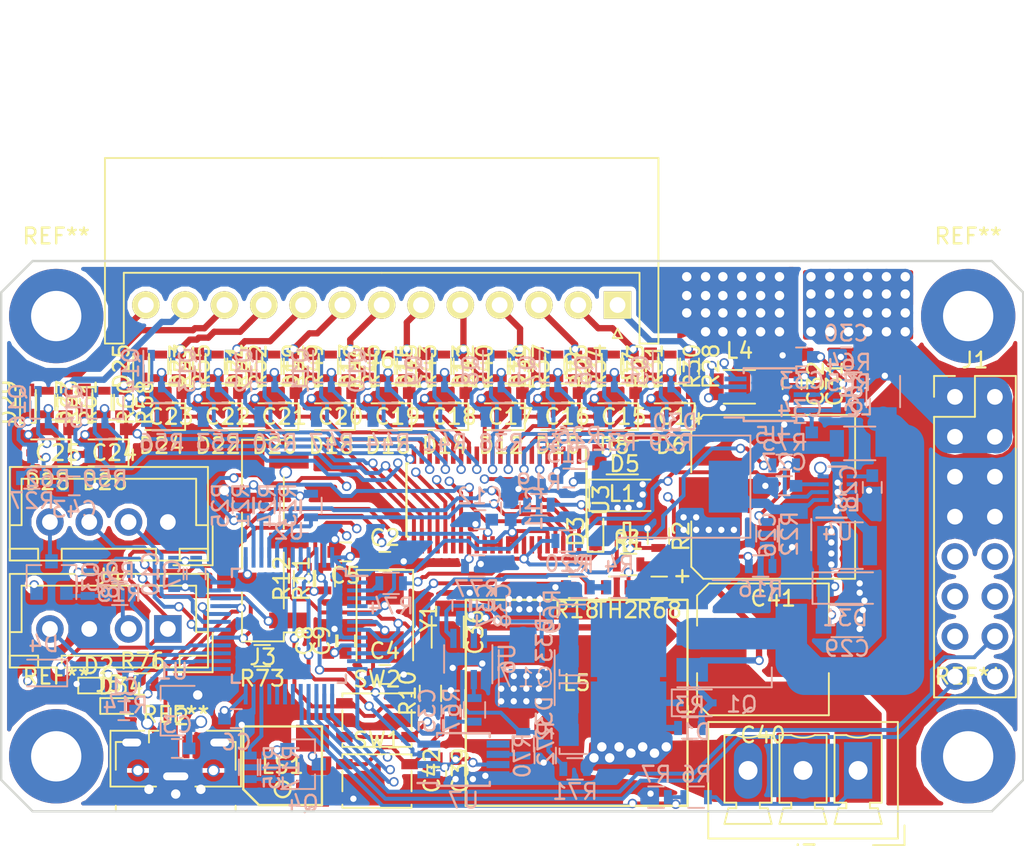
<source format=kicad_pcb>
(kicad_pcb (version 4) (host pcbnew 4.0.7)
  (layers (0 F.Cu signal) (1 In1.Cu signal) (2 In2.Cu signal) (31 B.Cu signal) (34 B.Paste user) (35 F.Paste user) (36 B.SilkS user) (37 F.SilkS user) (38 B.Mask user) (39 F.Mask user) (44 Edge.Cuts user))
  (net 0 "")
  (net 1 GND)
  (net 2 "Net-(C1-Pad1)")
  (net 3 "Net-(C2-Pad1)")
  (net 4 +3V3)
  (net 5 "Net-(C4-Pad1)")
  (net 6 "Net-(C12-Pad1)")
  (net 7 "Net-(C13-Pad2)")
  (net 8 /LTC6803-3/cellBalance_12/SENSE+)
  (net 9 /LTC6803-3/cellBalance_11/SENSE+)
  (net 10 /LTC6803-3/cellBalance_10/SENSE+)
  (net 11 /LTC6803-3/cellBalance_9/SENSE+)
  (net 12 /LTC6803-3/cellBalance_8/SENSE+)
  (net 13 /LTC6803-3/cellBalance_7/SENSE+)
  (net 14 /LTC6803-3/cellBalance_6/SENSE+)
  (net 15 /LTC6803-3/cellBalance_5/SENSE+)
  (net 16 /LTC6803-3/cellBalance_4/SENSE+)
  (net 17 /LTC6803-3/cellBalance_3/SENSE+)
  (net 18 /LTC6803-3/cellBalance_2/SENSE+)
  (net 19 /LTC6803-3/cellBalance_1/SENSE+)
  (net 20 "Net-(C26-Pad1)")
  (net 21 "Net-(C27-Pad1)")
  (net 22 "Net-(C28-Pad1)")
  (net 23 /BAT+)
  (net 24 "Net-(C31-Pad1)")
  (net 25 "Net-(C33-Pad2)")
  (net 26 "Net-(C34-Pad1)")
  (net 27 "Net-(C35-Pad2)")
  (net 28 "Net-(C36-Pad1)")
  (net 29 "Net-(D1-Pad2)")
  (net 30 "Net-(D2-Pad2)")
  (net 31 "Net-(D3-Pad2)")
  (net 32 "Net-(D3-Pad1)")
  (net 33 "Net-(D5-Pad1)")
  (net 34 "Net-(D7-Pad2)")
  (net 35 /LTC6803-3/cellBalance_11/CELL+)
  (net 36 "Net-(D9-Pad2)")
  (net 37 /LTC6803-3/cellBalance_10/CELL+)
  (net 38 "Net-(D11-Pad2)")
  (net 39 /LTC6803-3/cellBalance_9/CELL+)
  (net 40 "Net-(D13-Pad2)")
  (net 41 /LTC6803-3/cellBalance_8/CELL+)
  (net 42 "Net-(D15-Pad2)")
  (net 43 /LTC6803-3/cellBalance_7/CELL+)
  (net 44 "Net-(D17-Pad2)")
  (net 45 /LTC6803-3/cellBalance_6/CELL+)
  (net 46 "Net-(D19-Pad2)")
  (net 47 /LTC6803-3/cellBalance_5/CELL+)
  (net 48 "Net-(D21-Pad2)")
  (net 49 /LTC6803-3/cellBalance_4/CELL+)
  (net 50 "Net-(D23-Pad2)")
  (net 51 /LTC6803-3/cellBalance_3/CELL+)
  (net 52 "Net-(D25-Pad2)")
  (net 53 /LTC6803-3/cellBalance_2/CELL+)
  (net 54 "Net-(D27-Pad2)")
  (net 55 /LTC6803-3/cellBalance_1/CELL+)
  (net 56 /LTC6803-3/cellBalance_1/SENSE-)
  (net 57 "Net-(D29-Pad2)")
  (net 58 /LTC6803-3/cellBalance_1/CELL-)
  (net 59 "Net-(D32-Pad1)")
  (net 60 "Net-(J2-Pad2)")
  (net 61 "Net-(J2-Pad3)")
  (net 62 "Net-(J2-Pad4)")
  (net 63 /Microcontroller/SWCLK)
  (net 64 /Microcontroller/NRST)
  (net 65 /Microcontroller/SWDIO)
  (net 66 /Microcontroller/USART1_RX)
  (net 67 /Microcontroller/USART1_TX)
  (net 68 "Net-(J4-Pad4)")
  (net 69 /LTC6803-3/cellBalance_12/CELL+)
  (net 70 "Net-(L3-Pad1)")
  (net 71 "Net-(LS1-Pad1)")
  (net 72 "Net-(Q2-Pad3)")
  (net 73 "Net-(Q3-Pad1)")
  (net 74 "Net-(Q4-Pad1)")
  (net 75 /LTC6803-3/cellBalance_12/BALANCE)
  (net 76 "Net-(Q5-Pad3)")
  (net 77 /LTC6803-3/cellBalance_11/BALANCE)
  (net 78 "Net-(Q6-Pad3)")
  (net 79 /LTC6803-3/cellBalance_10/BALANCE)
  (net 80 "Net-(Q7-Pad3)")
  (net 81 /LTC6803-3/cellBalance_9/BALANCE)
  (net 82 "Net-(Q8-Pad3)")
  (net 83 /LTC6803-3/cellBalance_8/BALANCE)
  (net 84 "Net-(Q9-Pad3)")
  (net 85 /LTC6803-3/cellBalance_7/BALANCE)
  (net 86 "Net-(Q10-Pad3)")
  (net 87 /LTC6803-3/cellBalance_6/BALANCE)
  (net 88 "Net-(Q11-Pad3)")
  (net 89 /LTC6803-3/cellBalance_5/BALANCE)
  (net 90 "Net-(Q12-Pad3)")
  (net 91 /LTC6803-3/cellBalance_4/BALANCE)
  (net 92 "Net-(Q13-Pad3)")
  (net 93 /LTC6803-3/cellBalance_3/BALANCE)
  (net 94 "Net-(Q14-Pad3)")
  (net 95 /LTC6803-3/cellBalance_2/BALANCE)
  (net 96 "Net-(Q15-Pad3)")
  (net 97 /LTC6803-3/cellBalance_1/BALANCE)
  (net 98 "Net-(Q16-Pad3)")
  (net 99 "Net-(Q17-Pad2)")
  (net 100 /MCU_BULK_SENSE)
  (net 101 /MCU_CHARGER_SENSE)
  (net 102 /Microcontroller/BL_EN)
  (net 103 "Net-(R10-Pad1)")
  (net 104 /I2C_SDA)
  (net 105 /I2C_SCL)
  (net 106 /Microcontroller/BUZZER)
  (net 107 /Microcontroller/SPI1_CLK)
  (net 108 /Microcontroller/SPI1_MOSI)
  (net 109 /Microcontroller/SPI1_MISO)
  (net 110 /Microcontroller/SPI1_CS)
  (net 111 "Net-(R67-Pad1)")
  (net 112 "Net-(R72-Pad1)")
  (net 113 "Net-(U2-Pad18)")
  (net 114 "Net-(U2-Pad19)")
  (net 115 "Net-(U2-Pad20)")
  (net 116 "Net-(U2-Pad21)")
  (net 117 "Net-(U3-Pad1)")
  (net 118 "Net-(U3-Pad2)")
  (net 119 "Net-(U3-Pad3)")
  (net 120 "Net-(U4-Pad7)")
  (net 121 "Net-(U4-Pad8)")
  (net 122 "Net-(U6-Pad7)")
  (net 123 /Boost-DAC/INPUT)
  (net 124 /ChargeFET/FROM_CHARGER)
  (net 125 /MCU_SWITCH_ID)
  (net 126 /MCU_DISCHARGE_FET)
  (net 127 /MCU_SWITCH_TEMP)
  (net 128 /MCU_PRECHARGE_FET)
  (net 129 /MCU_LOAD_SENSE)
  (net 130 /ChargeFET/TO_BATTERY)
  (net 131 /CHARGE_FET)
  (net 132 /Boost-DAC/SW)
  (net 133 /Microcontroller/STATUS_LED_RED)
  (net 134 /Microcontroller/BOOST_TEMP)
  (net 135 /Boost-DAC/Vfb)
  (net 136 "Net-(U2-Pad4)")
  (net 137 /Microcontroller/STATUS_LED_GREEN)
  (net 138 "Net-(U2-Pad42)")
  (net 139 "Net-(U2-Pad43)")
  (net 140 "Net-(U7-Pad5)")
  (net 141 /Microcontroller/AUX_LED)
  (net 142 /WATCHDOG)
  (net 143 "Net-(R16-Pad2)")
  (net 144 "Net-(R20-Pad2)")
  (net 145 "Net-(U3-Pad38)")
  (net 146 /LTC6803-3/VREG_5V)
  (net 147 /Microcontroller/3V3_WAKE_UP)
  (net 148 /Microcontroller/3V3_ENABLE)
  (net 149 "Net-(U3-Pad31)")
  (net 150 "Net-(D34-Pad2)")
  (net 151 /Microcontroller/EXT_SWITCH)
  (net 152 /LTC6803-3/V-)
  (module Connectors_JST:JST_XH_S13B-XH-A_13x2.50mm_Angled (layer F.Cu) (at 179.2 52.8 180)
    (fp_text reference J6 (at 15 -3.5 180) (layer F.SilkS))
    (fp_text value JST_XH-13)
    (pad 1 thru_hole rect (at 0 0 180) (size 1.75 1.75) (drill 1) (layers *.Cu *.Mask F.SilkS) (net 69 /LTC6803-3/cellBalance_12/CELL+))
    (pad 2 thru_hole circle (at 2.5 0 180) (size 1.75 1.75) (drill 1) (layers *.Cu *.Mask F.SilkS) (net 35 /LTC6803-3/cellBalance_11/CELL+))
    (pad 3 thru_hole circle (at 5 0 180) (size 1.75 1.75) (drill 1) (layers *.Cu *.Mask F.SilkS) (net 37 /LTC6803-3/cellBalance_10/CELL+))
    (pad 4 thru_hole circle (at 7.5 0 180) (size 1.75 1.75) (drill 1) (layers *.Cu *.Mask F.SilkS) (net 39 /LTC6803-3/cellBalance_9/CELL+))
    (pad 5 thru_hole circle (at 10 0 180) (size 1.75 1.75) (drill 1) (layers *.Cu *.Mask F.SilkS) (net 41 /LTC6803-3/cellBalance_8/CELL+))
    (pad 6 thru_hole circle (at 12.5 0 180) (size 1.75 1.75) (drill 1) (layers *.Cu *.Mask F.SilkS) (net 43 /LTC6803-3/cellBalance_7/CELL+))
    (pad 7 thru_hole circle (at 15 0 180) (size 1.75 1.75) (drill 1) (layers *.Cu *.Mask F.SilkS) (net 45 /LTC6803-3/cellBalance_6/CELL+))
    (pad 8 thru_hole circle (at 17.5 0 180) (size 1.75 1.75) (drill 1) (layers *.Cu *.Mask F.SilkS) (net 47 /LTC6803-3/cellBalance_5/CELL+))
    (pad 9 thru_hole circle (at 20 0 180) (size 1.75 1.75) (drill 1) (layers *.Cu *.Mask F.SilkS) (net 49 /LTC6803-3/cellBalance_4/CELL+))
    (pad 10 thru_hole circle (at 22.5 0 180) (size 1.75 1.75) (drill 1) (layers *.Cu *.Mask F.SilkS) (net 51 /LTC6803-3/cellBalance_3/CELL+))
    (pad 11 thru_hole circle (at 25 0 180) (size 1.75 1.75) (drill 1) (layers *.Cu *.Mask F.SilkS) (net 53 /LTC6803-3/cellBalance_2/CELL+))
    (pad 12 thru_hole circle (at 27.5 0 180) (size 1.75 1.75) (drill 1) (layers *.Cu *.Mask F.SilkS) (net 55 /LTC6803-3/cellBalance_1/CELL+))
    (pad 13 thru_hole circle (at 30 0 180) (size 1.75 1.75) (drill 1) (layers *.Cu *.Mask F.SilkS) (net 58 /LTC6803-3/cellBalance_1/CELL-))
  )
  (module Wire_Pads:SolderWirePad_single_2-5mmDrill (layer F.Cu) (at 201.5 81.5)
    (fp_text reference REF** (at 0 -5.08) (layer F.SilkS))
    (fp_text value SolderWirePad_single_2-5mmDrill)
    (pad 1 thru_hole circle (at 0 0) (size 6 6) (drill 3.2) (layers *.Cu *.Mask))
  )
  (module Wire_Pads:SolderWirePad_single_2-5mmDrill (layer F.Cu) (at 201.5 53.5)
    (fp_text reference REF** (at 0 -5.08) (layer F.SilkS))
    (fp_text value SolderWirePad_single_2-5mmDrill)
    (pad 1 thru_hole circle (at 0 0) (size 6 6) (drill 3.2) (layers *.Cu *.Mask))
  )
  (module Wire_Pads:SolderWirePad_single_2-5mmDrill (layer F.Cu) (at 143.5 53.5)
    (fp_text reference REF** (at 0 -5.08) (layer F.SilkS))
    (fp_text value SolderWirePad_single_2-5mmDrill)
    (pad 1 thru_hole circle (at 0 0) (size 6 6) (drill 3.2) (layers *.Cu *.Mask))
  )
  (module Capacitors_SMD:C_0603 (layer B.Cu) (at 147.8 78.6 180)
    (fp_text reference C1 (at 0 1.5 180) (layer B.SilkS) (effects (justify mirror)))
    (fp_text value 2µ2,16V)
    (pad 2 smd rect (at 0.75 0 180) (size 0.8 0.75) (layers B.Cu B.Paste B.Mask) (net 1 GND))
    (pad 1 smd rect (at -0.75 0 180) (size 0.8 0.75) (layers B.Cu B.Paste B.Mask) (net 2 "Net-(C1-Pad1)"))
  )
  (module Capacitors_SMD:C_0603 (layer F.Cu) (at 164.4 69.1)
    (fp_text reference C2 (at 0 -1.5) (layer F.SilkS))
    (fp_text value 18p,50V)
    (pad 2 smd rect (at 0.75 0) (size 0.8 0.75) (layers F.Cu F.Paste F.Mask) (net 1 GND))
    (pad 1 smd rect (at -0.75 0) (size 0.8 0.75) (layers F.Cu F.Paste F.Mask) (net 3 "Net-(C2-Pad1)"))
  )
  (module Capacitors_SMD:C_0603 (layer B.Cu) (at 151.2 81 180)
    (fp_text reference C3 (at 0 1.5 180) (layer B.SilkS) (effects (justify mirror)))
    (fp_text value 2µ2,16V)
    (pad 2 smd rect (at 0.75 0 180) (size 0.8 0.75) (layers B.Cu B.Paste B.Mask) (net 1 GND))
    (pad 1 smd rect (at -0.75 0 180) (size 0.8 0.75) (layers B.Cu B.Paste B.Mask) (net 4 +3V3))
  )
  (module Capacitors_SMD:C_0603 (layer F.Cu) (at 164.4 76.3)
    (fp_text reference C4 (at 0 -1.5) (layer F.SilkS))
    (fp_text value 18p,50V)
    (pad 2 smd rect (at 0.75 0) (size 0.8 0.75) (layers F.Cu F.Paste F.Mask) (net 1 GND))
    (pad 1 smd rect (at -0.75 0) (size 0.8 0.75) (layers F.Cu F.Paste F.Mask) (net 5 "Net-(C4-Pad1)"))
  )
  (module Capacitors_SMD:C_0603 (layer F.Cu) (at 161.9 68.5 180)
    (fp_text reference C5 (at 0 -1.5 180) (layer F.SilkS))
    (fp_text value 2µ2,16V)
    (pad 2 smd rect (at 0.75 0 180) (size 0.8 0.75) (layers F.Cu F.Paste F.Mask) (net 1 GND))
    (pad 1 smd rect (at -0.75 0 180) (size 0.8 0.75) (layers F.Cu F.Paste F.Mask) (net 4 +3V3))
  )
  (module Capacitors_SMD:C_0603 (layer B.Cu) (at 154.95 79.1)
    (fp_text reference C6 (at 0 1.5) (layer B.SilkS) (effects (justify mirror)))
    (fp_text value 2µ2,16V)
    (pad 2 smd rect (at 0.75 0) (size 0.8 0.75) (layers B.Cu B.Paste B.Mask) (net 1 GND))
    (pad 1 smd rect (at -0.75 0) (size 0.8 0.75) (layers B.Cu B.Paste B.Mask) (net 4 +3V3))
  )
  (module Capacitors_SMD:C_0603 (layer B.Cu) (at 152.4 69.9 270)
    (fp_text reference C7 (at 0 1.5 270) (layer B.SilkS) (effects (justify mirror)))
    (fp_text value 2µ2,16V)
    (pad 2 smd rect (at 0.75 0 270) (size 0.8 0.75) (layers B.Cu B.Paste B.Mask) (net 1 GND))
    (pad 1 smd rect (at -0.75 0 270) (size 0.8 0.75) (layers B.Cu B.Paste B.Mask) (net 4 +3V3))
  )
  (module Capacitors_SMD:C_0603 (layer F.Cu) (at 160.8 74.15 90)
    (fp_text reference C8 (at 0 -1.5 90) (layer F.SilkS))
    (fp_text value 100n,100V)
    (pad 2 smd rect (at 0.75 0 90) (size 0.8 0.75) (layers F.Cu F.Paste F.Mask) (net 1 GND))
    (pad 1 smd rect (at -0.75 0 90) (size 0.8 0.75) (layers F.Cu F.Paste F.Mask) (net 4 +3V3))
  )
  (module Capacitors_SMD:C_0603 (layer F.Cu) (at 161.9 74.15 90)
    (fp_text reference C9 (at 0 -1.5 90) (layer F.SilkS))
    (fp_text value 2µ2,16V)
    (pad 2 smd rect (at 0.75 0 90) (size 0.8 0.75) (layers F.Cu F.Paste F.Mask) (net 1 GND))
    (pad 1 smd rect (at -0.75 0 90) (size 0.8 0.75) (layers F.Cu F.Paste F.Mask) (net 4 +3V3))
  )
  (module Capacitors_SMD:C_0603 (layer B.Cu) (at 151 69.9 270)
    (fp_text reference C10 (at 0 1.5 270) (layer B.SilkS) (effects (justify mirror)))
    (fp_text value 100n,100V)
    (pad 2 smd rect (at 0.75 0 270) (size 0.8 0.75) (layers B.Cu B.Paste B.Mask) (net 1 GND))
    (pad 1 smd rect (at -0.75 0 270) (size 0.8 0.75) (layers B.Cu B.Paste B.Mask) (net 4 +3V3))
  )
  (module Capacitors_SMD:C_0603 (layer B.Cu) (at 172.4 65.7 90)
    (fp_text reference C11 (at 0 1.5 90) (layer B.SilkS) (effects (justify mirror)))
    (fp_text value 2µ2,16V)
    (pad 2 smd rect (at 0.75 0 90) (size 0.8 0.75) (layers B.Cu B.Paste B.Mask) (net 1 GND))
    (pad 1 smd rect (at -0.75 0 90) (size 0.8 0.75) (layers B.Cu B.Paste B.Mask) (net 146 /LTC6803-3/VREG_5V))
  )
  (module Capacitors_SMD:C_0603 (layer B.Cu) (at 170.45 66.45 180)
    (fp_text reference C12 (at 0 1.5 180) (layer B.SilkS) (effects (justify mirror)))
    (fp_text value 2µ2,16V)
    (pad 2 smd rect (at 0.75 0 180) (size 0.8 0.75) (layers B.Cu B.Paste B.Mask) (net 1 GND))
    (pad 1 smd rect (at -0.75 0 180) (size 0.8 0.75) (layers B.Cu B.Paste B.Mask) (net 6 "Net-(C12-Pad1)"))
  )
  (module Capacitors_SMD:C_0603 (layer B.Cu) (at 176.1 63.8 180)
    (fp_text reference C13 (at 0 1.5 180) (layer B.SilkS) (effects (justify mirror)))
    (fp_text value 100n,100V)
    (pad 2 smd rect (at 0.75 0 180) (size 0.8 0.75) (layers B.Cu B.Paste B.Mask) (net 7 "Net-(C13-Pad2)"))
    (pad 1 smd rect (at -0.75 0 180) (size 0.8 0.75) (layers B.Cu B.Paste B.Mask) (net 152 /LTC6803-3/V-))
  )
  (module Capacitors_SMD:C_0603 (layer F.Cu) (at 183.2 58.4 180)
    (fp_text reference C14 (at 0 -1.5 180) (layer F.SilkS))
    (fp_text value 100n,100V)
    (pad 2 smd rect (at 0.75 0 180) (size 0.8 0.75) (layers F.Cu F.Paste F.Mask) (net 1 GND))
    (pad 1 smd rect (at -0.75 0 180) (size 0.8 0.75) (layers F.Cu F.Paste F.Mask) (net 8 /LTC6803-3/cellBalance_12/SENSE+))
  )
  (module Capacitors_SMD:C_0603 (layer F.Cu) (at 179.6 58.4 180)
    (fp_text reference C15 (at 0 -1.5 180) (layer F.SilkS))
    (fp_text value 100n,100V)
    (pad 2 smd rect (at 0.75 0 180) (size 0.8 0.75) (layers F.Cu F.Paste F.Mask) (net 1 GND))
    (pad 1 smd rect (at -0.75 0 180) (size 0.8 0.75) (layers F.Cu F.Paste F.Mask) (net 9 /LTC6803-3/cellBalance_11/SENSE+))
  )
  (module Capacitors_SMD:C_0603 (layer F.Cu) (at 176 58.4 180)
    (fp_text reference C16 (at 0 -1.5 180) (layer F.SilkS))
    (fp_text value 100n,100V)
    (pad 2 smd rect (at 0.75 0 180) (size 0.8 0.75) (layers F.Cu F.Paste F.Mask) (net 1 GND))
    (pad 1 smd rect (at -0.75 0 180) (size 0.8 0.75) (layers F.Cu F.Paste F.Mask) (net 10 /LTC6803-3/cellBalance_10/SENSE+))
  )
  (module Capacitors_SMD:C_0603 (layer F.Cu) (at 172.4 58.4 180)
    (fp_text reference C17 (at 0 -1.5 180) (layer F.SilkS))
    (fp_text value 100n,100V)
    (pad 2 smd rect (at 0.75 0 180) (size 0.8 0.75) (layers F.Cu F.Paste F.Mask) (net 1 GND))
    (pad 1 smd rect (at -0.75 0 180) (size 0.8 0.75) (layers F.Cu F.Paste F.Mask) (net 11 /LTC6803-3/cellBalance_9/SENSE+))
  )
  (module Capacitors_SMD:C_0603 (layer F.Cu) (at 168.8 58.4 180)
    (fp_text reference C18 (at 0 -1.5 180) (layer F.SilkS))
    (fp_text value 100n,100V)
    (pad 2 smd rect (at 0.75 0 180) (size 0.8 0.75) (layers F.Cu F.Paste F.Mask) (net 1 GND))
    (pad 1 smd rect (at -0.75 0 180) (size 0.8 0.75) (layers F.Cu F.Paste F.Mask) (net 12 /LTC6803-3/cellBalance_8/SENSE+))
  )
  (module Capacitors_SMD:C_0603 (layer F.Cu) (at 165.2 58.4 180)
    (fp_text reference C19 (at 0 -1.5 180) (layer F.SilkS))
    (fp_text value 100n,100V)
    (pad 2 smd rect (at 0.75 0 180) (size 0.8 0.75) (layers F.Cu F.Paste F.Mask) (net 1 GND))
    (pad 1 smd rect (at -0.75 0 180) (size 0.8 0.75) (layers F.Cu F.Paste F.Mask) (net 13 /LTC6803-3/cellBalance_7/SENSE+))
  )
  (module Capacitors_SMD:C_0603 (layer F.Cu) (at 161.6 58.4 180)
    (fp_text reference C20 (at 0 -1.5 180) (layer F.SilkS))
    (fp_text value 100n,100V)
    (pad 2 smd rect (at 0.75 0 180) (size 0.8 0.75) (layers F.Cu F.Paste F.Mask) (net 1 GND))
    (pad 1 smd rect (at -0.75 0 180) (size 0.8 0.75) (layers F.Cu F.Paste F.Mask) (net 14 /LTC6803-3/cellBalance_6/SENSE+))
  )
  (module Capacitors_SMD:C_0603 (layer F.Cu) (at 158 58.4 180)
    (fp_text reference C21 (at 0 -1.5 180) (layer F.SilkS))
    (fp_text value 100n,100V)
    (pad 2 smd rect (at 0.75 0 180) (size 0.8 0.75) (layers F.Cu F.Paste F.Mask) (net 1 GND))
    (pad 1 smd rect (at -0.75 0 180) (size 0.8 0.75) (layers F.Cu F.Paste F.Mask) (net 15 /LTC6803-3/cellBalance_5/SENSE+))
  )
  (module Capacitors_SMD:C_0603 (layer F.Cu) (at 154.4 58.4 180)
    (fp_text reference C22 (at 0 -1.5 180) (layer F.SilkS))
    (fp_text value 100n,100V)
    (pad 2 smd rect (at 0.75 0 180) (size 0.8 0.75) (layers F.Cu F.Paste F.Mask) (net 1 GND))
    (pad 1 smd rect (at -0.75 0 180) (size 0.8 0.75) (layers F.Cu F.Paste F.Mask) (net 16 /LTC6803-3/cellBalance_4/SENSE+))
  )
  (module Capacitors_SMD:C_0603 (layer F.Cu) (at 150.8 58.4 180)
    (fp_text reference C23 (at 0 -1.5 180) (layer F.SilkS))
    (fp_text value 100n,100V)
    (pad 2 smd rect (at 0.75 0 180) (size 0.8 0.75) (layers F.Cu F.Paste F.Mask) (net 1 GND))
    (pad 1 smd rect (at -0.75 0 180) (size 0.8 0.75) (layers F.Cu F.Paste F.Mask) (net 17 /LTC6803-3/cellBalance_3/SENSE+))
  )
  (module Capacitors_SMD:C_0603 (layer F.Cu) (at 147.2 60.7 180)
    (fp_text reference C24 (at 0 -1.5 180) (layer F.SilkS))
    (fp_text value 100n,100V)
    (pad 2 smd rect (at 0.75 0 180) (size 0.8 0.75) (layers F.Cu F.Paste F.Mask) (net 1 GND))
    (pad 1 smd rect (at -0.75 0 180) (size 0.8 0.75) (layers F.Cu F.Paste F.Mask) (net 18 /LTC6803-3/cellBalance_2/SENSE+))
  )
  (module Capacitors_SMD:C_0603 (layer F.Cu) (at 143.6 60.7 180)
    (fp_text reference C25 (at 0 -1.5 180) (layer F.SilkS))
    (fp_text value 100n,100V)
    (pad 2 smd rect (at 0.75 0 180) (size 0.8 0.75) (layers F.Cu F.Paste F.Mask) (net 1 GND))
    (pad 1 smd rect (at -0.75 0 180) (size 0.8 0.75) (layers F.Cu F.Paste F.Mask) (net 19 /LTC6803-3/cellBalance_1/SENSE+))
  )
  (module Capacitors_SMD:C_1206 (layer B.Cu) (at 190.5 67.4 270)
    (fp_text reference C26 (at 0 1.75 270) (layer B.SilkS) (effects (justify mirror)))
    (fp_text value 10µ,63V)
    (pad 1 smd rect (at -1.5 0 270) (size 1 1.6) (layers B.Cu B.Paste B.Mask) (net 20 "Net-(C26-Pad1)"))
    (pad 2 smd rect (at 1.5 0 270) (size 1 1.6) (layers B.Cu B.Paste B.Mask) (net 1 GND))
  )
  (module Capacitors_SMD:C_0603 (layer B.Cu) (at 189.8 64.3 180)
    (fp_text reference C27 (at 0 1.5 180) (layer B.SilkS) (effects (justify mirror)))
    (fp_text value 2µ2,16V)
    (pad 2 smd rect (at 0.75 0 180) (size 0.8 0.75) (layers B.Cu B.Paste B.Mask) (net 1 GND))
    (pad 1 smd rect (at -0.75 0 180) (size 0.8 0.75) (layers B.Cu B.Paste B.Mask) (net 21 "Net-(C27-Pad1)"))
  )
  (module Capacitors_SMD:C_0603 (layer B.Cu) (at 195.4 64.4 270)
    (fp_text reference C28 (at 0 1.5 270) (layer B.SilkS) (effects (justify mirror)))
    (fp_text value 100n,16V)
    (pad 2 smd rect (at 0.75 0 270) (size 0.8 0.75) (layers B.Cu B.Paste B.Mask) (net 1 GND))
    (pad 1 smd rect (at -0.75 0 270) (size 0.8 0.75) (layers B.Cu B.Paste B.Mask) (net 22 "Net-(C28-Pad1)"))
  )
  (module Capacitors_SMD:C_1206 (layer B.Cu) (at 193.8 72.9)
    (fp_text reference C29 (at 0 1.75) (layer B.SilkS) (effects (justify mirror)))
    (fp_text value 47µ,6V3)
    (pad 1 smd rect (at -1.5 0) (size 1 1.6) (layers B.Cu B.Paste B.Mask) (net 4 +3V3))
    (pad 2 smd rect (at 1.5 0) (size 1 1.6) (layers B.Cu B.Paste B.Mask) (net 1 GND))
  )
  (module Capacitors_SMD:C_0603 (layer B.Cu) (at 193.75 56.1 180)
    (fp_text reference C30 (at 0 1.5 180) (layer B.SilkS) (effects (justify mirror)))
    (fp_text value 100n,100V)
    (pad 2 smd rect (at 0.75 0 180) (size 0.8 0.75) (layers B.Cu B.Paste B.Mask) (net 1 GND))
    (pad 1 smd rect (at -0.75 0 180) (size 0.8 0.75) (layers B.Cu B.Paste B.Mask) (net 23 /BAT+))
  )
  (module Capacitors_SMD:C_0603 (layer F.Cu) (at 191.5 57.8 270)
    (fp_text reference C31 (at 0 -1.5 270) (layer F.SilkS))
    (fp_text value 2µ2,16V)
    (pad 2 smd rect (at 0.75 0 270) (size 0.8 0.75) (layers F.Cu F.Paste F.Mask) (net 1 GND))
    (pad 1 smd rect (at -0.75 0 270) (size 0.8 0.75) (layers F.Cu F.Paste F.Mask) (net 24 "Net-(C31-Pad1)"))
  )
  (module Capacitors_SMD:C_0603 (layer F.Cu) (at 190.3 57.8 270)
    (fp_text reference C32 (at 0 -1.5 270) (layer F.SilkS))
    (fp_text value 100n,100V)
    (pad 2 smd rect (at 0.75 0 270) (size 0.8 0.75) (layers F.Cu F.Paste F.Mask) (net 1 GND))
    (pad 1 smd rect (at -0.75 0 270) (size 0.8 0.75) (layers F.Cu F.Paste F.Mask) (net 24 "Net-(C31-Pad1)"))
  )
  (module Capacitors_SMD:C_0603 (layer B.Cu) (at 190.9 56.1)
    (fp_text reference C33 (at 0 1.5) (layer B.SilkS) (effects (justify mirror)))
    (fp_text value 100n,100V)
    (pad 2 smd rect (at 0.75 0) (size 0.8 0.75) (layers B.Cu B.Paste B.Mask) (net 25 "Net-(C33-Pad2)"))
    (pad 1 smd rect (at -0.75 0) (size 0.8 0.75) (layers B.Cu B.Paste B.Mask) (net 1 GND))
  )
  (module Capacitors_SMD:C_0603 (layer B.Cu) (at 190.8 60.9 180)
    (fp_text reference C34 (at 0 1.5 180) (layer B.SilkS) (effects (justify mirror)))
    (fp_text value 100n,100V)
    (pad 2 smd rect (at 0.75 0 180) (size 0.8 0.75) (layers B.Cu B.Paste B.Mask) (net 1 GND))
    (pad 1 smd rect (at -0.75 0 180) (size 0.8 0.75) (layers B.Cu B.Paste B.Mask) (net 26 "Net-(C34-Pad1)"))
  )
  (module Capacitors_SMD:C_0603 (layer B.Cu) (at 168.6 78.6 270)
    (fp_text reference C35 (at 0 1.5 270) (layer B.SilkS) (effects (justify mirror)))
    (fp_text value 6n8,50V)
    (pad 2 smd rect (at 0.75 0 270) (size 0.8 0.75) (layers B.Cu B.Paste B.Mask) (net 27 "Net-(C35-Pad2)"))
    (pad 1 smd rect (at -0.75 0 270) (size 0.8 0.75) (layers B.Cu B.Paste B.Mask) (net 1 GND))
  )
  (module Capacitors_SMD:C_1206 (layer F.Cu) (at 168.4 73.6 270)
    (fp_text reference C36 (at 0 -1.75 270) (layer F.SilkS))
    (fp_text value 10µ,16V)
    (pad 1 smd rect (at -1.5 0 270) (size 1 1.6) (layers F.Cu F.Paste F.Mask) (net 28 "Net-(C36-Pad1)"))
    (pad 2 smd rect (at 1.5 0 270) (size 1 1.6) (layers F.Cu F.Paste F.Mask) (net 1 GND))
  )
  (module Capacitors_SMD:C_0603 (layer B.Cu) (at 169.3 71.9 90)
    (fp_text reference C37 (at 0 1.5 90) (layer B.SilkS) (effects (justify mirror)))
    (fp_text value 2µ2,16V)
    (pad 2 smd rect (at 0.75 0 90) (size 0.8 0.75) (layers B.Cu B.Paste B.Mask) (net 1 GND))
    (pad 1 smd rect (at -0.75 0 90) (size 0.8 0.75) (layers B.Cu B.Paste B.Mask) (net 28 "Net-(C36-Pad1)"))
  )
  (module Capacitors_SMD:C_0603 (layer B.Cu) (at 170.4 71.9 90)
    (fp_text reference C38 (at 0 1.5 90) (layer B.SilkS) (effects (justify mirror)))
    (fp_text value 2µ2,16V)
    (pad 2 smd rect (at 0.75 0 90) (size 0.8 0.75) (layers B.Cu B.Paste B.Mask) (net 1 GND))
    (pad 1 smd rect (at -0.75 0 90) (size 0.8 0.75) (layers B.Cu B.Paste B.Mask) (net 28 "Net-(C36-Pad1)"))
  )
  (module Capacitors_SMD:C_0603 (layer F.Cu) (at 167.7 82.4 270)
    (fp_text reference C39 (at 0 -1.5 270) (layer F.SilkS))
    (fp_text value 2µ2,16V)
    (pad 2 smd rect (at 0.75 0 270) (size 0.8 0.75) (layers F.Cu F.Paste F.Mask) (net 1 GND))
    (pad 1 smd rect (at -0.75 0 270) (size 0.8 0.75) (layers F.Cu F.Paste F.Mask) (net 4 +3V3))
  )
  (module Capacitors_SMD:CP_Elec_8x10 (layer F.Cu) (at 188.45 74.7)
    (fp_text reference C40 (at 0 5.45) (layer F.SilkS))
    (fp_text value 220µ,35V)
    (fp_text user + (at -4.78 3.9) (layer F.SilkS))
    (pad 1 smd rect (at -3.05 0 180) (size 4 2.5) (layers F.Cu F.Paste F.Mask) (net 123 /Boost-DAC/INPUT))
    (pad 2 smd rect (at 3.05 0 180) (size 4 2.5) (layers F.Cu F.Paste F.Mask) (net 1 GND))
  )
  (module Capacitors_SMD:CP_Elec_10x10 (layer F.Cu) (at 189.1 65)
    (fp_text reference C41 (at 0 6.46) (layer F.SilkS))
    (fp_text value 100µ,63V)
    (fp_text user + (at -5.78 4.97) (layer F.SilkS))
    (pad 1 smd rect (at -4 0 180) (size 4 2.5) (layers F.Cu F.Paste F.Mask) (net 124 /ChargeFET/FROM_CHARGER))
    (pad 2 smd rect (at 4 0 180) (size 4 2.5) (layers F.Cu F.Paste F.Mask) (net 1 GND))
  )
  (module Capacitors_SMD:C_0603 (layer F.Cu) (at 168.9 82.4 90)
    (fp_text reference C42 (at 0 -1.5 90) (layer F.SilkS))
    (fp_text value 2µ2,16V)
    (pad 2 smd rect (at 0.75 0 90) (size 0.8 0.75) (layers F.Cu F.Paste F.Mask) (net 4 +3V3))
    (pad 1 smd rect (at -0.75 0 90) (size 0.8 0.75) (layers F.Cu F.Paste F.Mask) (net 1 GND))
  )
  (module Diodes_SMD:D_SOD-323 (layer B.Cu) (at 184.15 78.1)
    (fp_text reference D1 (at 0 1.85) (layer B.SilkS) (effects (justify mirror)))
    (fp_text value 12V)
    (pad 1 smd rect (at -1.05 0) (size 0.6 0.45) (layers B.Cu B.Paste B.Mask) (net 124 /ChargeFET/FROM_CHARGER))
    (pad 2 smd rect (at 1.05 0) (size 0.6 0.45) (layers B.Cu B.Paste B.Mask) (net 29 "Net-(D1-Pad2)"))
  )
  (module LEDs:LED_0603 (layer F.Cu) (at 146.2 77)
    (fp_text reference D2 (at 0 -1.25) (layer F.SilkS))
    (fp_text value LED)
    (pad 2 smd rect (at 0.8 0 180) (size 0.8 0.8) (layers F.Cu F.Paste F.Mask) (net 30 "Net-(D2-Pad2)"))
    (pad 1 smd rect (at -0.8 0 180) (size 0.8 0.8) (layers F.Cu F.Paste F.Mask) (net 1 GND))
  )
  (module LEDs:LED_0603 (layer F.Cu) (at 177.8 67.2 90)
    (fp_text reference D3 (at 0 -1.25 90) (layer F.SilkS))
    (fp_text value LED)
    (pad 2 smd rect (at 0.8 0 270) (size 0.8 0.8) (layers F.Cu F.Paste F.Mask) (net 31 "Net-(D3-Pad2)"))
    (pad 1 smd rect (at -0.8 0 270) (size 0.8 0.8) (layers F.Cu F.Paste F.Mask) (net 32 "Net-(D3-Pad1)"))
  )
  (module Diodes_SMD:D_SOD-123 (layer F.Cu) (at 179.65 64.9)
    (fp_text reference D5 (at 0 -2) (layer F.SilkS))
    (fp_text value 62V)
    (pad 1 smd rect (at -1.65 0) (size 0.9 1.2) (layers F.Cu F.Paste F.Mask) (net 33 "Net-(D5-Pad1)"))
    (pad 2 smd rect (at 1.65 0) (size 0.9 1.2) (layers F.Cu F.Paste F.Mask) (net 1 GND))
  )
  (module Diodes_SMD:D_SOD-323 (layer F.Cu) (at 182.6 59.9 180)
    (fp_text reference D6 (at 0 -1.85 180) (layer F.SilkS))
    (fp_text value 7V5)
    (pad 1 smd rect (at -1.05 0 180) (size 0.6 0.45) (layers F.Cu F.Paste F.Mask) (net 8 /LTC6803-3/cellBalance_12/SENSE+))
    (pad 2 smd rect (at 1.05 0 180) (size 0.6 0.45) (layers F.Cu F.Paste F.Mask) (net 9 /LTC6803-3/cellBalance_11/SENSE+))
  )
  (module LEDs:LED_0603 (layer F.Cu) (at 181.3 56.7 90)
    (fp_text reference D7 (at 0 -1.25 90) (layer F.SilkS))
    (fp_text value LED)
    (pad 2 smd rect (at 0.8 0 270) (size 0.8 0.8) (layers F.Cu F.Paste F.Mask) (net 34 "Net-(D7-Pad2)"))
    (pad 1 smd rect (at -0.8 0 270) (size 0.8 0.8) (layers F.Cu F.Paste F.Mask) (net 35 /LTC6803-3/cellBalance_11/CELL+))
  )
  (module Diodes_SMD:D_SOD-323 (layer F.Cu) (at 179 59.9 180)
    (fp_text reference D8 (at 0 -1.85 180) (layer F.SilkS))
    (fp_text value 7V5)
    (pad 1 smd rect (at -1.05 0 180) (size 0.6 0.45) (layers F.Cu F.Paste F.Mask) (net 9 /LTC6803-3/cellBalance_11/SENSE+))
    (pad 2 smd rect (at 1.05 0 180) (size 0.6 0.45) (layers F.Cu F.Paste F.Mask) (net 10 /LTC6803-3/cellBalance_10/SENSE+))
  )
  (module LEDs:LED_0603 (layer F.Cu) (at 177.7 56.7 90)
    (fp_text reference D9 (at 0 -1.25 90) (layer F.SilkS))
    (fp_text value LED)
    (pad 2 smd rect (at 0.8 0 270) (size 0.8 0.8) (layers F.Cu F.Paste F.Mask) (net 36 "Net-(D9-Pad2)"))
    (pad 1 smd rect (at -0.8 0 270) (size 0.8 0.8) (layers F.Cu F.Paste F.Mask) (net 37 /LTC6803-3/cellBalance_10/CELL+))
  )
  (module Diodes_SMD:D_SOD-323 (layer F.Cu) (at 175.4 59.9 180)
    (fp_text reference D10 (at 0 -1.85 180) (layer F.SilkS))
    (fp_text value 7V5)
    (pad 1 smd rect (at -1.05 0 180) (size 0.6 0.45) (layers F.Cu F.Paste F.Mask) (net 10 /LTC6803-3/cellBalance_10/SENSE+))
    (pad 2 smd rect (at 1.05 0 180) (size 0.6 0.45) (layers F.Cu F.Paste F.Mask) (net 11 /LTC6803-3/cellBalance_9/SENSE+))
  )
  (module LEDs:LED_0603 (layer F.Cu) (at 174.1 56.7 90)
    (fp_text reference D11 (at 0 -1.25 90) (layer F.SilkS))
    (fp_text value LED)
    (pad 2 smd rect (at 0.8 0 270) (size 0.8 0.8) (layers F.Cu F.Paste F.Mask) (net 38 "Net-(D11-Pad2)"))
    (pad 1 smd rect (at -0.8 0 270) (size 0.8 0.8) (layers F.Cu F.Paste F.Mask) (net 39 /LTC6803-3/cellBalance_9/CELL+))
  )
  (module Diodes_SMD:D_SOD-323 (layer F.Cu) (at 171.8 59.9 180)
    (fp_text reference D12 (at 0 -1.85 180) (layer F.SilkS))
    (fp_text value 7V5)
    (pad 1 smd rect (at -1.05 0 180) (size 0.6 0.45) (layers F.Cu F.Paste F.Mask) (net 11 /LTC6803-3/cellBalance_9/SENSE+))
    (pad 2 smd rect (at 1.05 0 180) (size 0.6 0.45) (layers F.Cu F.Paste F.Mask) (net 12 /LTC6803-3/cellBalance_8/SENSE+))
  )
  (module LEDs:LED_0603 (layer F.Cu) (at 170.5 56.7 90)
    (fp_text reference D13 (at 0 -1.25 90) (layer F.SilkS))
    (fp_text value LED)
    (pad 2 smd rect (at 0.8 0 270) (size 0.8 0.8) (layers F.Cu F.Paste F.Mask) (net 40 "Net-(D13-Pad2)"))
    (pad 1 smd rect (at -0.8 0 270) (size 0.8 0.8) (layers F.Cu F.Paste F.Mask) (net 41 /LTC6803-3/cellBalance_8/CELL+))
  )
  (module Diodes_SMD:D_SOD-323 (layer F.Cu) (at 168.2 59.9 180)
    (fp_text reference D14 (at 0 -1.85 180) (layer F.SilkS))
    (fp_text value 7V5)
    (pad 1 smd rect (at -1.05 0 180) (size 0.6 0.45) (layers F.Cu F.Paste F.Mask) (net 12 /LTC6803-3/cellBalance_8/SENSE+))
    (pad 2 smd rect (at 1.05 0 180) (size 0.6 0.45) (layers F.Cu F.Paste F.Mask) (net 13 /LTC6803-3/cellBalance_7/SENSE+))
  )
  (module LEDs:LED_0603 (layer F.Cu) (at 166.9 56.7 90)
    (fp_text reference D15 (at 0 -1.25 90) (layer F.SilkS))
    (fp_text value LED)
    (pad 2 smd rect (at 0.8 0 270) (size 0.8 0.8) (layers F.Cu F.Paste F.Mask) (net 42 "Net-(D15-Pad2)"))
    (pad 1 smd rect (at -0.8 0 270) (size 0.8 0.8) (layers F.Cu F.Paste F.Mask) (net 43 /LTC6803-3/cellBalance_7/CELL+))
  )
  (module Diodes_SMD:D_SOD-323 (layer F.Cu) (at 164.6 59.9 180)
    (fp_text reference D16 (at 0 -1.85 180) (layer F.SilkS))
    (fp_text value 7V5)
    (pad 1 smd rect (at -1.05 0 180) (size 0.6 0.45) (layers F.Cu F.Paste F.Mask) (net 13 /LTC6803-3/cellBalance_7/SENSE+))
    (pad 2 smd rect (at 1.05 0 180) (size 0.6 0.45) (layers F.Cu F.Paste F.Mask) (net 14 /LTC6803-3/cellBalance_6/SENSE+))
  )
  (module LEDs:LED_0603 (layer F.Cu) (at 163.3 56.7 90)
    (fp_text reference D17 (at 0 -1.25 90) (layer F.SilkS))
    (fp_text value LED)
    (pad 2 smd rect (at 0.8 0 270) (size 0.8 0.8) (layers F.Cu F.Paste F.Mask) (net 44 "Net-(D17-Pad2)"))
    (pad 1 smd rect (at -0.8 0 270) (size 0.8 0.8) (layers F.Cu F.Paste F.Mask) (net 45 /LTC6803-3/cellBalance_6/CELL+))
  )
  (module Diodes_SMD:D_SOD-323 (layer F.Cu) (at 161 59.9 180)
    (fp_text reference D18 (at 0 -1.85 180) (layer F.SilkS))
    (fp_text value 7V5)
    (pad 1 smd rect (at -1.05 0 180) (size 0.6 0.45) (layers F.Cu F.Paste F.Mask) (net 14 /LTC6803-3/cellBalance_6/SENSE+))
    (pad 2 smd rect (at 1.05 0 180) (size 0.6 0.45) (layers F.Cu F.Paste F.Mask) (net 15 /LTC6803-3/cellBalance_5/SENSE+))
  )
  (module LEDs:LED_0603 (layer F.Cu) (at 159.7 56.7 90)
    (fp_text reference D19 (at 0 -1.25 90) (layer F.SilkS))
    (fp_text value LED)
    (pad 2 smd rect (at 0.8 0 270) (size 0.8 0.8) (layers F.Cu F.Paste F.Mask) (net 46 "Net-(D19-Pad2)"))
    (pad 1 smd rect (at -0.8 0 270) (size 0.8 0.8) (layers F.Cu F.Paste F.Mask) (net 47 /LTC6803-3/cellBalance_5/CELL+))
  )
  (module Diodes_SMD:D_SOD-323 (layer F.Cu) (at 157.4 59.9 180)
    (fp_text reference D20 (at 0 -1.85 180) (layer F.SilkS))
    (fp_text value 7V5)
    (pad 1 smd rect (at -1.05 0 180) (size 0.6 0.45) (layers F.Cu F.Paste F.Mask) (net 15 /LTC6803-3/cellBalance_5/SENSE+))
    (pad 2 smd rect (at 1.05 0 180) (size 0.6 0.45) (layers F.Cu F.Paste F.Mask) (net 16 /LTC6803-3/cellBalance_4/SENSE+))
  )
  (module LEDs:LED_0603 (layer F.Cu) (at 156.1 56.7 90)
    (fp_text reference D21 (at 0 -1.25 90) (layer F.SilkS))
    (fp_text value LED)
    (pad 2 smd rect (at 0.8 0 270) (size 0.8 0.8) (layers F.Cu F.Paste F.Mask) (net 48 "Net-(D21-Pad2)"))
    (pad 1 smd rect (at -0.8 0 270) (size 0.8 0.8) (layers F.Cu F.Paste F.Mask) (net 49 /LTC6803-3/cellBalance_4/CELL+))
  )
  (module Diodes_SMD:D_SOD-323 (layer F.Cu) (at 153.8 59.9 180)
    (fp_text reference D22 (at 0 -1.85 180) (layer F.SilkS))
    (fp_text value 7V5)
    (pad 1 smd rect (at -1.05 0 180) (size 0.6 0.45) (layers F.Cu F.Paste F.Mask) (net 16 /LTC6803-3/cellBalance_4/SENSE+))
    (pad 2 smd rect (at 1.05 0 180) (size 0.6 0.45) (layers F.Cu F.Paste F.Mask) (net 17 /LTC6803-3/cellBalance_3/SENSE+))
  )
  (module LEDs:LED_0603 (layer F.Cu) (at 152.5 56.7 90)
    (fp_text reference D23 (at 0 -1.25 90) (layer F.SilkS))
    (fp_text value LED)
    (pad 2 smd rect (at 0.8 0 270) (size 0.8 0.8) (layers F.Cu F.Paste F.Mask) (net 50 "Net-(D23-Pad2)"))
    (pad 1 smd rect (at -0.8 0 270) (size 0.8 0.8) (layers F.Cu F.Paste F.Mask) (net 51 /LTC6803-3/cellBalance_3/CELL+))
  )
  (module Diodes_SMD:D_SOD-323 (layer F.Cu) (at 150.2 59.9 180)
    (fp_text reference D24 (at 0 -1.85 180) (layer F.SilkS))
    (fp_text value 7V5)
    (pad 1 smd rect (at -1.05 0 180) (size 0.6 0.45) (layers F.Cu F.Paste F.Mask) (net 17 /LTC6803-3/cellBalance_3/SENSE+))
    (pad 2 smd rect (at 1.05 0 180) (size 0.6 0.45) (layers F.Cu F.Paste F.Mask) (net 18 /LTC6803-3/cellBalance_2/SENSE+))
  )
  (module LEDs:LED_0603 (layer F.Cu) (at 148.9 56.7 90)
    (fp_text reference D25 (at 0 -1.25 90) (layer F.SilkS))
    (fp_text value LED)
    (pad 2 smd rect (at 0.8 0 270) (size 0.8 0.8) (layers F.Cu F.Paste F.Mask) (net 52 "Net-(D25-Pad2)"))
    (pad 1 smd rect (at -0.8 0 270) (size 0.8 0.8) (layers F.Cu F.Paste F.Mask) (net 53 /LTC6803-3/cellBalance_2/CELL+))
  )
  (module Diodes_SMD:D_SOD-323 (layer F.Cu) (at 146.6 62.2 180)
    (fp_text reference D26 (at 0 -1.85 180) (layer F.SilkS))
    (fp_text value 7V5)
    (pad 1 smd rect (at -1.05 0 180) (size 0.6 0.45) (layers F.Cu F.Paste F.Mask) (net 18 /LTC6803-3/cellBalance_2/SENSE+))
    (pad 2 smd rect (at 1.05 0 180) (size 0.6 0.45) (layers F.Cu F.Paste F.Mask) (net 19 /LTC6803-3/cellBalance_1/SENSE+))
  )
  (module LEDs:LED_0603 (layer F.Cu) (at 145.3 59 90)
    (fp_text reference D27 (at 0 -1.25 90) (layer F.SilkS))
    (fp_text value LED)
    (pad 2 smd rect (at 0.8 0 270) (size 0.8 0.8) (layers F.Cu F.Paste F.Mask) (net 54 "Net-(D27-Pad2)"))
    (pad 1 smd rect (at -0.8 0 270) (size 0.8 0.8) (layers F.Cu F.Paste F.Mask) (net 55 /LTC6803-3/cellBalance_1/CELL+))
  )
  (module Diodes_SMD:D_SOD-323 (layer F.Cu) (at 142.95 62.2 180)
    (fp_text reference D28 (at 0 -1.85 180) (layer F.SilkS))
    (fp_text value 7V5)
    (pad 1 smd rect (at -1.05 0 180) (size 0.6 0.45) (layers F.Cu F.Paste F.Mask) (net 19 /LTC6803-3/cellBalance_1/SENSE+))
    (pad 2 smd rect (at 1.05 0 180) (size 0.6 0.45) (layers F.Cu F.Paste F.Mask) (net 56 /LTC6803-3/cellBalance_1/SENSE-))
  )
  (module LEDs:LED_0603 (layer F.Cu) (at 141.7 59 90)
    (fp_text reference D29 (at 0 -1.25 90) (layer F.SilkS))
    (fp_text value LED)
    (pad 2 smd rect (at 0.8 0 270) (size 0.8 0.8) (layers F.Cu F.Paste F.Mask) (net 57 "Net-(D29-Pad2)"))
    (pad 1 smd rect (at -0.8 0 270) (size 0.8 0.8) (layers F.Cu F.Paste F.Mask) (net 58 /LTC6803-3/cellBalance_1/CELL-))
  )
  (module Diodes_SMD:D_SMC (layer B.Cu) (at 182.85 64.35 180)
    (fp_text reference D30 (at 0 4.1 180) (layer B.SilkS) (effects (justify mirror)))
    (fp_text value 53Vwm)
    (pad 1 smd rect (at -3.4 0 90) (size 3.3 2.5) (layers B.Cu B.Paste B.Mask) (net 20 "Net-(C26-Pad1)"))
    (pad 2 smd rect (at 3.4 0 90) (size 3.3 2.5) (layers B.Cu B.Paste B.Mask) (net 1 GND))
  )
  (module Diodes_SMD:D_SOD-123F (layer B.Cu) (at 193.8 70.8)
    (fp_text reference D31 (at -0.127 1.905) (layer B.SilkS) (effects (justify mirror)))
    (fp_text value 3,3Vwm)
    (pad 1 smd rect (at -1.4 0) (size 1.1 1.1) (layers B.Cu B.Paste B.Mask) (net 4 +3V3))
    (pad 2 smd rect (at 1.4 0) (size 1.1 1.1) (layers B.Cu B.Paste B.Mask) (net 1 GND))
  )
  (module TO_SOT_Packages_SMD:TO-277A (layer B.Cu) (at 178 79.1 270)
    (fp_text reference D32 (at 0 3.45 450) (layer B.SilkS) (effects (justify mirror)))
    (fp_text value FSV1060V)
    (pad 1 smd rect (at -1.04 1.9 90) (size 1.4 1.27) (layers B.Cu B.Paste B.Mask) (net 59 "Net-(D32-Pad1)"))
    (pad 3 smd rect (at 0 -1.9 90) (size 4.72 4.8) (layers B.Cu B.Paste B.Mask) (net 124 /ChargeFET/FROM_CHARGER))
    (pad 2 smd rect (at 1.04 1.9 90) (size 1.4 1.27) (layers B.Cu B.Paste B.Mask) (net 59 "Net-(D32-Pad1)"))
  )
  (module TO_SOT_Packages_SMD:TO-277A (layer B.Cu) (at 178 74.1 270)
    (fp_text reference D33 (at 0 3.45 450) (layer B.SilkS) (effects (justify mirror)))
    (fp_text value FSV1060V)
    (pad 1 smd rect (at -1.04 1.9 90) (size 1.4 1.27) (layers B.Cu B.Paste B.Mask) (net 59 "Net-(D32-Pad1)"))
    (pad 3 smd rect (at 0 -1.9 90) (size 4.72 4.8) (layers B.Cu B.Paste B.Mask) (net 124 /ChargeFET/FROM_CHARGER))
    (pad 2 smd rect (at 1.04 1.9 90) (size 1.4 1.27) (layers B.Cu B.Paste B.Mask) (net 59 "Net-(D32-Pad1)"))
  )
  (module Connectors_USB:USB_Micro-B_Molex_47346-0001 (layer F.Cu) (at 151.1 83.5)
    (fp_text reference J2 (at 0 -4.5 180) (layer F.SilkS))
    (fp_text value USB_OTG)
    (pad 1 smd rect (at -1.3 -2.66) (size 0.45 1.38) (layers F.Cu F.Paste F.Mask) (net 2 "Net-(C1-Pad1)"))
    (pad 2 smd rect (at -0.65 -2.66) (size 0.45 1.38) (layers F.Cu F.Paste F.Mask) (net 60 "Net-(J2-Pad2)"))
    (pad 3 smd rect (at 0 -2.66) (size 0.45 1.38) (layers F.Cu F.Paste F.Mask) (net 61 "Net-(J2-Pad3)"))
    (pad 4 smd rect (at 0.65 -2.66) (size 0.45 1.38) (layers F.Cu F.Paste F.Mask) (net 62 "Net-(J2-Pad4)"))
    (pad 5 smd rect (at 1.3 -2.66) (size 0.45 1.38) (layers F.Cu F.Paste F.Mask) (net 1 GND))
    (pad 6 smd rect (at -2.4625 -2.3) (size 1.475 2.1) (layers F.Cu F.Paste F.Mask) (net 1 GND))
    (pad 6 smd rect (at 2.4625 -2.3) (size 1.475 2.1) (layers F.Cu F.Paste F.Mask) (net 1 GND))
    (pad 6 smd rect (at -2.91 0) (size 2.375 1.9) (layers F.Cu F.Paste F.Mask) (net 1 GND))
    (pad 6 smd rect (at 2.91 0) (size 2.375 1.9) (layers F.Cu F.Paste F.Mask) (net 1 GND))
    (pad 6 smd rect (at -0.84 0) (size 1.175 1.9) (layers F.Cu F.Paste F.Mask) (net 1 GND))
    (pad 6 smd rect (at 0.84 0) (size 1.175 1.9) (layers F.Cu F.Paste F.Mask) (net 1 GND))
  )
  (module Connectors_JST:JST_XH_B04B-XH-A_04x2.50mm_Straight (layer F.Cu) (at 150.6 66.6 180)
    (fp_text reference J4 (at 3.75 -3.5 180) (layer F.SilkS))
    (fp_text value JST_XH-04)
    (pad 1 thru_hole rect (at 0 0 180) (size 1.75 1.75) (drill 1) (layers *.Cu *.Mask) (net 1 GND))
    (pad 2 thru_hole circle (at 2.5 0 180) (size 1.75 1.75) (drill 1) (layers *.Cu *.Mask) (net 66 /Microcontroller/USART1_RX))
    (pad 3 thru_hole circle (at 5 0 180) (size 1.75 1.75) (drill 1) (layers *.Cu *.Mask) (net 67 /Microcontroller/USART1_TX))
    (pad 4 thru_hole circle (at 7.5 0 180) (size 1.75 1.75) (drill 1) (layers *.Cu *.Mask) (net 68 "Net-(J4-Pad4)"))
  )
  (module Connectors_JST:JST_XH_B04B-XH-A_04x2.50mm_Straight (layer F.Cu) (at 150.6 73.4 180)
    (fp_text reference J5 (at 3.75 -3.5 180) (layer F.SilkS))
    (fp_text value JST_XH-04)
    (pad 1 thru_hole rect (at 0 0 180) (size 1.75 1.75) (drill 1) (layers *.Cu *.Mask) (net 146 /LTC6803-3/VREG_5V))
    (pad 2 thru_hole circle (at 2.5 0 180) (size 1.75 1.75) (drill 1) (layers *.Cu *.Mask) (net 147 /Microcontroller/3V3_WAKE_UP))
    (pad 3 thru_hole circle (at 5 0 180) (size 1.75 1.75) (drill 1) (layers *.Cu *.Mask) (net 1 GND))
    (pad 4 thru_hole circle (at 7.5 0 180) (size 1.75 1.75) (drill 1) (layers *.Cu *.Mask) (net 141 /Microcontroller/AUX_LED))
  )
  (module Inductors_SMD:L_1206 (layer F.Cu) (at 179.5 62.5 180)
    (fp_text reference L1 (at 0 -2.3 180) (layer F.SilkS))
    (fp_text value BLM31PG330SN1L)
    (pad 1 smd rect (at -1.45 0 180) (size 0.9 1.7) (layers F.Cu F.Paste F.Mask) (net 23 /BAT+))
    (pad 2 smd rect (at 1.45 0 180) (size 0.9 1.7) (layers F.Cu F.Paste F.Mask) (net 33 "Net-(D5-Pad1)"))
  )
  (module Inductors_SMD:L_1206 (layer B.Cu) (at 194.6 61.6 180)
    (fp_text reference L2 (at 0 2.3 180) (layer B.SilkS) (effects (justify mirror)))
    (fp_text value BLM31PG330SN1L)
    (pad 1 smd rect (at -1.45 0 180) (size 0.9 1.7) (layers B.Cu B.Paste B.Mask) (net 130 /ChargeFET/TO_BATTERY))
    (pad 2 smd rect (at 1.45 0 180) (size 0.9 1.7) (layers B.Cu B.Paste B.Mask) (net 20 "Net-(C26-Pad1)"))
  )
  (module Inductors_SMD:L_1210 (layer B.Cu) (at 193.8 68.1 180)
    (fp_text reference L3 (at 0 2.7 180) (layer B.SilkS) (effects (justify mirror)))
    (fp_text value 22µ)
    (pad 1 smd rect (at -1.45 0 180) (size 0.9 2.5) (layers B.Cu B.Paste B.Mask) (net 70 "Net-(L3-Pad1)"))
    (pad 2 smd rect (at 1.45 0 180) (size 0.9 2.5) (layers B.Cu B.Paste B.Mask) (net 4 +3V3))
  )
  (module Inductors_SMD:L_1206 (layer F.Cu) (at 186.95 58)
    (fp_text reference L4 (at 0 -2.3) (layer F.SilkS))
    (fp_text value BLM31PG330SN1L)
    (pad 1 smd rect (at -1.45 0) (size 0.9 1.7) (layers F.Cu F.Paste F.Mask) (net 4 +3V3))
    (pad 2 smd rect (at 1.45 0) (size 0.9 1.7) (layers F.Cu F.Paste F.Mask) (net 24 "Net-(C31-Pad1)"))
  )
  (module Custom_footprints:CSS-0575 (layer F.Cu) (at 157.9 82.1 180)
    (fp_text reference LS1 (at 0 0 180) (layer F.SilkS))
    (fp_text value Speaker)
    (pad 1 smd rect (at -1.9 1.75 180) (size 2.1 1.7) (layers F.Cu F.Paste F.Mask) (net 71 "Net-(LS1-Pad1)"))
    (pad 2 smd rect (at 1.9 1.75 180) (size 2.1 1.7) (layers F.Cu F.Paste F.Mask) (net 1 GND))
    (pad 3 smd rect (at -1.9 -1.75 180) (size 2.1 1.7) (layers F.Cu F.Paste F.Mask))
  )
  (module TO_SOT_Packages_SMD:SOT-223-3_TabPin2 (layer B.Cu) (at 187.1 73.7)
    (fp_text reference Q1 (at 0 4.5) (layer B.SilkS) (effects (justify mirror)))
    (fp_text value DMP6023LE-13)
    (pad 2 smd rect (at 3.15 0) (size 2 3.8) (layers B.Cu B.Paste B.Mask) (net 130 /ChargeFET/TO_BATTERY))
    (pad 2 smd rect (at -3.15 0) (size 2 1.5) (layers B.Cu B.Paste B.Mask) (net 130 /ChargeFET/TO_BATTERY))
    (pad 3 smd rect (at -3.15 -2.3) (size 2 1.5) (layers B.Cu B.Paste B.Mask) (net 124 /ChargeFET/FROM_CHARGER))
    (pad 1 smd rect (at -3.15 2.3) (size 2 1.5) (layers B.Cu B.Paste B.Mask) (net 29 "Net-(D1-Pad2)"))
  )
  (module smd-semi:SOT-523 (layer F.Cu) (at 179.8 67.55 180)
    (fp_text reference Q2 (at 0 0 180) (layer F.SilkS) (effects (font (size 0.8 0.8))))
    (fp_text value DMN55D0UT-7)
    (pad 1 smd rect (at -0.65 -0.5) (size 0.51 0.4) (layers F.Cu F.Paste F.Mask) (net 142 /WATCHDOG))
    (pad 2 smd rect (at -0.65 0.5) (size 0.51 0.4) (layers F.Cu F.Paste F.Mask) (net 1 GND))
    (pad 3 smd rect (at 0.65 0) (size 0.51 0.4) (layers F.Cu F.Paste F.Mask) (net 72 "Net-(Q2-Pad3)"))
  )
  (module TO_SOT_Packages_SMD:SOT-23 (layer B.Cu) (at 143.2 70.1 90)
    (fp_text reference Q3 (at 0 2.5 90) (layer B.SilkS) (effects (justify mirror)))
    (fp_text value PMV50XPR)
    (pad 1 smd rect (at -1 0.95 90) (size 0.9 0.8) (layers B.Cu B.Paste B.Mask) (net 73 "Net-(Q3-Pad1)"))
    (pad 2 smd rect (at -1 -0.95 90) (size 0.9 0.8) (layers B.Cu B.Paste B.Mask) (net 4 +3V3))
    (pad 3 smd rect (at 1 0 90) (size 0.9 0.8) (layers B.Cu B.Paste B.Mask) (net 68 "Net-(J4-Pad4)"))
  )
  (module TO_SOT_Packages_SMD:SOT-23 (layer B.Cu) (at 159.2 82)
    (fp_text reference Q4 (at 0 2.5) (layer B.SilkS) (effects (justify mirror)))
    (fp_text value PMV50XPR)
    (pad 1 smd rect (at -1 0.95) (size 0.9 0.8) (layers B.Cu B.Paste B.Mask) (net 74 "Net-(Q4-Pad1)"))
    (pad 2 smd rect (at -1 -0.95) (size 0.9 0.8) (layers B.Cu B.Paste B.Mask) (net 4 +3V3))
    (pad 3 smd rect (at 1 0) (size 0.9 0.8) (layers B.Cu B.Paste B.Mask) (net 71 "Net-(LS1-Pad1)"))
  )
  (module TO_SOT_Packages_SMD:SOT-323_SC-70 (layer B.Cu) (at 182.6 57 270)
    (fp_text reference Q5 (at -0.05 1.95 270) (layer B.SilkS) (effects (justify mirror)))
    (fp_text value Q_PMOS_GSD)
    (pad 1 smd rect (at -1 0.65) (size 0.45 0.7) (layers B.Cu B.Paste B.Mask) (net 75 /LTC6803-3/cellBalance_12/BALANCE))
    (pad 2 smd rect (at -1 -0.65) (size 0.45 0.7) (layers B.Cu B.Paste B.Mask) (net 69 /LTC6803-3/cellBalance_12/CELL+))
    (pad 3 smd rect (at 1 0) (size 0.45 0.7) (layers B.Cu B.Paste B.Mask) (net 76 "Net-(Q5-Pad3)"))
  )
  (module TO_SOT_Packages_SMD:SOT-323_SC-70 (layer B.Cu) (at 179 57 270)
    (fp_text reference Q6 (at -0.05 1.95 270) (layer B.SilkS) (effects (justify mirror)))
    (fp_text value Q_PMOS_GSD)
    (pad 1 smd rect (at -1 0.65) (size 0.45 0.7) (layers B.Cu B.Paste B.Mask) (net 77 /LTC6803-3/cellBalance_11/BALANCE))
    (pad 2 smd rect (at -1 -0.65) (size 0.45 0.7) (layers B.Cu B.Paste B.Mask) (net 35 /LTC6803-3/cellBalance_11/CELL+))
    (pad 3 smd rect (at 1 0) (size 0.45 0.7) (layers B.Cu B.Paste B.Mask) (net 78 "Net-(Q6-Pad3)"))
  )
  (module TO_SOT_Packages_SMD:SOT-323_SC-70 (layer B.Cu) (at 175.4 57 270)
    (fp_text reference Q7 (at -0.05 1.95 270) (layer B.SilkS) (effects (justify mirror)))
    (fp_text value Q_PMOS_GSD)
    (pad 1 smd rect (at -1 0.65) (size 0.45 0.7) (layers B.Cu B.Paste B.Mask) (net 79 /LTC6803-3/cellBalance_10/BALANCE))
    (pad 2 smd rect (at -1 -0.65) (size 0.45 0.7) (layers B.Cu B.Paste B.Mask) (net 37 /LTC6803-3/cellBalance_10/CELL+))
    (pad 3 smd rect (at 1 0) (size 0.45 0.7) (layers B.Cu B.Paste B.Mask) (net 80 "Net-(Q7-Pad3)"))
  )
  (module TO_SOT_Packages_SMD:SOT-323_SC-70 (layer B.Cu) (at 171.8 57 270)
    (fp_text reference Q8 (at -0.05 1.95 270) (layer B.SilkS) (effects (justify mirror)))
    (fp_text value Q_PMOS_GSD)
    (pad 1 smd rect (at -1 0.65) (size 0.45 0.7) (layers B.Cu B.Paste B.Mask) (net 81 /LTC6803-3/cellBalance_9/BALANCE))
    (pad 2 smd rect (at -1 -0.65) (size 0.45 0.7) (layers B.Cu B.Paste B.Mask) (net 39 /LTC6803-3/cellBalance_9/CELL+))
    (pad 3 smd rect (at 1 0) (size 0.45 0.7) (layers B.Cu B.Paste B.Mask) (net 82 "Net-(Q8-Pad3)"))
  )
  (module TO_SOT_Packages_SMD:SOT-323_SC-70 (layer B.Cu) (at 168.2 57 270)
    (fp_text reference Q9 (at -0.05 1.95 270) (layer B.SilkS) (effects (justify mirror)))
    (fp_text value Q_PMOS_GSD)
    (pad 1 smd rect (at -1 0.65) (size 0.45 0.7) (layers B.Cu B.Paste B.Mask) (net 83 /LTC6803-3/cellBalance_8/BALANCE))
    (pad 2 smd rect (at -1 -0.65) (size 0.45 0.7) (layers B.Cu B.Paste B.Mask) (net 41 /LTC6803-3/cellBalance_8/CELL+))
    (pad 3 smd rect (at 1 0) (size 0.45 0.7) (layers B.Cu B.Paste B.Mask) (net 84 "Net-(Q9-Pad3)"))
  )
  (module TO_SOT_Packages_SMD:SOT-323_SC-70 (layer B.Cu) (at 164.6 57 270)
    (fp_text reference Q10 (at -0.05 1.95 270) (layer B.SilkS) (effects (justify mirror)))
    (fp_text value Q_PMOS_GSD)
    (pad 1 smd rect (at -1 0.65) (size 0.45 0.7) (layers B.Cu B.Paste B.Mask) (net 85 /LTC6803-3/cellBalance_7/BALANCE))
    (pad 2 smd rect (at -1 -0.65) (size 0.45 0.7) (layers B.Cu B.Paste B.Mask) (net 43 /LTC6803-3/cellBalance_7/CELL+))
    (pad 3 smd rect (at 1 0) (size 0.45 0.7) (layers B.Cu B.Paste B.Mask) (net 86 "Net-(Q10-Pad3)"))
  )
  (module TO_SOT_Packages_SMD:SOT-323_SC-70 (layer B.Cu) (at 161 57 270)
    (fp_text reference Q11 (at -0.05 1.95 270) (layer B.SilkS) (effects (justify mirror)))
    (fp_text value Q_PMOS_GSD)
    (pad 1 smd rect (at -1 0.65) (size 0.45 0.7) (layers B.Cu B.Paste B.Mask) (net 87 /LTC6803-3/cellBalance_6/BALANCE))
    (pad 2 smd rect (at -1 -0.65) (size 0.45 0.7) (layers B.Cu B.Paste B.Mask) (net 45 /LTC6803-3/cellBalance_6/CELL+))
    (pad 3 smd rect (at 1 0) (size 0.45 0.7) (layers B.Cu B.Paste B.Mask) (net 88 "Net-(Q11-Pad3)"))
  )
  (module TO_SOT_Packages_SMD:SOT-323_SC-70 (layer B.Cu) (at 157.4 57 270)
    (fp_text reference Q12 (at -0.05 1.95 270) (layer B.SilkS) (effects (justify mirror)))
    (fp_text value Q_PMOS_GSD)
    (pad 1 smd rect (at -1 0.65) (size 0.45 0.7) (layers B.Cu B.Paste B.Mask) (net 89 /LTC6803-3/cellBalance_5/BALANCE))
    (pad 2 smd rect (at -1 -0.65) (size 0.45 0.7) (layers B.Cu B.Paste B.Mask) (net 47 /LTC6803-3/cellBalance_5/CELL+))
    (pad 3 smd rect (at 1 0) (size 0.45 0.7) (layers B.Cu B.Paste B.Mask) (net 90 "Net-(Q12-Pad3)"))
  )
  (module TO_SOT_Packages_SMD:SOT-323_SC-70 (layer B.Cu) (at 153.8 57 270)
    (fp_text reference Q13 (at -0.05 1.95 270) (layer B.SilkS) (effects (justify mirror)))
    (fp_text value Q_PMOS_GSD)
    (pad 1 smd rect (at -1 0.65) (size 0.45 0.7) (layers B.Cu B.Paste B.Mask) (net 91 /LTC6803-3/cellBalance_4/BALANCE))
    (pad 2 smd rect (at -1 -0.65) (size 0.45 0.7) (layers B.Cu B.Paste B.Mask) (net 49 /LTC6803-3/cellBalance_4/CELL+))
    (pad 3 smd rect (at 1 0) (size 0.45 0.7) (layers B.Cu B.Paste B.Mask) (net 92 "Net-(Q13-Pad3)"))
  )
  (module TO_SOT_Packages_SMD:SOT-323_SC-70 (layer B.Cu) (at 150.2 57 270)
    (fp_text reference Q14 (at -0.05 1.95 270) (layer B.SilkS) (effects (justify mirror)))
    (fp_text value Q_PMOS_GSD)
    (pad 1 smd rect (at -1 0.65) (size 0.45 0.7) (layers B.Cu B.Paste B.Mask) (net 93 /LTC6803-3/cellBalance_3/BALANCE))
    (pad 2 smd rect (at -1 -0.65) (size 0.45 0.7) (layers B.Cu B.Paste B.Mask) (net 51 /LTC6803-3/cellBalance_3/CELL+))
    (pad 3 smd rect (at 1 0) (size 0.45 0.7) (layers B.Cu B.Paste B.Mask) (net 94 "Net-(Q14-Pad3)"))
  )
  (module TO_SOT_Packages_SMD:SOT-323_SC-70 (layer B.Cu) (at 146.6 59.3 270)
    (fp_text reference Q15 (at -0.05 1.95 270) (layer B.SilkS) (effects (justify mirror)))
    (fp_text value Q_PMOS_GSD)
    (pad 1 smd rect (at -1 0.65) (size 0.45 0.7) (layers B.Cu B.Paste B.Mask) (net 95 /LTC6803-3/cellBalance_2/BALANCE))
    (pad 2 smd rect (at -1 -0.65) (size 0.45 0.7) (layers B.Cu B.Paste B.Mask) (net 53 /LTC6803-3/cellBalance_2/CELL+))
    (pad 3 smd rect (at 1 0) (size 0.45 0.7) (layers B.Cu B.Paste B.Mask) (net 96 "Net-(Q15-Pad3)"))
  )
  (module TO_SOT_Packages_SMD:SOT-323_SC-70 (layer B.Cu) (at 143 59.3 270)
    (fp_text reference Q16 (at -0.05 1.95 270) (layer B.SilkS) (effects (justify mirror)))
    (fp_text value Q_PMOS_GSD)
    (pad 1 smd rect (at -1 0.65) (size 0.45 0.7) (layers B.Cu B.Paste B.Mask) (net 97 /LTC6803-3/cellBalance_1/BALANCE))
    (pad 2 smd rect (at -1 -0.65) (size 0.45 0.7) (layers B.Cu B.Paste B.Mask) (net 55 /LTC6803-3/cellBalance_1/CELL+))
    (pad 3 smd rect (at 1 0) (size 0.45 0.7) (layers B.Cu B.Paste B.Mask) (net 98 "Net-(Q16-Pad3)"))
  )
  (module Resistors_SMD:R_0603 (layer F.Cu) (at 179.9 69.3)
    (fp_text reference R1 (at 0 -1.45) (layer F.SilkS))
    (fp_text value 4k7)
    (pad 1 smd rect (at -0.75 0) (size 0.5 0.9) (layers F.Cu F.Paste F.Mask) (net 72 "Net-(Q2-Pad3)"))
    (pad 2 smd rect (at 0.75 0) (size 0.5 0.9) (layers F.Cu F.Paste F.Mask) (net 29 "Net-(D1-Pad2)"))
  )
  (module Resistors_SMD:R_0603 (layer F.Cu) (at 181.8 67.5 270)
    (fp_text reference R2 (at 0 -1.45 270) (layer F.SilkS))
    (fp_text value 220k)
    (pad 1 smd rect (at -0.75 0 270) (size 0.5 0.9) (layers F.Cu F.Paste F.Mask) (net 1 GND))
    (pad 2 smd rect (at 0.75 0 270) (size 0.5 0.9) (layers F.Cu F.Paste F.Mask) (net 142 /WATCHDOG))
  )
  (module Resistors_SMD:R_0603 (layer B.Cu) (at 183.8 79.7 180)
    (fp_text reference R3 (at 0 1.45 180) (layer B.SilkS) (effects (justify mirror)))
    (fp_text value 220k)
    (pad 1 smd rect (at -0.75 0 180) (size 0.5 0.9) (layers B.Cu B.Paste B.Mask) (net 29 "Net-(D1-Pad2)"))
    (pad 2 smd rect (at 0.75 0 180) (size 0.5 0.9) (layers B.Cu B.Paste B.Mask) (net 124 /ChargeFET/FROM_CHARGER))
  )
  (module Resistors_SMD:R_0603 (layer B.Cu) (at 179.3 70.75 180)
    (fp_text reference R4 (at 0 1.45 180) (layer B.SilkS) (effects (justify mirror)))
    (fp_text value 220k)
    (pad 1 smd rect (at -0.75 0 180) (size 0.5 0.9) (layers B.Cu B.Paste B.Mask) (net 124 /ChargeFET/FROM_CHARGER))
    (pad 2 smd rect (at 0.75 0 180) (size 0.5 0.9) (layers B.Cu B.Paste B.Mask) (net 100 /MCU_BULK_SENSE))
  )
  (module Resistors_SMD:R_0603 (layer B.Cu) (at 176.75 70.75 180)
    (fp_text reference R5 (at 0 1.45 180) (layer B.SilkS) (effects (justify mirror)))
    (fp_text value 10k)
    (pad 1 smd rect (at -0.75 0 180) (size 0.5 0.9) (layers B.Cu B.Paste B.Mask) (net 100 /MCU_BULK_SENSE))
    (pad 2 smd rect (at 0.75 0 180) (size 0.5 0.9) (layers B.Cu B.Paste B.Mask) (net 1 GND))
  )
  (module Resistors_SMD:R_0603 (layer B.Cu) (at 184.2 84.1 180)
    (fp_text reference R6 (at 0 1.45 180) (layer B.SilkS) (effects (justify mirror)))
    (fp_text value 220k)
    (pad 1 smd rect (at -0.75 0 180) (size 0.5 0.9) (layers B.Cu B.Paste B.Mask) (net 123 /Boost-DAC/INPUT))
    (pad 2 smd rect (at 0.75 0 180) (size 0.5 0.9) (layers B.Cu B.Paste B.Mask) (net 101 /MCU_CHARGER_SENSE))
  )
  (module Resistors_SMD:R_0603 (layer B.Cu) (at 181.65 84.1 180)
    (fp_text reference R7 (at 0 1.45 180) (layer B.SilkS) (effects (justify mirror)))
    (fp_text value 10k)
    (pad 1 smd rect (at -0.75 0 180) (size 0.5 0.9) (layers B.Cu B.Paste B.Mask) (net 101 /MCU_CHARGER_SENSE))
    (pad 2 smd rect (at 0.75 0 180) (size 0.5 0.9) (layers B.Cu B.Paste B.Mask) (net 1 GND))
  )
  (module Resistors_SMD:R_0603 (layer B.Cu) (at 145.5 70.55 90)
    (fp_text reference R8 (at 0 1.45 90) (layer B.SilkS) (effects (justify mirror)))
    (fp_text value 220k)
    (pad 1 smd rect (at -0.75 0 90) (size 0.5 0.9) (layers B.Cu B.Paste B.Mask) (net 73 "Net-(Q3-Pad1)"))
    (pad 2 smd rect (at 0.75 0 90) (size 0.5 0.9) (layers B.Cu B.Paste B.Mask) (net 4 +3V3))
  )
  (module Resistors_SMD:R_0603 (layer B.Cu) (at 147.55 71.2 180)
    (fp_text reference R9 (at 0 1.45 180) (layer B.SilkS) (effects (justify mirror)))
    (fp_text value 10k)
    (pad 1 smd rect (at -0.75 0 180) (size 0.5 0.9) (layers B.Cu B.Paste B.Mask) (net 102 /Microcontroller/BL_EN))
    (pad 2 smd rect (at 0.75 0 180) (size 0.5 0.9) (layers B.Cu B.Paste B.Mask) (net 73 "Net-(Q3-Pad1)"))
  )
  (module Resistors_SMD:R_0603 (layer F.Cu) (at 167.3 77.5 90)
    (fp_text reference R10 (at 0 -1.45 90) (layer F.SilkS))
    (fp_text value 10k)
    (pad 1 smd rect (at -0.75 0 90) (size 0.5 0.9) (layers F.Cu F.Paste F.Mask) (net 103 "Net-(R10-Pad1)"))
    (pad 2 smd rect (at 0.75 0 90) (size 0.5 0.9) (layers F.Cu F.Paste F.Mask) (net 1 GND))
  )
  (module Resistors_SMD:R_0603 (layer F.Cu) (at 160.55 70.2 90)
    (fp_text reference R11 (at 0 -1.45 90) (layer F.SilkS))
    (fp_text value 4k7)
    (pad 1 smd rect (at -0.75 0 90) (size 0.5 0.9) (layers F.Cu F.Paste F.Mask) (net 4 +3V3))
    (pad 2 smd rect (at 0.75 0 90) (size 0.5 0.9) (layers F.Cu F.Paste F.Mask) (net 104 /I2C_SDA))
  )
  (module Resistors_SMD:R_0603 (layer F.Cu) (at 159.3 70.2 90)
    (fp_text reference R12 (at 0 -1.45 90) (layer F.SilkS))
    (fp_text value 4k7)
    (pad 1 smd rect (at -0.75 0 90) (size 0.5 0.9) (layers F.Cu F.Paste F.Mask) (net 4 +3V3))
    (pad 2 smd rect (at 0.75 0 90) (size 0.5 0.9) (layers F.Cu F.Paste F.Mask) (net 105 /I2C_SCL))
  )
  (module Resistors_SMD:R_0603 (layer B.Cu) (at 147.5 69.7)
    (fp_text reference R13 (at 0 1.45) (layer B.SilkS) (effects (justify mirror)))
    (fp_text value 4k7)
    (pad 1 smd rect (at -0.75 0) (size 0.5 0.9) (layers B.Cu B.Paste B.Mask) (net 147 /Microcontroller/3V3_WAKE_UP))
    (pad 2 smd rect (at 0.75 0) (size 0.5 0.9) (layers B.Cu B.Paste B.Mask) (net 151 /Microcontroller/EXT_SWITCH))
  )
  (module Resistors_SMD:R_0603 (layer B.Cu) (at 147.9 76.8)
    (fp_text reference R14 (at 0 1.45) (layer B.SilkS) (effects (justify mirror)))
    (fp_text value 120R)
    (pad 1 smd rect (at -0.75 0) (size 0.5 0.9) (layers B.Cu B.Paste B.Mask) (net 30 "Net-(D2-Pad2)"))
    (pad 2 smd rect (at 0.75 0) (size 0.5 0.9) (layers B.Cu B.Paste B.Mask) (net 133 /Microcontroller/STATUS_LED_RED))
  )
  (module Resistors_SMD:R_0603 (layer B.Cu) (at 155.8 82.2 90)
    (fp_text reference R15 (at 0 1.45 90) (layer B.SilkS) (effects (justify mirror)))
    (fp_text value 10k)
    (pad 1 smd rect (at -0.75 0 90) (size 0.5 0.9) (layers B.Cu B.Paste B.Mask) (net 74 "Net-(Q4-Pad1)"))
    (pad 2 smd rect (at 0.75 0 90) (size 0.5 0.9) (layers B.Cu B.Paste B.Mask) (net 106 /Microcontroller/BUZZER))
  )
  (module Resistors_SMD:R_0603 (layer B.Cu) (at 157 82.2 90)
    (fp_text reference R17 (at 0 1.45 90) (layer B.SilkS) (effects (justify mirror)))
    (fp_text value 220k)
    (pad 1 smd rect (at -0.75 0 90) (size 0.5 0.9) (layers B.Cu B.Paste B.Mask) (net 74 "Net-(Q4-Pad1)"))
    (pad 2 smd rect (at 0.75 0 90) (size 0.5 0.9) (layers B.Cu B.Paste B.Mask) (net 4 +3V3))
  )
  (module Resistors_SMD:R_0603 (layer F.Cu) (at 176.6 70.75 180)
    (fp_text reference R18 (at 0 -1.45 180) (layer F.SilkS))
    (fp_text value 10k)
    (pad 1 smd rect (at -0.75 0 180) (size 0.5 0.9) (layers F.Cu F.Paste F.Mask) (net 134 /Microcontroller/BOOST_TEMP))
    (pad 2 smd rect (at 0.75 0 180) (size 0.5 0.9) (layers F.Cu F.Paste F.Mask) (net 1 GND))
  )
  (module Resistors_SMD:R_0603 (layer B.Cu) (at 174.2 65.5 180)
    (fp_text reference R19 (at 0 1.45 180) (layer B.SilkS) (effects (justify mirror)))
    (fp_text value 4k7)
    (pad 1 smd rect (at -0.75 0 180) (size 0.5 0.9) (layers B.Cu B.Paste B.Mask) (net 31 "Net-(D3-Pad2)"))
    (pad 2 smd rect (at 0.75 0 180) (size 0.5 0.9) (layers B.Cu B.Paste B.Mask) (net 146 /LTC6803-3/VREG_5V))
  )
  (module Resistors_SMD:R_0603 (layer B.Cu) (at 156.7 65.55 270)
    (fp_text reference R21 (at 0 1.45 270) (layer B.SilkS) (effects (justify mirror)))
    (fp_text value 1M)
    (pad 1 smd rect (at -0.75 0 270) (size 0.5 0.9) (layers B.Cu B.Paste B.Mask) (net 4 +3V3))
    (pad 2 smd rect (at 0.75 0 270) (size 0.5 0.9) (layers B.Cu B.Paste B.Mask) (net 107 /Microcontroller/SPI1_CLK))
  )
  (module Resistors_SMD:R_0603 (layer B.Cu) (at 159.7 65.55 270)
    (fp_text reference R23 (at 0 1.45 270) (layer B.SilkS) (effects (justify mirror)))
    (fp_text value 1M)
    (pad 1 smd rect (at -0.75 0 270) (size 0.5 0.9) (layers B.Cu B.Paste B.Mask) (net 4 +3V3))
    (pad 2 smd rect (at 0.75 0 270) (size 0.5 0.9) (layers B.Cu B.Paste B.Mask) (net 108 /Microcontroller/SPI1_MOSI))
  )
  (module Resistors_SMD:R_0603 (layer B.Cu) (at 158.4 65.55 270)
    (fp_text reference R24 (at 0 1.45 270) (layer B.SilkS) (effects (justify mirror)))
    (fp_text value 4k7)
    (pad 1 smd rect (at -0.75 0 270) (size 0.5 0.9) (layers B.Cu B.Paste B.Mask) (net 4 +3V3))
    (pad 2 smd rect (at 0.75 0 270) (size 0.5 0.9) (layers B.Cu B.Paste B.Mask) (net 109 /Microcontroller/SPI1_MISO))
  )
  (module Resistors_SMD:R_0603 (layer B.Cu) (at 155.4 65.55 270)
    (fp_text reference R25 (at 0 1.45 270) (layer B.SilkS) (effects (justify mirror)))
    (fp_text value 1M)
    (pad 1 smd rect (at -0.75 0 270) (size 0.5 0.9) (layers B.Cu B.Paste B.Mask) (net 4 +3V3))
    (pad 2 smd rect (at 0.75 0 270) (size 0.5 0.9) (layers B.Cu B.Paste B.Mask) (net 110 /Microcontroller/SPI1_CS))
  )
  (module Resistors_SMD:R_0603 (layer B.Cu) (at 176.75 62.55 180)
    (fp_text reference R26 (at 0 1.45 180) (layer B.SilkS) (effects (justify mirror)))
    (fp_text value 120R)
    (pad 1 smd rect (at -0.75 0 180) (size 0.5 0.9) (layers B.Cu B.Paste B.Mask) (net 33 "Net-(D5-Pad1)"))
    (pad 2 smd rect (at 0.75 0 180) (size 0.5 0.9) (layers B.Cu B.Paste B.Mask) (net 7 "Net-(C13-Pad2)"))
  )
  (module Resistors_SMD:R_0603 (layer B.Cu) (at 141.95 63.8)
    (fp_text reference R27 (at 0 1.45) (layer B.SilkS) (effects (justify mirror)))
    (fp_text value 120R)
    (pad 1 smd rect (at -0.75 0) (size 0.5 0.9) (layers B.Cu B.Paste B.Mask) (net 58 /LTC6803-3/cellBalance_1/CELL-))
    (pad 2 smd rect (at 0.75 0) (size 0.5 0.9) (layers B.Cu B.Paste B.Mask) (net 56 /LTC6803-3/cellBalance_1/SENSE-))
  )
  (module Resistors_SMD:R_0603 (layer F.Cu) (at 183.7 56.7 270)
    (fp_text reference R28 (at 0 -1.45 270) (layer F.SilkS))
    (fp_text value 120R)
    (pad 1 smd rect (at -0.75 0 270) (size 0.5 0.9) (layers F.Cu F.Paste F.Mask) (net 69 /LTC6803-3/cellBalance_12/CELL+))
    (pad 2 smd rect (at 0.75 0 270) (size 0.5 0.9) (layers F.Cu F.Paste F.Mask) (net 8 /LTC6803-3/cellBalance_12/SENSE+))
  )
  (module Resistors_SMD:R_0603 (layer F.Cu) (at 182.5 56.7 270)
    (fp_text reference R30 (at 0 -1.45 270) (layer F.SilkS))
    (fp_text value 120R)
    (pad 1 smd rect (at -0.75 0 270) (size 0.5 0.9) (layers F.Cu F.Paste F.Mask) (net 34 "Net-(D7-Pad2)"))
    (pad 2 smd rect (at 0.75 0 270) (size 0.5 0.9) (layers F.Cu F.Paste F.Mask) (net 76 "Net-(Q5-Pad3)"))
  )
  (module Resistors_SMD:R_0603 (layer F.Cu) (at 180.1 56.7 270)
    (fp_text reference R31 (at 0 -1.45 270) (layer F.SilkS))
    (fp_text value 120R)
    (pad 1 smd rect (at -0.75 0 270) (size 0.5 0.9) (layers F.Cu F.Paste F.Mask) (net 35 /LTC6803-3/cellBalance_11/CELL+))
    (pad 2 smd rect (at 0.75 0 270) (size 0.5 0.9) (layers F.Cu F.Paste F.Mask) (net 9 /LTC6803-3/cellBalance_11/SENSE+))
  )
  (module Resistors_SMD:R_0603 (layer F.Cu) (at 178.9 56.7 270)
    (fp_text reference R33 (at 0 -1.45 270) (layer F.SilkS))
    (fp_text value 120R)
    (pad 1 smd rect (at -0.75 0 270) (size 0.5 0.9) (layers F.Cu F.Paste F.Mask) (net 36 "Net-(D9-Pad2)"))
    (pad 2 smd rect (at 0.75 0 270) (size 0.5 0.9) (layers F.Cu F.Paste F.Mask) (net 78 "Net-(Q6-Pad3)"))
  )
  (module Resistors_SMD:R_0603 (layer F.Cu) (at 176.5 56.7 270)
    (fp_text reference R34 (at 0 -1.45 270) (layer F.SilkS))
    (fp_text value 120R)
    (pad 1 smd rect (at -0.75 0 270) (size 0.5 0.9) (layers F.Cu F.Paste F.Mask) (net 37 /LTC6803-3/cellBalance_10/CELL+))
    (pad 2 smd rect (at 0.75 0 270) (size 0.5 0.9) (layers F.Cu F.Paste F.Mask) (net 10 /LTC6803-3/cellBalance_10/SENSE+))
  )
  (module Resistors_SMD:R_0603 (layer F.Cu) (at 175.3 56.7 270)
    (fp_text reference R36 (at 0 -1.45 270) (layer F.SilkS))
    (fp_text value 120R)
    (pad 1 smd rect (at -0.75 0 270) (size 0.5 0.9) (layers F.Cu F.Paste F.Mask) (net 38 "Net-(D11-Pad2)"))
    (pad 2 smd rect (at 0.75 0 270) (size 0.5 0.9) (layers F.Cu F.Paste F.Mask) (net 80 "Net-(Q7-Pad3)"))
  )
  (module Resistors_SMD:R_0603 (layer F.Cu) (at 172.9 56.7 270)
    (fp_text reference R37 (at 0 -1.45 270) (layer F.SilkS))
    (fp_text value 120R)
    (pad 1 smd rect (at -0.75 0 270) (size 0.5 0.9) (layers F.Cu F.Paste F.Mask) (net 39 /LTC6803-3/cellBalance_9/CELL+))
    (pad 2 smd rect (at 0.75 0 270) (size 0.5 0.9) (layers F.Cu F.Paste F.Mask) (net 11 /LTC6803-3/cellBalance_9/SENSE+))
  )
  (module Resistors_SMD:R_0603 (layer F.Cu) (at 171.7 56.7 270)
    (fp_text reference R39 (at 0 -1.45 270) (layer F.SilkS))
    (fp_text value 120R)
    (pad 1 smd rect (at -0.75 0 270) (size 0.5 0.9) (layers F.Cu F.Paste F.Mask) (net 40 "Net-(D13-Pad2)"))
    (pad 2 smd rect (at 0.75 0 270) (size 0.5 0.9) (layers F.Cu F.Paste F.Mask) (net 82 "Net-(Q8-Pad3)"))
  )
  (module Resistors_SMD:R_0603 (layer F.Cu) (at 169.3 56.7 270)
    (fp_text reference R40 (at 0 -1.45 270) (layer F.SilkS))
    (fp_text value 120R)
    (pad 1 smd rect (at -0.75 0 270) (size 0.5 0.9) (layers F.Cu F.Paste F.Mask) (net 41 /LTC6803-3/cellBalance_8/CELL+))
    (pad 2 smd rect (at 0.75 0 270) (size 0.5 0.9) (layers F.Cu F.Paste F.Mask) (net 12 /LTC6803-3/cellBalance_8/SENSE+))
  )
  (module Resistors_SMD:R_0603 (layer F.Cu) (at 168.1 56.7 270)
    (fp_text reference R42 (at 0 -1.45 270) (layer F.SilkS))
    (fp_text value 120R)
    (pad 1 smd rect (at -0.75 0 270) (size 0.5 0.9) (layers F.Cu F.Paste F.Mask) (net 42 "Net-(D15-Pad2)"))
    (pad 2 smd rect (at 0.75 0 270) (size 0.5 0.9) (layers F.Cu F.Paste F.Mask) (net 84 "Net-(Q9-Pad3)"))
  )
  (module Resistors_SMD:R_0603 (layer F.Cu) (at 165.7 56.7 270)
    (fp_text reference R43 (at 0 -1.45 270) (layer F.SilkS))
    (fp_text value 120R)
    (pad 1 smd rect (at -0.75 0 270) (size 0.5 0.9) (layers F.Cu F.Paste F.Mask) (net 43 /LTC6803-3/cellBalance_7/CELL+))
    (pad 2 smd rect (at 0.75 0 270) (size 0.5 0.9) (layers F.Cu F.Paste F.Mask) (net 13 /LTC6803-3/cellBalance_7/SENSE+))
  )
  (module Resistors_SMD:R_0603 (layer F.Cu) (at 164.5 56.7 270)
    (fp_text reference R45 (at 0 -1.45 270) (layer F.SilkS))
    (fp_text value 120R)
    (pad 1 smd rect (at -0.75 0 270) (size 0.5 0.9) (layers F.Cu F.Paste F.Mask) (net 44 "Net-(D17-Pad2)"))
    (pad 2 smd rect (at 0.75 0 270) (size 0.5 0.9) (layers F.Cu F.Paste F.Mask) (net 86 "Net-(Q10-Pad3)"))
  )
  (module Resistors_SMD:R_0603 (layer F.Cu) (at 162.1 56.7 270)
    (fp_text reference R46 (at 0 -1.45 270) (layer F.SilkS))
    (fp_text value 120R)
    (pad 1 smd rect (at -0.75 0 270) (size 0.5 0.9) (layers F.Cu F.Paste F.Mask) (net 45 /LTC6803-3/cellBalance_6/CELL+))
    (pad 2 smd rect (at 0.75 0 270) (size 0.5 0.9) (layers F.Cu F.Paste F.Mask) (net 14 /LTC6803-3/cellBalance_6/SENSE+))
  )
  (module Resistors_SMD:R_0603 (layer F.Cu) (at 160.9 56.7 270)
    (fp_text reference R48 (at 0 -1.45 270) (layer F.SilkS))
    (fp_text value 120R)
    (pad 1 smd rect (at -0.75 0 270) (size 0.5 0.9) (layers F.Cu F.Paste F.Mask) (net 46 "Net-(D19-Pad2)"))
    (pad 2 smd rect (at 0.75 0 270) (size 0.5 0.9) (layers F.Cu F.Paste F.Mask) (net 88 "Net-(Q11-Pad3)"))
  )
  (module Resistors_SMD:R_0603 (layer F.Cu) (at 158.5 56.7 270)
    (fp_text reference R49 (at 0 -1.45 270) (layer F.SilkS))
    (fp_text value 120R)
    (pad 1 smd rect (at -0.75 0 270) (size 0.5 0.9) (layers F.Cu F.Paste F.Mask) (net 47 /LTC6803-3/cellBalance_5/CELL+))
    (pad 2 smd rect (at 0.75 0 270) (size 0.5 0.9) (layers F.Cu F.Paste F.Mask) (net 15 /LTC6803-3/cellBalance_5/SENSE+))
  )
  (module Resistors_SMD:R_0603 (layer F.Cu) (at 157.3 56.7 270)
    (fp_text reference R51 (at 0 -1.45 270) (layer F.SilkS))
    (fp_text value 120R)
    (pad 1 smd rect (at -0.75 0 270) (size 0.5 0.9) (layers F.Cu F.Paste F.Mask) (net 48 "Net-(D21-Pad2)"))
    (pad 2 smd rect (at 0.75 0 270) (size 0.5 0.9) (layers F.Cu F.Paste F.Mask) (net 90 "Net-(Q12-Pad3)"))
  )
  (module Resistors_SMD:R_0603 (layer F.Cu) (at 154.9 56.7 270)
    (fp_text reference R52 (at 0 -1.45 270) (layer F.SilkS))
    (fp_text value 120R)
    (pad 1 smd rect (at -0.75 0 270) (size 0.5 0.9) (layers F.Cu F.Paste F.Mask) (net 49 /LTC6803-3/cellBalance_4/CELL+))
    (pad 2 smd rect (at 0.75 0 270) (size 0.5 0.9) (layers F.Cu F.Paste F.Mask) (net 16 /LTC6803-3/cellBalance_4/SENSE+))
  )
  (module Resistors_SMD:R_0603 (layer F.Cu) (at 153.7 56.7 270)
    (fp_text reference R54 (at 0 -1.45 270) (layer F.SilkS))
    (fp_text value 120R)
    (pad 1 smd rect (at -0.75 0 270) (size 0.5 0.9) (layers F.Cu F.Paste F.Mask) (net 50 "Net-(D23-Pad2)"))
    (pad 2 smd rect (at 0.75 0 270) (size 0.5 0.9) (layers F.Cu F.Paste F.Mask) (net 92 "Net-(Q13-Pad3)"))
  )
  (module Resistors_SMD:R_0603 (layer F.Cu) (at 151.3 56.7 270)
    (fp_text reference R55 (at 0 -1.45 270) (layer F.SilkS))
    (fp_text value 120R)
    (pad 1 smd rect (at -0.75 0 270) (size 0.5 0.9) (layers F.Cu F.Paste F.Mask) (net 51 /LTC6803-3/cellBalance_3/CELL+))
    (pad 2 smd rect (at 0.75 0 270) (size 0.5 0.9) (layers F.Cu F.Paste F.Mask) (net 17 /LTC6803-3/cellBalance_3/SENSE+))
  )
  (module Resistors_SMD:R_0603 (layer F.Cu) (at 150.1 56.7 270)
    (fp_text reference R57 (at 0 -1.45 270) (layer F.SilkS))
    (fp_text value 120R)
    (pad 1 smd rect (at -0.75 0 270) (size 0.5 0.9) (layers F.Cu F.Paste F.Mask) (net 52 "Net-(D25-Pad2)"))
    (pad 2 smd rect (at 0.75 0 270) (size 0.5 0.9) (layers F.Cu F.Paste F.Mask) (net 94 "Net-(Q14-Pad3)"))
  )
  (module Resistors_SMD:R_0603 (layer F.Cu) (at 147.7 59 270)
    (fp_text reference R58 (at 0 -1.45 270) (layer F.SilkS))
    (fp_text value 120R)
    (pad 1 smd rect (at -0.75 0 270) (size 0.5 0.9) (layers F.Cu F.Paste F.Mask) (net 53 /LTC6803-3/cellBalance_2/CELL+))
    (pad 2 smd rect (at 0.75 0 270) (size 0.5 0.9) (layers F.Cu F.Paste F.Mask) (net 18 /LTC6803-3/cellBalance_2/SENSE+))
  )
  (module Resistors_SMD:R_0603 (layer F.Cu) (at 146.5 59 270)
    (fp_text reference R60 (at 0 -1.45 270) (layer F.SilkS))
    (fp_text value 120R)
    (pad 1 smd rect (at -0.75 0 270) (size 0.5 0.9) (layers F.Cu F.Paste F.Mask) (net 54 "Net-(D27-Pad2)"))
    (pad 2 smd rect (at 0.75 0 270) (size 0.5 0.9) (layers F.Cu F.Paste F.Mask) (net 96 "Net-(Q15-Pad3)"))
  )
  (module Resistors_SMD:R_0603 (layer F.Cu) (at 144.1 59 270)
    (fp_text reference R61 (at 0 -1.45 270) (layer F.SilkS))
    (fp_text value 120R)
    (pad 1 smd rect (at -0.75 0 270) (size 0.5 0.9) (layers F.Cu F.Paste F.Mask) (net 55 /LTC6803-3/cellBalance_1/CELL+))
    (pad 2 smd rect (at 0.75 0 270) (size 0.5 0.9) (layers F.Cu F.Paste F.Mask) (net 19 /LTC6803-3/cellBalance_1/SENSE+))
  )
  (module Resistors_SMD:R_0603 (layer F.Cu) (at 142.9 59 270)
    (fp_text reference R63 (at 0 -1.45 270) (layer F.SilkS))
    (fp_text value 120R)
    (pad 1 smd rect (at -0.75 0 270) (size 0.5 0.9) (layers F.Cu F.Paste F.Mask) (net 57 "Net-(D29-Pad2)"))
    (pad 2 smd rect (at 0.75 0 270) (size 0.5 0.9) (layers F.Cu F.Paste F.Mask) (net 98 "Net-(Q16-Pad3)"))
  )
  (module Resistors_SMD:R_0603 (layer B.Cu) (at 193.9 57.9 180)
    (fp_text reference R64 (at 0 1.45 180) (layer B.SilkS) (effects (justify mirror)))
    (fp_text value 10R)
    (pad 1 smd rect (at -0.75 0 180) (size 0.5 0.9) (layers B.Cu B.Paste B.Mask) (net 23 /BAT+))
    (pad 2 smd rect (at 0.75 0 180) (size 0.5 0.9) (layers B.Cu B.Paste B.Mask) (net 25 "Net-(C33-Pad2)"))
  )
  (module Resistors_SMD:R_0603 (layer B.Cu) (at 193.9 59.2 180)
    (fp_text reference R65 (at 0 1.45 180) (layer B.SilkS) (effects (justify mirror)))
    (fp_text value 10R)
    (pad 1 smd rect (at -0.75 0 180) (size 0.5 0.9) (layers B.Cu B.Paste B.Mask) (net 130 /ChargeFET/TO_BATTERY))
    (pad 2 smd rect (at 0.75 0 180) (size 0.5 0.9) (layers B.Cu B.Paste B.Mask) (net 26 "Net-(C34-Pad1)"))
  )
  (module Resistors_SMD:R_1206 (layer B.Cu) (at 196.1 58.3 270)
    (fp_text reference R66 (at 0 1.85 270) (layer B.SilkS) (effects (justify mirror)))
    (fp_text value 10m)
    (pad 1 smd rect (at -1.45 0 270) (size 0.9 1.7) (layers B.Cu B.Paste B.Mask) (net 23 /BAT+))
    (pad 2 smd rect (at 1.45 0 270) (size 0.9 1.7) (layers B.Cu B.Paste B.Mask) (net 130 /ChargeFET/TO_BATTERY))
  )
  (module Resistors_SMD:R_0603 (layer B.Cu) (at 170.1 78.55 270)
    (fp_text reference R67 (at 0 1.45 270) (layer B.SilkS) (effects (justify mirror)))
    (fp_text value 10k)
    (pad 1 smd rect (at -0.75 0 270) (size 0.5 0.9) (layers B.Cu B.Paste B.Mask) (net 111 "Net-(R67-Pad1)"))
    (pad 2 smd rect (at 0.75 0 270) (size 0.5 0.9) (layers B.Cu B.Paste B.Mask) (net 27 "Net-(C35-Pad2)"))
  )
  (module Resistors_SMD:R_0603 (layer F.Cu) (at 181.85 70.75 180)
    (fp_text reference R68 (at 0 -1.45 180) (layer F.SilkS))
    (fp_text value 4k7)
    (pad 1 smd rect (at -0.75 0 180) (size 0.5 0.9) (layers F.Cu F.Paste F.Mask) (net 123 /Boost-DAC/INPUT))
    (pad 2 smd rect (at 0.75 0 180) (size 0.5 0.9) (layers F.Cu F.Paste F.Mask) (net 28 "Net-(C36-Pad1)"))
  )
  (module Resistors_SMD:R_1206 (layer B.Cu) (at 173.2 72.3 90)
    (fp_text reference R69 (at 0 1.85 90) (layer B.SilkS) (effects (justify mirror)))
    (fp_text value 15m)
    (pad 1 smd rect (at -1.45 0 90) (size 0.9 1.7) (layers B.Cu B.Paste B.Mask) (net 132 /Boost-DAC/SW))
    (pad 2 smd rect (at 1.45 0 90) (size 0.9 1.7) (layers B.Cu B.Paste B.Mask) (net 1 GND))
  )
  (module Resistors_SMD:R_0603 (layer B.Cu) (at 174.6 81.45 270)
    (fp_text reference R70 (at 0 1.45 270) (layer B.SilkS) (effects (justify mirror)))
    (fp_text value 6k8)
    (pad 1 smd rect (at -0.75 0 270) (size 0.5 0.9) (layers B.Cu B.Paste B.Mask) (net 135 /Boost-DAC/Vfb))
    (pad 2 smd rect (at 0.75 0 270) (size 0.5 0.9) (layers B.Cu B.Paste B.Mask) (net 1 GND))
  )
  (module Resistors_SMD:R_0603 (layer B.Cu) (at 176.5 82.3)
    (fp_text reference R71 (at 0 1.45) (layer B.SilkS) (effects (justify mirror)))
    (fp_text value 220k)
    (pad 1 smd rect (at -0.75 0) (size 0.5 0.9) (layers B.Cu B.Paste B.Mask) (net 135 /Boost-DAC/Vfb))
    (pad 2 smd rect (at 0.75 0) (size 0.5 0.9) (layers B.Cu B.Paste B.Mask) (net 124 /ChargeFET/FROM_CHARGER))
  )
  (module Resistors_SMD:R_0603 (layer B.Cu) (at 173.2 80.7 90)
    (fp_text reference R72 (at 0 1.45 90) (layer B.SilkS) (effects (justify mirror)))
    (fp_text value 18k)
    (pad 1 smd rect (at -0.75 0 90) (size 0.5 0.9) (layers B.Cu B.Paste B.Mask) (net 112 "Net-(R72-Pad1)"))
    (pad 2 smd rect (at 0.75 0 90) (size 0.5 0.9) (layers B.Cu B.Paste B.Mask) (net 135 /Boost-DAC/Vfb))
  )
  (module Resistors_SMD:R_0603 (layer F.Cu) (at 179.15 70.75 180)
    (fp_text reference TH2 (at 0 -1.45 180) (layer F.SilkS))
    (fp_text value 10k)
    (pad 1 smd rect (at -0.75 0 180) (size 0.5 0.9) (layers F.Cu F.Paste F.Mask) (net 4 +3V3))
    (pad 2 smd rect (at 0.75 0 180) (size 0.5 0.9) (layers F.Cu F.Paste F.Mask) (net 134 /Microcontroller/BOOST_TEMP))
  )
  (module TO_SOT_Packages_SMD:SOT-23 (layer B.Cu) (at 150.9 78.6 180)
    (fp_text reference U1 (at 0 2.5 180) (layer B.SilkS) (effects (justify mirror)))
    (fp_text value AP2210N-3.3)
    (pad 1 smd rect (at -1 0.95 180) (size 0.9 0.8) (layers B.Cu B.Paste B.Mask) (net 1 GND))
    (pad 2 smd rect (at -1 -0.95 180) (size 0.9 0.8) (layers B.Cu B.Paste B.Mask) (net 4 +3V3))
    (pad 3 smd rect (at 1 0 180) (size 0.9 0.8) (layers B.Cu B.Paste B.Mask) (net 2 "Net-(C1-Pad1)"))
  )
  (module Housings_QFP:LQFP-48_7x7mm_Pitch0.5mm (layer B.Cu) (at 158.3 73.2 180)
    (fp_text reference U2 (at 0 6 180) (layer B.SilkS) (effects (justify mirror)))
    (fp_text value STM32F070CBT6)
    (pad 1 smd rect (at -4.35 2.75 180) (size 1.3 0.25) (layers B.Cu B.Paste B.Mask) (net 4 +3V3))
    (pad 2 smd rect (at -4.35 2.25 180) (size 1.3 0.25) (layers B.Cu B.Paste B.Mask) (net 131 /CHARGE_FET))
    (pad 3 smd rect (at -4.35 1.75 180) (size 1.3 0.25) (layers B.Cu B.Paste B.Mask) (net 148 /Microcontroller/3V3_ENABLE))
    (pad 4 smd rect (at -4.35 1.25 180) (size 1.3 0.25) (layers B.Cu B.Paste B.Mask) (net 136 "Net-(U2-Pad4)"))
    (pad 5 smd rect (at -4.35 0.75 180) (size 1.3 0.25) (layers B.Cu B.Paste B.Mask) (net 3 "Net-(C2-Pad1)"))
    (pad 6 smd rect (at -4.35 0.25 180) (size 1.3 0.25) (layers B.Cu B.Paste B.Mask) (net 5 "Net-(C4-Pad1)"))
    (pad 7 smd rect (at -4.35 -0.25 180) (size 1.3 0.25) (layers B.Cu B.Paste B.Mask) (net 64 /Microcontroller/NRST))
    (pad 8 smd rect (at -4.35 -0.75 180) (size 1.3 0.25) (layers B.Cu B.Paste B.Mask) (net 1 GND))
    (pad 9 smd rect (at -4.35 -1.25 180) (size 1.3 0.25) (layers B.Cu B.Paste B.Mask) (net 4 +3V3))
    (pad 10 smd rect (at -4.35 -1.75 180) (size 1.3 0.25) (layers B.Cu B.Paste B.Mask) (net 134 /Microcontroller/BOOST_TEMP))
    (pad 11 smd rect (at -4.35 -2.25 180) (size 1.3 0.25) (layers B.Cu B.Paste B.Mask) (net 100 /MCU_BULK_SENSE))
    (pad 12 smd rect (at -4.35 -2.75 180) (size 1.3 0.25) (layers B.Cu B.Paste B.Mask) (net 126 /MCU_DISCHARGE_FET))
    (pad 13 smd rect (at -2.75 -4.35 90) (size 1.3 0.25) (layers B.Cu B.Paste B.Mask) (net 125 /MCU_SWITCH_ID))
    (pad 14 smd rect (at -2.25 -4.35 90) (size 1.3 0.25) (layers B.Cu B.Paste B.Mask) (net 129 /MCU_LOAD_SENSE))
    (pad 15 smd rect (at -1.75 -4.35 90) (size 1.3 0.25) (layers B.Cu B.Paste B.Mask) (net 127 /MCU_SWITCH_TEMP))
    (pad 16 smd rect (at -1.25 -4.35 90) (size 1.3 0.25) (layers B.Cu B.Paste B.Mask) (net 128 /MCU_PRECHARGE_FET))
    (pad 17 smd rect (at -0.75 -4.35 90) (size 1.3 0.25) (layers B.Cu B.Paste B.Mask) (net 101 /MCU_CHARGER_SENSE))
    (pad 18 smd rect (at -0.25 -4.35 90) (size 1.3 0.25) (layers B.Cu B.Paste B.Mask) (net 113 "Net-(U2-Pad18)"))
    (pad 19 smd rect (at 0.25 -4.35 90) (size 1.3 0.25) (layers B.Cu B.Paste B.Mask) (net 114 "Net-(U2-Pad19)"))
    (pad 20 smd rect (at 0.75 -4.35 90) (size 1.3 0.25) (layers B.Cu B.Paste B.Mask) (net 115 "Net-(U2-Pad20)"))
    (pad 21 smd rect (at 1.25 -4.35 90) (size 1.3 0.25) (layers B.Cu B.Paste B.Mask) (net 116 "Net-(U2-Pad21)"))
    (pad 22 smd rect (at 1.75 -4.35 90) (size 1.3 0.25) (layers B.Cu B.Paste B.Mask) (net 106 /Microcontroller/BUZZER))
    (pad 23 smd rect (at 2.25 -4.35 90) (size 1.3 0.25) (layers B.Cu B.Paste B.Mask) (net 1 GND))
    (pad 24 smd rect (at 2.75 -4.35 90) (size 1.3 0.25) (layers B.Cu B.Paste B.Mask) (net 4 +3V3))
    (pad 25 smd rect (at 4.35 -2.75 180) (size 1.3 0.25) (layers B.Cu B.Paste B.Mask) (net 137 /Microcontroller/STATUS_LED_GREEN))
    (pad 26 smd rect (at 4.35 -2.25 180) (size 1.3 0.25) (layers B.Cu B.Paste B.Mask) (net 133 /Microcontroller/STATUS_LED_RED))
    (pad 27 smd rect (at 4.35 -1.75 180) (size 1.3 0.25) (layers B.Cu B.Paste B.Mask) (net 141 /Microcontroller/AUX_LED))
    (pad 28 smd rect (at 4.35 -1.25 180) (size 1.3 0.25) (layers B.Cu B.Paste B.Mask) (net 102 /Microcontroller/BL_EN))
    (pad 29 smd rect (at 4.35 -0.75 180) (size 1.3 0.25) (layers B.Cu B.Paste B.Mask) (net 151 /Microcontroller/EXT_SWITCH))
    (pad 30 smd rect (at 4.35 -0.25 180) (size 1.3 0.25) (layers B.Cu B.Paste B.Mask) (net 67 /Microcontroller/USART1_TX))
    (pad 31 smd rect (at 4.35 0.25 180) (size 1.3 0.25) (layers B.Cu B.Paste B.Mask) (net 66 /Microcontroller/USART1_RX))
    (pad 32 smd rect (at 4.35 0.75 180) (size 1.3 0.25) (layers B.Cu B.Paste B.Mask) (net 60 "Net-(J2-Pad2)"))
    (pad 33 smd rect (at 4.35 1.25 180) (size 1.3 0.25) (layers B.Cu B.Paste B.Mask) (net 61 "Net-(J2-Pad3)"))
    (pad 34 smd rect (at 4.35 1.75 180) (size 1.3 0.25) (layers B.Cu B.Paste B.Mask) (net 65 /Microcontroller/SWDIO))
    (pad 35 smd rect (at 4.35 2.25 180) (size 1.3 0.25) (layers B.Cu B.Paste B.Mask) (net 1 GND))
    (pad 36 smd rect (at 4.35 2.75 180) (size 1.3 0.25) (layers B.Cu B.Paste B.Mask) (net 4 +3V3))
    (pad 37 smd rect (at 2.75 4.35 90) (size 1.3 0.25) (layers B.Cu B.Paste B.Mask) (net 63 /Microcontroller/SWCLK))
    (pad 38 smd rect (at 2.25 4.35 90) (size 1.3 0.25) (layers B.Cu B.Paste B.Mask) (net 110 /Microcontroller/SPI1_CS))
    (pad 39 smd rect (at 1.75 4.35 90) (size 1.3 0.25) (layers B.Cu B.Paste B.Mask) (net 107 /Microcontroller/SPI1_CLK))
    (pad 40 smd rect (at 1.25 4.35 90) (size 1.3 0.25) (layers B.Cu B.Paste B.Mask) (net 109 /Microcontroller/SPI1_MISO))
    (pad 41 smd rect (at 0.75 4.35 90) (size 1.3 0.25) (layers B.Cu B.Paste B.Mask) (net 108 /Microcontroller/SPI1_MOSI))
    (pad 42 smd rect (at 0.25 4.35 90) (size 1.3 0.25) (layers B.Cu B.Paste B.Mask) (net 138 "Net-(U2-Pad42)"))
    (pad 43 smd rect (at -0.25 4.35 90) (size 1.3 0.25) (layers B.Cu B.Paste B.Mask) (net 139 "Net-(U2-Pad43)"))
    (pad 44 smd rect (at -0.75 4.35 90) (size 1.3 0.25) (layers B.Cu B.Paste B.Mask) (net 103 "Net-(R10-Pad1)"))
    (pad 45 smd rect (at -1.25 4.35 90) (size 1.3 0.25) (layers B.Cu B.Paste B.Mask) (net 105 /I2C_SCL))
    (pad 46 smd rect (at -1.75 4.35 90) (size 1.3 0.25) (layers B.Cu B.Paste B.Mask) (net 104 /I2C_SDA))
    (pad 47 smd rect (at -2.25 4.35 90) (size 1.3 0.25) (layers B.Cu B.Paste B.Mask) (net 1 GND))
    (pad 48 smd rect (at -2.75 4.35 90) (size 1.3 0.25) (layers B.Cu B.Paste B.Mask) (net 4 +3V3))
  )
  (module Housings_SSOP:TSSOP-44_4.4x11.2mm_Pitch0.5mm (layer F.Cu) (at 171.5 65.2 270)
    (fp_text reference U3 (at 0 -6.65 270) (layer F.SilkS))
    (fp_text value LTC6803-3)
    (pad 1 smd rect (at -2.85 -5.25 270) (size 1.1 0.285) (layers F.Cu F.Paste F.Mask) (net 117 "Net-(U3-Pad1)"))
    (pad 2 smd rect (at -2.85 -4.75 270) (size 1.1 0.285) (layers F.Cu F.Paste F.Mask) (net 118 "Net-(U3-Pad2)"))
    (pad 3 smd rect (at -2.85 -4.25 270) (size 1.1 0.285) (layers F.Cu F.Paste F.Mask) (net 119 "Net-(U3-Pad3)"))
    (pad 4 smd rect (at -2.85 -3.75 270) (size 1.1 0.285) (layers F.Cu F.Paste F.Mask) (net 7 "Net-(C13-Pad2)"))
    (pad 5 smd rect (at -2.85 -3.25 270) (size 1.1 0.285) (layers F.Cu F.Paste F.Mask) (net 8 /LTC6803-3/cellBalance_12/SENSE+))
    (pad 6 smd rect (at -2.85 -2.75 270) (size 1.1 0.285) (layers F.Cu F.Paste F.Mask) (net 75 /LTC6803-3/cellBalance_12/BALANCE))
    (pad 7 smd rect (at -2.85 -2.25 270) (size 1.1 0.285) (layers F.Cu F.Paste F.Mask) (net 9 /LTC6803-3/cellBalance_11/SENSE+))
    (pad 8 smd rect (at -2.85 -1.75 270) (size 1.1 0.285) (layers F.Cu F.Paste F.Mask) (net 77 /LTC6803-3/cellBalance_11/BALANCE))
    (pad 9 smd rect (at -2.85 -1.25 270) (size 1.1 0.285) (layers F.Cu F.Paste F.Mask) (net 10 /LTC6803-3/cellBalance_10/SENSE+))
    (pad 10 smd rect (at -2.85 -0.75 270) (size 1.1 0.285) (layers F.Cu F.Paste F.Mask) (net 79 /LTC6803-3/cellBalance_10/BALANCE))
    (pad 11 smd rect (at -2.85 -0.25 270) (size 1.1 0.285) (layers F.Cu F.Paste F.Mask) (net 11 /LTC6803-3/cellBalance_9/SENSE+))
    (pad 12 smd rect (at -2.85 0.25 270) (size 1.1 0.285) (layers F.Cu F.Paste F.Mask) (net 81 /LTC6803-3/cellBalance_9/BALANCE))
    (pad 13 smd rect (at -2.85 0.75 270) (size 1.1 0.285) (layers F.Cu F.Paste F.Mask) (net 12 /LTC6803-3/cellBalance_8/SENSE+))
    (pad 14 smd rect (at -2.85 1.25 270) (size 1.1 0.285) (layers F.Cu F.Paste F.Mask) (net 83 /LTC6803-3/cellBalance_8/BALANCE))
    (pad 15 smd rect (at -2.85 1.75 270) (size 1.1 0.285) (layers F.Cu F.Paste F.Mask) (net 13 /LTC6803-3/cellBalance_7/SENSE+))
    (pad 16 smd rect (at -2.85 2.25 270) (size 1.1 0.285) (layers F.Cu F.Paste F.Mask) (net 85 /LTC6803-3/cellBalance_7/BALANCE))
    (pad 17 smd rect (at -2.85 2.75 270) (size 1.1 0.285) (layers F.Cu F.Paste F.Mask) (net 14 /LTC6803-3/cellBalance_6/SENSE+))
    (pad 18 smd rect (at -2.85 3.25 270) (size 1.1 0.285) (layers F.Cu F.Paste F.Mask) (net 87 /LTC6803-3/cellBalance_6/BALANCE))
    (pad 19 smd rect (at -2.85 3.75 270) (size 1.1 0.285) (layers F.Cu F.Paste F.Mask) (net 15 /LTC6803-3/cellBalance_5/SENSE+))
    (pad 23 smd rect (at 2.85 5.25 270) (size 1.1 0.285) (layers F.Cu F.Paste F.Mask) (net 17 /LTC6803-3/cellBalance_3/SENSE+))
    (pad 24 smd rect (at 2.85 4.75 270) (size 1.1 0.285) (layers F.Cu F.Paste F.Mask) (net 93 /LTC6803-3/cellBalance_3/BALANCE))
    (pad 25 smd rect (at 2.85 4.25 270) (size 1.1 0.285) (layers F.Cu F.Paste F.Mask) (net 18 /LTC6803-3/cellBalance_2/SENSE+))
    (pad 26 smd rect (at 2.85 3.75 270) (size 1.1 0.285) (layers F.Cu F.Paste F.Mask) (net 95 /LTC6803-3/cellBalance_2/BALANCE))
    (pad 27 smd rect (at 2.85 3.25 270) (size 1.1 0.285) (layers F.Cu F.Paste F.Mask) (net 19 /LTC6803-3/cellBalance_1/SENSE+))
    (pad 28 smd rect (at 2.85 2.75 270) (size 1.1 0.285) (layers F.Cu F.Paste F.Mask) (net 97 /LTC6803-3/cellBalance_1/BALANCE))
    (pad 29 smd rect (at 2.85 2.25 270) (size 1.1 0.285) (layers F.Cu F.Paste F.Mask) (net 56 /LTC6803-3/cellBalance_1/SENSE-))
    (pad 30 smd rect (at 2.85 1.75 270) (size 1.1 0.285) (layers F.Cu F.Paste F.Mask) (net 152 /LTC6803-3/V-))
    (pad 31 smd rect (at 2.85 1.25 270) (size 1.1 0.285) (layers F.Cu F.Paste F.Mask) (net 149 "Net-(U3-Pad31)"))
    (pad 32 smd rect (at 2.85 0.75 270) (size 1.1 0.285) (layers F.Cu F.Paste F.Mask) (net 6 "Net-(C12-Pad1)"))
    (pad 33 smd rect (at 2.85 0.25 270) (size 1.1 0.285) (layers F.Cu F.Paste F.Mask) (net 6 "Net-(C12-Pad1)"))
    (pad 34 smd rect (at 2.85 -0.25 270) (size 1.1 0.285) (layers F.Cu F.Paste F.Mask) (net 6 "Net-(C12-Pad1)"))
    (pad 35 smd rect (at 2.85 -0.75 270) (size 1.1 0.285) (layers F.Cu F.Paste F.Mask) (net 146 /LTC6803-3/VREG_5V))
    (pad 36 smd rect (at 2.85 -1.25 270) (size 1.1 0.285) (layers F.Cu F.Paste F.Mask) (net 146 /LTC6803-3/VREG_5V))
    (pad 37 smd rect (at 2.85 -1.75 270) (size 1.1 0.285) (layers F.Cu F.Paste F.Mask) (net 142 /WATCHDOG))
    (pad 38 smd rect (at 2.85 -2.25 270) (size 1.1 0.285) (layers F.Cu F.Paste F.Mask) (net 145 "Net-(U3-Pad38)"))
    (pad 20 smd rect (at -2.85 4.25 270) (size 1.1 0.285) (layers F.Cu F.Paste F.Mask) (net 89 /LTC6803-3/cellBalance_5/BALANCE))
    (pad 21 smd rect (at -2.85 4.75 270) (size 1.1 0.285) (layers F.Cu F.Paste F.Mask) (net 16 /LTC6803-3/cellBalance_4/SENSE+))
    (pad 22 smd rect (at -2.85 5.25 270) (size 1.1 0.285) (layers F.Cu F.Paste F.Mask) (net 91 /LTC6803-3/cellBalance_4/BALANCE))
    (pad 39 smd rect (at 2.85 -2.75 270) (size 1.1 0.285) (layers F.Cu F.Paste F.Mask) (net 32 "Net-(D3-Pad1)"))
    (pad 40 smd rect (at 2.85 -3.25 270) (size 1.1 0.285) (layers F.Cu F.Paste F.Mask) (net 146 /LTC6803-3/VREG_5V))
    (pad 41 smd rect (at 2.85 -3.75 270) (size 1.1 0.285) (layers F.Cu F.Paste F.Mask) (net 107 /Microcontroller/SPI1_CLK))
    (pad 42 smd rect (at 2.85 -4.25 270) (size 1.1 0.285) (layers F.Cu F.Paste F.Mask) (net 108 /Microcontroller/SPI1_MOSI))
    (pad 43 smd rect (at 2.85 -4.75 270) (size 1.1 0.285) (layers F.Cu F.Paste F.Mask) (net 109 /Microcontroller/SPI1_MISO))
    (pad 44 smd rect (at 2.85 -5.25 270) (size 1.1 0.285) (layers F.Cu F.Paste F.Mask) (net 110 /Microcontroller/SPI1_CS))
  )
  (module Housings_DFN_QFN:DFN-10-1EP_2x3mm_Pitch0.5mm (layer B.Cu) (at 193.2 64.7)
    (fp_text reference U4 (at 0 2.55) (layer B.SilkS) (effects (justify mirror)))
    (fp_text value MAX17502)
    (pad 1 smd rect (at -0.925 1) (size 0.7 0.25) (layers B.Cu B.Paste B.Mask) (net 1 GND))
    (pad 2 smd rect (at -0.925 0.5) (size 0.7 0.25) (layers B.Cu B.Paste B.Mask) (net 20 "Net-(C26-Pad1)"))
    (pad 3 smd rect (at -0.925 0) (size 0.7 0.25) (layers B.Cu B.Paste B.Mask) (net 144 "Net-(R20-Pad2)"))
    (pad 4 smd rect (at -0.925 -0.5) (size 0.7 0.25) (layers B.Cu B.Paste B.Mask) (net 21 "Net-(C27-Pad1)"))
    (pad 5 smd rect (at -0.925 -1) (size 0.7 0.25) (layers B.Cu B.Paste B.Mask) (net 4 +3V3))
    (pad 6 smd rect (at 0.925 -1) (size 0.7 0.25) (layers B.Cu B.Paste B.Mask) (net 22 "Net-(C28-Pad1)"))
    (pad 7 smd rect (at 0.925 -0.5) (size 0.7 0.25) (layers B.Cu B.Paste B.Mask) (net 120 "Net-(U4-Pad7)"))
    (pad 8 smd rect (at 0.925 0) (size 0.7 0.25) (layers B.Cu B.Paste B.Mask) (net 121 "Net-(U4-Pad8)"))
    (pad 9 smd rect (at 0.925 0.5) (size 0.7 0.25) (layers B.Cu B.Paste B.Mask) (net 1 GND))
    (pad 10 smd rect (at 0.925 1) (size 0.7 0.25) (layers B.Cu B.Paste B.Mask) (net 70 "Net-(L3-Pad1)"))
    (pad 11 smd rect (at 0 -0.6) (size 0.64 1.2) (layers B.Cu B.Paste B.Mask) (net 1 GND))
    (pad 11 smd rect (at 0 0.6) (size 0.64 1.2) (layers B.Cu B.Paste B.Mask) (net 1 GND))
  )
  (module Housings_SSOP:MSOP-10_3x3mm_Pitch0.5mm (layer B.Cu) (at 188.9 58.5)
    (fp_text reference U5 (at 0 2.6) (layer B.SilkS) (effects (justify mirror)))
    (fp_text value ISL28022)
    (pad 1 smd rect (at -2.2 1) (size 1.4 0.3) (layers B.Cu B.Paste B.Mask) (net 1 GND))
    (pad 2 smd rect (at -2.2 0.5) (size 1.4 0.3) (layers B.Cu B.Paste B.Mask) (net 1 GND))
    (pad 3 smd rect (at -2.2 0) (size 1.4 0.3) (layers B.Cu B.Paste B.Mask) (net 1 GND))
    (pad 4 smd rect (at -2.2 -0.5) (size 1.4 0.3) (layers B.Cu B.Paste B.Mask) (net 104 /I2C_SDA))
    (pad 5 smd rect (at -2.2 -1) (size 1.4 0.3) (layers B.Cu B.Paste B.Mask) (net 105 /I2C_SCL))
    (pad 6 smd rect (at 2.2 -1) (size 1.4 0.3) (layers B.Cu B.Paste B.Mask) (net 24 "Net-(C31-Pad1)"))
    (pad 7 smd rect (at 2.2 -0.5) (size 1.4 0.3) (layers B.Cu B.Paste B.Mask) (net 1 GND))
    (pad 8 smd rect (at 2.2 0) (size 1.4 0.3) (layers B.Cu B.Paste B.Mask) (net 23 /BAT+))
    (pad 9 smd rect (at 2.2 0.5) (size 1.4 0.3) (layers B.Cu B.Paste B.Mask) (net 25 "Net-(C33-Pad2)"))
    (pad 10 smd rect (at 2.2 1) (size 1.4 0.3) (layers B.Cu B.Paste B.Mask) (net 26 "Net-(C34-Pad1)"))
  )
  (module TO_SOT_Packages_SMD:TSOT-23-8 (layer B.Cu) (at 169.73 75.31 90)
    (fp_text reference U6 (at 0 2.45 90) (layer B.SilkS) (effects (justify mirror)))
    (fp_text value LTC3873)
    (pad 1 smd rect (at -1.31 0.97 90) (size 1.22 0.4) (layers B.Cu B.Paste B.Mask) (net 1 GND))
    (pad 2 smd rect (at -1.31 0.33 90) (size 1.22 0.4) (layers B.Cu B.Paste B.Mask) (net 111 "Net-(R67-Pad1)"))
    (pad 3 smd rect (at -1.31 -0.33 90) (size 1.22 0.4) (layers B.Cu B.Paste B.Mask) (net 135 /Boost-DAC/Vfb))
    (pad 4 smd rect (at -1.31 -0.97 90) (size 1.22 0.4) (layers B.Cu B.Paste B.Mask) (net 1 GND))
    (pad 5 smd rect (at 1.31 -0.97 90) (size 1.22 0.4) (layers B.Cu B.Paste B.Mask) (net 99 "Net-(Q17-Pad2)"))
    (pad 6 smd rect (at 1.31 -0.33 90) (size 1.22 0.4) (layers B.Cu B.Paste B.Mask) (net 28 "Net-(C36-Pad1)"))
    (pad 7 smd rect (at 1.31 0.33 90) (size 1.22 0.4) (layers B.Cu B.Paste B.Mask) (net 122 "Net-(U6-Pad7)"))
    (pad 8 smd rect (at 1.31 0.97 90) (size 1.22 0.4) (layers B.Cu B.Paste B.Mask) (net 132 /Boost-DAC/SW))
  )
  (module Housings_SSOP:MSOP-8_3x3mm_Pitch0.65mm (layer B.Cu) (at 169.4 81.7)
    (fp_text reference U7 (at 0 2.6) (layer B.SilkS) (effects (justify mirror)))
    (fp_text value MAX5215)
    (pad 1 smd rect (at -2.2 0.975) (size 1.45 0.45) (layers B.Cu B.Paste B.Mask) (net 4 +3V3))
    (pad 2 smd rect (at -2.2 0.325) (size 1.45 0.45) (layers B.Cu B.Paste B.Mask) (net 4 +3V3))
    (pad 3 smd rect (at -2.2 -0.325) (size 1.45 0.45) (layers B.Cu B.Paste B.Mask) (net 105 /I2C_SCL))
    (pad 4 smd rect (at -2.2 -0.975) (size 1.45 0.45) (layers B.Cu B.Paste B.Mask) (net 104 /I2C_SDA))
    (pad 5 smd rect (at 2.2 -0.975) (size 1.45 0.45) (layers B.Cu B.Paste B.Mask) (net 140 "Net-(U7-Pad5)"))
    (pad 6 smd rect (at 2.2 -0.325) (size 1.45 0.45) (layers B.Cu B.Paste B.Mask) (net 112 "Net-(R72-Pad1)"))
    (pad 7 smd rect (at 2.2 0.325) (size 1.45 0.45) (layers B.Cu B.Paste B.Mask) (net 4 +3V3))
    (pad 8 smd rect (at 2.2 0.975) (size 1.45 0.45) (layers B.Cu B.Paste B.Mask) (net 1 GND))
  )
  (module Crystals:Crystal_SMD_5032-2pin_5.0x3.2mm (layer F.Cu) (at 164.4 72.7 270)
    (fp_text reference Y1 (at 0 -2.8 270) (layer F.SilkS))
    (fp_text value 8MHz)
    (pad 1 smd rect (at -1.85 0 270) (size 2 2.4) (layers F.Cu F.Paste F.Mask) (net 3 "Net-(C2-Pad1)"))
    (pad 2 smd rect (at 1.85 0 270) (size 2 2.4) (layers F.Cu F.Paste F.Mask) (net 5 "Net-(C4-Pad1)"))
  )
  (module Custom_footprints:PG-TDSON-8 (layer B.Cu) (at 173.425 76.5)
    (fp_text reference Q17 (at 0 0) (layer B.SilkS) (effects (font (size 1.2 1.2) (thickness 0.12)) (justify mirror)))
    (fp_text value BSZ100N06NSATMA1 hide)
    (pad 1 smd rect (at 0 0.7) (size 2.3 2.5) (layers B.Cu B.Paste B.Mask) (net 59 "Net-(D32-Pad1)"))
    (pad 3 smd rect (at -0.325 -1.45) (size 1.64 1) (layers B.Cu B.Paste B.Mask) (net 132 /Boost-DAC/SW))
    (pad 2 smd rect (at 0.975 -1.45) (size 0.35 1) (layers B.Cu B.Paste B.Mask) (net 99 "Net-(Q17-Pad2)"))
  )
  (module Resistors_SMD:R_0805 (layer B.Cu) (at 182.6 59.9)
    (fp_text reference R29 (at 0 1.65) (layer B.SilkS) (effects (justify mirror)))
    (fp_text value 51R)
    (pad 1 smd rect (at -0.95 0) (size 0.7 1.3) (layers B.Cu B.Paste B.Mask) (net 35 /LTC6803-3/cellBalance_11/CELL+))
    (pad 2 smd rect (at 0.95 0) (size 0.7 1.3) (layers B.Cu B.Paste B.Mask) (net 76 "Net-(Q5-Pad3)"))
  )
  (module Resistors_SMD:R_0805 (layer B.Cu) (at 179 59.9)
    (fp_text reference R32 (at 0 1.65) (layer B.SilkS) (effects (justify mirror)))
    (fp_text value 51R)
    (pad 1 smd rect (at -0.95 0) (size 0.7 1.3) (layers B.Cu B.Paste B.Mask) (net 37 /LTC6803-3/cellBalance_10/CELL+))
    (pad 2 smd rect (at 0.95 0) (size 0.7 1.3) (layers B.Cu B.Paste B.Mask) (net 78 "Net-(Q6-Pad3)"))
  )
  (module Resistors_SMD:R_0805 (layer B.Cu) (at 175.4 59.9)
    (fp_text reference R35 (at 0 1.65) (layer B.SilkS) (effects (justify mirror)))
    (fp_text value 51R)
    (pad 1 smd rect (at -0.95 0) (size 0.7 1.3) (layers B.Cu B.Paste B.Mask) (net 39 /LTC6803-3/cellBalance_9/CELL+))
    (pad 2 smd rect (at 0.95 0) (size 0.7 1.3) (layers B.Cu B.Paste B.Mask) (net 80 "Net-(Q7-Pad3)"))
  )
  (module Resistors_SMD:R_0805 (layer B.Cu) (at 171.8 59.9)
    (fp_text reference R38 (at 0 1.65) (layer B.SilkS) (effects (justify mirror)))
    (fp_text value 51R)
    (pad 1 smd rect (at -0.95 0) (size 0.7 1.3) (layers B.Cu B.Paste B.Mask) (net 41 /LTC6803-3/cellBalance_8/CELL+))
    (pad 2 smd rect (at 0.95 0) (size 0.7 1.3) (layers B.Cu B.Paste B.Mask) (net 82 "Net-(Q8-Pad3)"))
  )
  (module Resistors_SMD:R_0805 (layer B.Cu) (at 168.2 59.9)
    (fp_text reference R41 (at 0 1.65) (layer B.SilkS) (effects (justify mirror)))
    (fp_text value 51R)
    (pad 1 smd rect (at -0.95 0) (size 0.7 1.3) (layers B.Cu B.Paste B.Mask) (net 43 /LTC6803-3/cellBalance_7/CELL+))
    (pad 2 smd rect (at 0.95 0) (size 0.7 1.3) (layers B.Cu B.Paste B.Mask) (net 84 "Net-(Q9-Pad3)"))
  )
  (module Resistors_SMD:R_0805 (layer B.Cu) (at 164.6 59.9)
    (fp_text reference R44 (at 0 1.65) (layer B.SilkS) (effects (justify mirror)))
    (fp_text value 51R)
    (pad 1 smd rect (at -0.95 0) (size 0.7 1.3) (layers B.Cu B.Paste B.Mask) (net 45 /LTC6803-3/cellBalance_6/CELL+))
    (pad 2 smd rect (at 0.95 0) (size 0.7 1.3) (layers B.Cu B.Paste B.Mask) (net 86 "Net-(Q10-Pad3)"))
  )
  (module Resistors_SMD:R_0805 (layer B.Cu) (at 161 59.9)
    (fp_text reference R47 (at 0 1.65) (layer B.SilkS) (effects (justify mirror)))
    (fp_text value 51R)
    (pad 1 smd rect (at -0.95 0) (size 0.7 1.3) (layers B.Cu B.Paste B.Mask) (net 47 /LTC6803-3/cellBalance_5/CELL+))
    (pad 2 smd rect (at 0.95 0) (size 0.7 1.3) (layers B.Cu B.Paste B.Mask) (net 88 "Net-(Q11-Pad3)"))
  )
  (module Resistors_SMD:R_0805 (layer B.Cu) (at 157.4 59.9)
    (fp_text reference R50 (at 0 1.65) (layer B.SilkS) (effects (justify mirror)))
    (fp_text value 51R)
    (pad 1 smd rect (at -0.95 0) (size 0.7 1.3) (layers B.Cu B.Paste B.Mask) (net 49 /LTC6803-3/cellBalance_4/CELL+))
    (pad 2 smd rect (at 0.95 0) (size 0.7 1.3) (layers B.Cu B.Paste B.Mask) (net 90 "Net-(Q12-Pad3)"))
  )
  (module Resistors_SMD:R_0805 (layer B.Cu) (at 153.8 59.9)
    (fp_text reference R53 (at 0 1.65) (layer B.SilkS) (effects (justify mirror)))
    (fp_text value 51R)
    (pad 1 smd rect (at -0.95 0) (size 0.7 1.3) (layers B.Cu B.Paste B.Mask) (net 51 /LTC6803-3/cellBalance_3/CELL+))
    (pad 2 smd rect (at 0.95 0) (size 0.7 1.3) (layers B.Cu B.Paste B.Mask) (net 92 "Net-(Q13-Pad3)"))
  )
  (module Resistors_SMD:R_0805 (layer B.Cu) (at 150.2 59.9)
    (fp_text reference R56 (at 0 1.65) (layer B.SilkS) (effects (justify mirror)))
    (fp_text value 51R)
    (pad 1 smd rect (at -0.95 0) (size 0.7 1.3) (layers B.Cu B.Paste B.Mask) (net 53 /LTC6803-3/cellBalance_2/CELL+))
    (pad 2 smd rect (at 0.95 0) (size 0.7 1.3) (layers B.Cu B.Paste B.Mask) (net 94 "Net-(Q14-Pad3)"))
  )
  (module Resistors_SMD:R_0805 (layer B.Cu) (at 146.6 62.2)
    (fp_text reference R59 (at 0 1.65) (layer B.SilkS) (effects (justify mirror)))
    (fp_text value 51R)
    (pad 1 smd rect (at -0.95 0) (size 0.7 1.3) (layers B.Cu B.Paste B.Mask) (net 55 /LTC6803-3/cellBalance_1/CELL+))
    (pad 2 smd rect (at 0.95 0) (size 0.7 1.3) (layers B.Cu B.Paste B.Mask) (net 96 "Net-(Q15-Pad3)"))
  )
  (module Resistors_SMD:R_0805 (layer B.Cu) (at 142.95 62.2)
    (fp_text reference R62 (at 0 1.65) (layer B.SilkS) (effects (justify mirror)))
    (fp_text value 51R)
    (pad 1 smd rect (at -0.95 0) (size 0.7 1.3) (layers B.Cu B.Paste B.Mask) (net 58 /LTC6803-3/cellBalance_1/CELL-))
    (pad 2 smd rect (at 0.95 0) (size 0.7 1.3) (layers B.Cu B.Paste B.Mask) (net 98 "Net-(Q16-Pad3)"))
  )
  (module Pin_Headers:Pin_Header_Straight_1x05_Pitch2.54mm_SMD_Pin1Left (layer F.Cu) (at 156.645 67.78 180)
    (fp_text reference J3 (at 0 -7.41 180) (layer F.SilkS))
    (fp_text value Conn_01x05)
    (pad 1 smd rect (at -1.655 -5.08 180) (size 2.51 1) (layers F.Cu F.Paste F.Mask) (net 65 /Microcontroller/SWDIO))
    (pad 3 smd rect (at -1.655 0 180) (size 2.51 1) (layers F.Cu F.Paste F.Mask) (net 64 /Microcontroller/NRST))
    (pad 5 smd rect (at -1.655 5.08 180) (size 2.51 1) (layers F.Cu F.Paste F.Mask) (net 4 +3V3))
    (pad 2 smd rect (at 1.655 -2.54 180) (size 2.51 1) (layers F.Cu F.Paste F.Mask) (net 63 /Microcontroller/SWCLK))
    (pad 4 smd rect (at 1.655 2.54 180) (size 2.51 1) (layers F.Cu F.Paste F.Mask) (net 1 GND))
  )
  (module Connectors_Phoenix:PhoenixContact_MCV-G_03x3.50mm_Vertical (layer F.Cu) (at 194.5 82.4 180)
    (fp_text reference J7 (at 3.5 -5.25 180) (layer F.SilkS))
    (fp_text value Conn_01x03)
    (pad 1 thru_hole rect (at 0 0 180) (size 1.8 3.6) (drill 1.2) (layers *.Cu *.Mask) (net 123 /Boost-DAC/INPUT))
    (pad 2 thru_hole oval (at 3.5 0 180) (size 1.8 3.6) (drill 1.2) (layers *.Cu *.Mask) (net 1 GND))
    (pad 3 thru_hole oval (at 7 0 180) (size 1.8 3.6) (drill 1.2) (layers *.Cu *.Mask) (net 124 /ChargeFET/FROM_CHARGER))
  )
  (module Resistors_SMD:R_0603 (layer B.Cu) (at 188.3 69.4)
    (fp_text reference R16 (at 0 1.45) (layer B.SilkS) (effects (justify mirror)))
    (fp_text value 18k)
    (pad 1 smd rect (at -0.75 0) (size 0.5 0.9) (layers B.Cu B.Paste B.Mask) (net 147 /Microcontroller/3V3_WAKE_UP))
    (pad 2 smd rect (at 0.75 0) (size 0.5 0.9) (layers B.Cu B.Paste B.Mask) (net 143 "Net-(R16-Pad2)"))
  )
  (module Resistors_SMD:R_0603 (layer B.Cu) (at 176 67.8)
    (fp_text reference R20 (at 0 1.45) (layer B.SilkS) (effects (justify mirror)))
    (fp_text value 18k)
    (pad 1 smd rect (at -0.75 0) (size 0.5 0.9) (layers B.Cu B.Paste B.Mask) (net 142 /WATCHDOG))
    (pad 2 smd rect (at 0.75 0) (size 0.5 0.9) (layers B.Cu B.Paste B.Mask) (net 144 "Net-(R20-Pad2)"))
  )
  (module Resistors_SMD:R_0603 (layer B.Cu) (at 188.7 67.35 90)
    (fp_text reference R22 (at 0 1.45 90) (layer B.SilkS) (effects (justify mirror)))
    (fp_text value 18k)
    (pad 1 smd rect (at -0.75 0 90) (size 0.5 0.9) (layers B.Cu B.Paste B.Mask) (net 143 "Net-(R16-Pad2)"))
    (pad 2 smd rect (at 0.75 0 90) (size 0.5 0.9) (layers B.Cu B.Paste B.Mask) (net 144 "Net-(R20-Pad2)"))
  )
  (module Resistors_SMD:R_0603 (layer F.Cu) (at 156.6 75.1 180)
    (fp_text reference R73 (at 0 -1.45 180) (layer F.SilkS))
    (fp_text value 18k)
    (pad 1 smd rect (at -0.75 0 180) (size 0.5 0.9) (layers F.Cu F.Paste F.Mask) (net 1 GND))
    (pad 2 smd rect (at 0.75 0 180) (size 0.5 0.9) (layers F.Cu F.Paste F.Mask) (net 151 /Microcontroller/EXT_SWITCH))
  )
  (module Resistors_SMD:R_0603 (layer B.Cu) (at 164.8 70.5)
    (fp_text reference R74 (at 0 1.45) (layer B.SilkS) (effects (justify mirror)))
    (fp_text value 10k)
    (pad 1 smd rect (at -0.75 0) (size 0.5 0.9) (layers B.Cu B.Paste B.Mask) (net 131 /CHARGE_FET))
    (pad 2 smd rect (at 0.75 0) (size 0.5 0.9) (layers B.Cu B.Paste B.Mask) (net 142 /WATCHDOG))
  )
  (module Wire_Pads:SolderWirePad_single_2-5mmDrill (layer F.Cu) (at 143.5 81.5)
    (fp_text reference REF** (at 0 -5.08) (layer F.SilkS))
    (fp_text value SolderWirePad_single_2-5mmDrill)
    (pad 1 thru_hole circle (at 0 0) (size 6 6) (drill 3.2) (layers *.Cu *.Mask))
  )
  (module Connectors_USB:USB_Micro-B_Vertical_Molex-105133-0001 (layer F.Cu) (at 151.1 81.7)
    (fp_text reference REF** (at 0 -2.85) (layer F.SilkS))
    (fp_text value USB_Micro-B_Vertical_Molex-105133-0001)
    (pad 3 smd rect (at 0 -0.825) (size 0.45 1.5) (layers F.Cu F.Paste F.Mask) (net 61 "Net-(J2-Pad3)"))
    (pad 4 smd rect (at 0.65 -0.825) (size 0.45 1.5) (layers F.Cu F.Paste F.Mask) (net 62 "Net-(J2-Pad4)"))
    (pad 2 smd rect (at -0.65 -0.825) (size 0.45 1.5) (layers F.Cu F.Paste F.Mask) (net 60 "Net-(J2-Pad2)"))
    (pad 5 smd rect (at 1.3 -0.825) (size 0.45 1.5) (layers F.Cu F.Paste F.Mask) (net 1 GND))
    (pad 1 smd rect (at -1.3 -0.825) (size 0.45 1.5) (layers F.Cu F.Paste F.Mask) (net 2 "Net-(C1-Pad1)"))
    (pad 6 thru_hole oval (at -2.8 -1.075) (size 1.8 1.1) (drill oval 1.2 0.5) (layers *.Cu *.Mask) (net 1 GND))
    (pad 6 thru_hole oval (at 2.8 -1.075) (size 1.8 1.1) (drill oval 1.2 0.5) (layers *.Cu *.Mask) (net 1 GND))
    (pad 6 thru_hole oval (at 0 1.075) (size 2.2 1.1) (drill oval 1.6 0.5) (layers *.Cu *.Mask) (net 1 GND))
  )
  (module Diodes_SMD:D_SOD-323 (layer B.Cu) (at 142.7 76.2 180)
    (fp_text reference D4 (at 0 1.85 180) (layer B.SilkS) (effects (justify mirror)))
    (fp_text value D_Schottky)
    (pad 1 smd rect (at -1.05 0 180) (size 0.6 0.45) (layers B.Cu B.Paste B.Mask) (net 146 /LTC6803-3/VREG_5V))
    (pad 2 smd rect (at 1.05 0 180) (size 0.6 0.45) (layers B.Cu B.Paste B.Mask) (net 4 +3V3))
  )
  (module Resistors_SMD:R_0603 (layer B.Cu) (at 189.8 63 180)
    (fp_text reference R75 (at 0 1.45 180) (layer B.SilkS) (effects (justify mirror)))
    (fp_text value 18k)
    (pad 1 smd rect (at -0.75 0 180) (size 0.5 0.9) (layers B.Cu B.Paste B.Mask) (net 144 "Net-(R20-Pad2)"))
    (pad 2 smd rect (at 0.75 0 180) (size 0.5 0.9) (layers B.Cu B.Paste B.Mask) (net 148 /Microcontroller/3V3_ENABLE))
  )
  (module Buttons_Switches_SMD:SW_SPST_PTS810 (layer F.Cu) (at 163.9 83.075)
    (fp_text reference SW1 (at 0 -2.6) (layer F.SilkS))
    (fp_text value SW_Push)
    (pad 1 smd rect (at -2.075 -1.075) (size 1.05 0.65) (layers F.Cu F.Paste F.Mask) (net 64 /Microcontroller/NRST))
    (pad 1 smd rect (at 2.075 -1.075) (size 1.05 0.65) (layers F.Cu F.Paste F.Mask) (net 64 /Microcontroller/NRST))
    (pad 2 smd rect (at -2.075 1.075) (size 1.05 0.65) (layers F.Cu F.Paste F.Mask) (net 1 GND))
    (pad 2 smd rect (at 2.075 1.075) (size 1.05 0.65) (layers F.Cu F.Paste F.Mask) (net 1 GND))
  )
  (module Buttons_Switches_SMD:SW_SPST_PTS810 (layer F.Cu) (at 163.9 79.2)
    (fp_text reference SW2 (at 0 -2.6) (layer F.SilkS))
    (fp_text value SW_Push)
    (pad 1 smd rect (at -2.075 -1.075) (size 1.05 0.65) (layers F.Cu F.Paste F.Mask) (net 103 "Net-(R10-Pad1)"))
    (pad 1 smd rect (at 2.075 -1.075) (size 1.05 0.65) (layers F.Cu F.Paste F.Mask) (net 103 "Net-(R10-Pad1)"))
    (pad 2 smd rect (at -2.075 1.075) (size 1.05 0.65) (layers F.Cu F.Paste F.Mask) (net 4 +3V3))
    (pad 2 smd rect (at 2.075 1.075) (size 1.05 0.65) (layers F.Cu F.Paste F.Mask) (net 4 +3V3))
  )
  (module Custom_footprints:HC9 (layer F.Cu) (at 176.6 78.1 180)
    (fp_text reference L5 (at 0 1.27 180) (layer F.SilkS))
    (fp_text value 22µ,6.3A)
    (pad 1 smd rect (at -5 0 180) (size 4 4) (layers F.Cu F.Paste F.Mask) (net 123 /Boost-DAC/INPUT))
    (pad 2 smd rect (at 5 0 180) (size 4 4) (layers F.Cu F.Paste F.Mask) (net 59 "Net-(D32-Pad1)"))
  )
  (module LEDs:LED_0603 (layer F.Cu) (at 147.6 78.3)
    (fp_text reference D34 (at 0 -1.25) (layer F.SilkS))
    (fp_text value LED)
    (pad 2 smd rect (at 0.8 0 180) (size 0.8 0.8) (layers F.Cu F.Paste F.Mask) (net 150 "Net-(D34-Pad2)"))
    (pad 1 smd rect (at -0.8 0 180) (size 0.8 0.8) (layers F.Cu F.Paste F.Mask) (net 1 GND))
  )
  (module Resistors_SMD:R_0603 (layer F.Cu) (at 149 76.9)
    (fp_text reference R76 (at 0 -1.45) (layer F.SilkS))
    (fp_text value 120R)
    (pad 1 smd rect (at -0.75 0) (size 0.5 0.9) (layers F.Cu F.Paste F.Mask) (net 150 "Net-(D34-Pad2)"))
    (pad 2 smd rect (at 0.75 0) (size 0.5 0.9) (layers F.Cu F.Paste F.Mask) (net 137 /Microcontroller/STATUS_LED_GREEN))
  )
  (module Pin_Headers:Pin_Header_Straight_2x08_Pitch2.54mm (layer F.Cu) (at 200.66 58.64)
    (fp_text reference J1 (at 1.27 -2.33) (layer F.SilkS))
    (fp_text value Conn_02x08_Odd_Even)
    (pad 1 thru_hole rect (at 0 0) (size 1.7 1.7) (drill 1) (layers *.Cu *.Mask) (net 23 /BAT+))
    (pad 2 thru_hole oval (at 2.54 0) (size 1.7 1.7) (drill 1) (layers *.Cu *.Mask) (net 23 /BAT+))
    (pad 3 thru_hole oval (at 0 2.54) (size 1.7 1.7) (drill 1) (layers *.Cu *.Mask) (net 23 /BAT+))
    (pad 4 thru_hole oval (at 2.54 2.54) (size 1.7 1.7) (drill 1) (layers *.Cu *.Mask) (net 23 /BAT+))
    (pad 5 thru_hole oval (at 0 5.08) (size 1.7 1.7) (drill 1) (layers *.Cu *.Mask) (net 1 GND))
    (pad 6 thru_hole oval (at 2.54 5.08) (size 1.7 1.7) (drill 1) (layers *.Cu *.Mask) (net 1 GND))
    (pad 7 thru_hole oval (at 0 7.62) (size 1.7 1.7) (drill 1) (layers *.Cu *.Mask) (net 1 GND))
    (pad 8 thru_hole oval (at 2.54 7.62) (size 1.7 1.7) (drill 1) (layers *.Cu *.Mask) (net 1 GND))
    (pad 9 thru_hole oval (at 0 10.16) (size 1.7 1.7) (drill 1) (layers *.Cu *.Mask) (net 104 /I2C_SDA))
    (pad 10 thru_hole oval (at 2.54 10.16) (size 1.7 1.7) (drill 1) (layers *.Cu *.Mask) (net 105 /I2C_SCL))
    (pad 11 thru_hole oval (at 0 12.7) (size 1.7 1.7) (drill 1) (layers *.Cu *.Mask) (net 4 +3V3))
    (pad 12 thru_hole oval (at 2.54 12.7) (size 1.7 1.7) (drill 1) (layers *.Cu *.Mask) (net 125 /MCU_SWITCH_ID))
    (pad 13 thru_hole oval (at 0 15.24) (size 1.7 1.7) (drill 1) (layers *.Cu *.Mask) (net 126 /MCU_DISCHARGE_FET))
    (pad 14 thru_hole oval (at 2.54 15.24) (size 1.7 1.7) (drill 1) (layers *.Cu *.Mask) (net 127 /MCU_SWITCH_TEMP))
    (pad 15 thru_hole oval (at 0 17.78) (size 1.7 1.7) (drill 1) (layers *.Cu *.Mask) (net 128 /MCU_PRECHARGE_FET))
    (pad 16 thru_hole oval (at 2.54 17.78) (size 1.7 1.7) (drill 1) (layers *.Cu *.Mask) (net 129 /MCU_LOAD_SENSE))
  )
  (module Capacitors_SMD:C_0603 (layer B.Cu) (at 144.65 64.3)
    (fp_text reference C43 (at 0 1.5) (layer B.SilkS) (effects (justify mirror)))
    (fp_text value 100n,100V)
    (pad 2 smd rect (at 0.75 0) (size 0.8 0.75) (layers B.Cu B.Paste B.Mask) (net 1 GND))
    (pad 1 smd rect (at -0.75 0) (size 0.8 0.75) (layers B.Cu B.Paste B.Mask) (net 56 /LTC6803-3/cellBalance_1/SENSE-))
  )
  (module Resistors_SMD:R_0603 (layer B.Cu) (at 170.25 69.4)
    (fp_text reference R77 (at 0 1.45) (layer B.SilkS) (effects (justify mirror)))
    (fp_text value 120R)
    (pad 1 smd rect (at -0.75 0) (size 0.5 0.9) (layers B.Cu B.Paste B.Mask) (net 152 /LTC6803-3/V-))
    (pad 2 smd rect (at 0.75 0) (size 0.5 0.9) (layers B.Cu B.Paste B.Mask) (net 1 GND))
  )
  (gr_line (start 205 83) (end 205 52) (layer Edge.Cuts) (width 0.15))
  (gr_line (start 140 52) (end 142 50) (layer Edge.Cuts) (width 0.15))
  (gr_line (start 140 83) (end 142 85) (layer Edge.Cuts) (width 0.15))
  (gr_line (start 205 83) (end 203 85) (layer Edge.Cuts) (width 0.15))
  (gr_line (start 203 50) (end 205 52) (layer Edge.Cuts) (width 0.15))
  (gr_line (start 140 83) (end 140 52) (layer Edge.Cuts) (width 0.15))
  (gr_line (start 203 85) (end 142 85) (layer Edge.Cuts) (width 0.15))
  (gr_line (start 142 50) (end 203 50) (layer Edge.Cuts) (width 0.15))
  (via (at 148.7 82.4) (size 0.8) (drill 0.6) (layers F.Cu B.Cu) (net 0))
  (via (at 153.5 82.4) (size 0.8) (drill 0.6) (layers F.Cu B.Cu) (net 0))
  (segment (start 171 69.4) (end 170.630001 69.4) (width 0.25) (layer B.Cu) (net 1))
  (segment (start 170.630001 69.4) (end 170.5 69.269999) (width 0.25) (layer B.Cu) (net 1))
  (via (at 170.5 69.269999) (size 0.6) (drill 0.4) (layers F.Cu B.Cu) (net 1))
  (segment (start 169.7 66.45) (end 169.88026 66.45) (width 0.25) (layer B.Cu) (net 1))
  (segment (start 169.88026 66.45) (end 170.16513 66.73487) (width 0.25) (layer B.Cu) (net 1))
  (via (at 170.16513 66.73487) (size 0.6) (drill 0.4) (layers F.Cu B.Cu) (net 1))
  (segment (start 145.4 64.3) (end 146 64.3) (width 0.25) (layer B.Cu) (net 1))
  (via (at 146 64.3) (size 0.6) (drill 0.4) (layers F.Cu B.Cu) (net 1))
  (segment (start 172.4 64.95) (end 172.45 64.95) (width 0.25) (layer B.Cu) (net 1))
  (segment (start 172.45 64.95) (end 172.9 64.5) (width 0.25) (layer B.Cu) (net 1))
  (via (at 172.9 64.5) (size 0.6) (drill 0.4) (layers F.Cu B.Cu) (net 1))
  (segment (start 169.9 66.65) (end 169.7 66.45) (width 0.25) (layer B.Cu) (net 1))
  (segment (start 172.95 72.15) (end 173.6 72.15) (width 0.25) (layer B.Cu) (net 1))
  (via (at 173.6 72.15) (size 0.6) (drill 0.4) (layers F.Cu B.Cu) (net 1))
  (segment (start 173.2 70.85) (end 173.6 70.85) (width 0.8) (layer B.Cu) (net 1))
  (segment (start 173.6 70.85) (end 174.25 71.5) (width 0.8) (layer B.Cu) (net 1))
  (segment (start 173.6 71.5) (end 172.95 71.5) (width 0.8) (layer B.Cu) (net 1))
  (segment (start 174.25 71.5) (end 173.6 71.5) (width 0.8) (layer B.Cu) (net 1))
  (segment (start 174.25 72.15) (end 174.25 71.5) (width 0.8) (layer B.Cu) (net 1))
  (segment (start 172.95 72.15) (end 174.25 72.15) (width 0.8) (layer B.Cu) (net 1))
  (segment (start 172.3 72.15) (end 172.95 72.15) (width 0.8) (layer B.Cu) (net 1))
  (segment (start 172.3 71.5) (end 172.3 72.15) (width 0.8) (layer B.Cu) (net 1))
  (segment (start 173.2 70.85) (end 172.95 70.85) (width 0.8) (layer B.Cu) (net 1))
  (segment (start 172.95 70.85) (end 172.3 71.5) (width 0.8) (layer B.Cu) (net 1))
  (segment (start 170.7 76.62) (end 170.7 75.7) (width 0.25) (layer B.Cu) (net 1))
  (segment (start 170.7 75.7) (end 170.6 75.6) (width 0.25) (layer B.Cu) (net 1))
  (via (at 170.6 75.6) (size 0.6) (drill 0.4) (layers F.Cu B.Cu) (net 1))
  (segment (start 157.35 75.1) (end 157.35 75.8) (width 0.25) (layer F.Cu) (net 1))
  (segment (start 157.35 75.8) (end 155.55 77.6) (width 0.25) (layer F.Cu) (net 1))
  (segment (start 155.55 77.6) (end 153.065685 77.6) (width 0.25) (layer F.Cu) (net 1))
  (segment (start 153.065685 77.6) (end 152.5 77.6) (width 0.25) (layer F.Cu) (net 1))
  (segment (start 165.975 84.15) (end 165.975 83.575) (width 0.25) (layer F.Cu) (net 1))
  (segment (start 165.975 83.575) (end 166.4 83.15) (width 0.25) (layer F.Cu) (net 1))
  (segment (start 166.4 83.15) (end 167.675 83.15) (width 0.25) (layer F.Cu) (net 1))
  (segment (start 167.675 83.15) (end 168.3 83.15) (width 0.25) (layer F.Cu) (net 1))
  (segment (start 161.825 84.15) (end 162.35 84.15) (width 0.25) (layer F.Cu) (net 1))
  (segment (start 162.35 84.15) (end 162.4 84.2) (width 0.25) (layer F.Cu) (net 1))
  (via (at 162.4 84.2) (size 0.6) (drill 0.4) (layers F.Cu B.Cu) (net 1))
  (segment (start 189.05 64.3) (end 188.6 64.3) (width 0.25) (layer B.Cu) (net 1))
  (via (at 188.6 64.3) (size 0.6) (drill 0.4) (layers F.Cu B.Cu) (net 1))
  (segment (start 151.9 77.65) (end 152.45 77.65) (width 0.4) (layer B.Cu) (net 1))
  (segment (start 152.45 77.65) (end 152.5 77.6) (width 0.4) (layer B.Cu) (net 1))
  (via (at 152.5 77.6) (size 0.8) (drill 0.6) (layers F.Cu B.Cu) (net 1))
  (segment (start 151.94 83.5) (end 151.1 83.5) (width 0.25) (layer F.Cu) (net 1))
  (via (at 151.1 83.9) (size 0.8) (drill 0.6) (layers F.Cu B.Cu) (net 1))
  (segment (start 151.1 83.5) (end 150.26 83.5) (width 0.25) (layer F.Cu) (net 1))
  (segment (start 150.45 81) (end 150.45 82.85) (width 0.4) (layer B.Cu) (net 1))
  (segment (start 150.45 82.85) (end 151.1 83.5) (width 0.4) (layer B.Cu) (net 1))
  (segment (start 195.000001 66.439999) (end 195.000001 70.8) (width 3) (layer F.Cu) (net 1))
  (segment (start 195.000001 70.8) (end 195.000001 73.260001) (width 3) (layer F.Cu) (net 1))
  (segment (start 194.6 70.5) (end 194.899999 70.799999) (width 0.25) (layer F.Cu) (net 1))
  (segment (start 194.899999 70.799999) (end 195 70.799999) (width 0.25) (layer F.Cu) (net 1))
  (segment (start 195 70.799999) (end 195.000001 70.8) (width 0.25) (layer F.Cu) (net 1))
  (via (at 194.6 70.5) (size 0.6) (drill 0.4) (layers F.Cu B.Cu) (net 1))
  (segment (start 154.99 65.24) (end 154.84 65.24) (width 0.25) (layer F.Cu) (net 1))
  (segment (start 154.84 65.24) (end 154.2 64.6) (width 0.25) (layer F.Cu) (net 1))
  (via (at 154.2 64.6) (size 0.8) (drill 0.6) (layers F.Cu B.Cu) (net 1))
  (segment (start 183.6 52.2) (end 183.6 53.3) (width 0.25) (layer B.Cu) (net 1))
  (via (at 183.6 53.3) (size 0.8) (drill 0.6) (layers F.Cu B.Cu) (net 1))
  (segment (start 183.6 51) (end 183.6 52.2) (width 0.25) (layer F.Cu) (net 1))
  (via (at 183.6 52.2) (size 0.8) (drill 0.6) (layers F.Cu B.Cu) (net 1))
  (segment (start 184.8 51) (end 183.6 51) (width 0.25) (layer B.Cu) (net 1))
  (via (at 183.6 51) (size 0.8) (drill 0.6) (layers F.Cu B.Cu) (net 1))
  (segment (start 184.8 52.2) (end 184.8 51) (width 0.25) (layer F.Cu) (net 1))
  (via (at 184.8 51) (size 0.8) (drill 0.6) (layers F.Cu B.Cu) (net 1))
  (segment (start 184.8 53.3) (end 184.8 52.2) (width 0.25) (layer B.Cu) (net 1))
  (via (at 184.8 52.2) (size 0.8) (drill 0.6) (layers F.Cu B.Cu) (net 1))
  (segment (start 184.8 54.5) (end 184.8 53.3) (width 0.25) (layer F.Cu) (net 1))
  (via (at 184.8 53.3) (size 0.8) (drill 0.6) (layers F.Cu B.Cu) (net 1))
  (segment (start 185.9 54.5) (end 184.8 54.5) (width 0.25) (layer B.Cu) (net 1))
  (via (at 184.8 54.5) (size 0.8) (drill 0.6) (layers F.Cu B.Cu) (net 1))
  (segment (start 185.9 53.3) (end 185.9 54.5) (width 0.25) (layer F.Cu) (net 1))
  (via (at 185.9 54.5) (size 0.8) (drill 0.6) (layers F.Cu B.Cu) (net 1))
  (segment (start 185.9 52.2) (end 185.9 53.3) (width 0.25) (layer B.Cu) (net 1))
  (via (at 185.9 53.3) (size 0.8) (drill 0.6) (layers F.Cu B.Cu) (net 1))
  (segment (start 185.9 51) (end 185.9 52.2) (width 0.25) (layer F.Cu) (net 1))
  (via (at 185.9 52.2) (size 0.8) (drill 0.6) (layers F.Cu B.Cu) (net 1))
  (segment (start 187.1 51) (end 185.9 51) (width 0.25) (layer B.Cu) (net 1))
  (via (at 185.9 51) (size 0.8) (drill 0.6) (layers F.Cu B.Cu) (net 1))
  (segment (start 187.1 52.2) (end 187.1 51) (width 0.25) (layer F.Cu) (net 1))
  (via (at 187.1 51) (size 0.8) (drill 0.6) (layers F.Cu B.Cu) (net 1))
  (segment (start 187.1 53.3) (end 187.1 52.2) (width 0.25) (layer B.Cu) (net 1))
  (via (at 187.1 52.2) (size 0.8) (drill 0.6) (layers F.Cu B.Cu) (net 1))
  (segment (start 187.1 54.5) (end 187.1 53.3) (width 0.25) (layer F.Cu) (net 1))
  (via (at 187.1 53.3) (size 0.8) (drill 0.6) (layers F.Cu B.Cu) (net 1))
  (segment (start 188.3 54.5) (end 187.1 54.5) (width 0.25) (layer B.Cu) (net 1))
  (via (at 187.1 54.5) (size 0.8) (drill 0.6) (layers F.Cu B.Cu) (net 1))
  (segment (start 188.3 53.3) (end 188.3 54.5) (width 0.25) (layer F.Cu) (net 1))
  (via (at 188.3 54.5) (size 0.8) (drill 0.6) (layers F.Cu B.Cu) (net 1))
  (segment (start 188.3 52.2) (end 188.3 53.3) (width 0.25) (layer B.Cu) (net 1))
  (via (at 188.3 53.3) (size 0.8) (drill 0.6) (layers F.Cu B.Cu) (net 1))
  (segment (start 188.3 51) (end 188.3 52.2) (width 0.25) (layer F.Cu) (net 1))
  (via (at 188.3 52.2) (size 0.8) (drill 0.6) (layers F.Cu B.Cu) (net 1))
  (segment (start 189.5 51) (end 188.3 51) (width 0.25) (layer B.Cu) (net 1))
  (via (at 188.3 51) (size 0.8) (drill 0.6) (layers F.Cu B.Cu) (net 1))
  (segment (start 189.5 52.2) (end 189.5 51) (width 0.25) (layer F.Cu) (net 1))
  (via (at 189.5 51) (size 0.8) (drill 0.6) (layers F.Cu B.Cu) (net 1))
  (segment (start 189.5 53.3) (end 189.5 52.2) (width 0.25) (layer B.Cu) (net 1))
  (via (at 189.5 52.2) (size 0.8) (drill 0.6) (layers F.Cu B.Cu) (net 1))
  (segment (start 189.5 54.5) (end 189.5 53.3) (width 0.25) (layer F.Cu) (net 1))
  (via (at 189.5 53.3) (size 0.8) (drill 0.6) (layers F.Cu B.Cu) (net 1))
  (segment (start 190.15 56.1) (end 190.15 55.15) (width 0.25) (layer B.Cu) (net 1))
  (segment (start 190.15 55.15) (end 189.5 54.5) (width 0.25) (layer B.Cu) (net 1))
  (via (at 189.5 54.5) (size 0.8) (drill 0.6) (layers F.Cu B.Cu) (net 1))
  (via (at 179.2 65.7) (size 0.6) (drill 0.4) (layers F.Cu B.Cu) (net 1))
  (via (at 179.9 65.7) (size 0.6) (drill 0.4) (layers F.Cu B.Cu) (net 1))
  (via (at 180.6 65.5) (size 0.6) (drill 0.4) (layers F.Cu B.Cu) (net 1))
  (segment (start 179.45 64.35) (end 180.65 64.35) (width 0.25) (layer B.Cu) (net 1))
  (segment (start 180.65 64.35) (end 180.8 64.2) (width 0.25) (layer B.Cu) (net 1))
  (via (at 180.8 64.2) (size 0.6) (drill 0.4) (layers F.Cu B.Cu) (net 1))
  (segment (start 145.4 77) (end 144.9 77) (width 0.25) (layer F.Cu) (net 1))
  (segment (start 144.9 77) (end 144.8 76.9) (width 0.25) (layer F.Cu) (net 1))
  (via (at 144.8 76.9) (size 0.6) (drill 0.4) (layers F.Cu B.Cu) (net 1))
  (via (at 193.1 65.9) (size 0.6) (drill 0.4) (layers F.Cu B.Cu) (net 1))
  (via (at 193.2 64.7) (size 0.6) (drill 0.4) (layers F.Cu B.Cu) (net 1))
  (via (at 194.6 73.4) (size 0.6) (drill 0.4) (layers F.Cu B.Cu) (net 1))
  (via (at 194.6 72.8) (size 0.6) (drill 0.4) (layers F.Cu B.Cu) (net 1))
  (segment (start 193.1 65) (end 193.560002 65) (width 3) (layer F.Cu) (net 1))
  (segment (start 193.560002 65) (end 195.000001 66.439999) (width 3) (layer F.Cu) (net 1))
  (segment (start 195.000001 73.260001) (end 193.560002 74.7) (width 3) (layer F.Cu) (net 1))
  (segment (start 193.560002 74.7) (end 191.5 74.7) (width 3) (layer F.Cu) (net 1))
  (segment (start 190.5 68.8) (end 190.5 68.4) (width 0.25) (layer B.Cu) (net 1))
  (segment (start 190.5 68.4) (end 190.3 68.2) (width 0.25) (layer B.Cu) (net 1))
  (via (at 190.3 68.2) (size 0.6) (drill 0.4) (layers F.Cu B.Cu) (net 1))
  (segment (start 195.4 65.15) (end 195.4 64.8) (width 0.25) (layer B.Cu) (net 1))
  (segment (start 195.4 64.8) (end 195.2 64.6) (width 0.25) (layer B.Cu) (net 1))
  (via (at 195.2 64.6) (size 0.6) (drill 0.4) (layers F.Cu B.Cu) (net 1))
  (via (at 193.2 65.3) (size 0.6) (drill 0.4) (layers F.Cu B.Cu) (net 1))
  (via (at 193.2 64.1) (size 0.6) (drill 0.4) (layers F.Cu B.Cu) (net 1))
  (segment (start 194.125 65.2) (end 195.35 65.2) (width 0.25) (layer B.Cu) (net 1))
  (segment (start 195.35 65.2) (end 195.4 65.15) (width 0.25) (layer B.Cu) (net 1))
  (segment (start 194.125 65.2) (end 193.3 65.2) (width 0.25) (layer B.Cu) (net 1))
  (segment (start 193.3 65.2) (end 193.2 65.3) (width 0.25) (layer B.Cu) (net 1))
  (segment (start 192.275 65.7) (end 192.8 65.7) (width 0.25) (layer B.Cu) (net 1))
  (segment (start 192.8 65.7) (end 193.2 65.3) (width 0.25) (layer B.Cu) (net 1))
  (segment (start 194.9 71.6) (end 194.9 72.1) (width 0.6) (layer B.Cu) (net 1))
  (segment (start 194.9 72.1) (end 194.8 72.2) (width 0.6) (layer B.Cu) (net 1))
  (via (at 194.8 72.2) (size 0.6) (drill 0.4) (layers F.Cu B.Cu) (net 1))
  (via (at 194.9 71.6) (size 0.6) (drill 0.4) (layers F.Cu B.Cu) (net 1))
  (segment (start 195.2 70.8) (end 194.9 70.8) (width 0.6) (layer B.Cu) (net 1))
  (segment (start 194.9 70.8) (end 194.6 71.1) (width 0.6) (layer B.Cu) (net 1))
  (via (at 194.6 71.1) (size 0.6) (drill 0.4) (layers F.Cu B.Cu) (net 1))
  (segment (start 195.3 72.8) (end 195.3 70.9) (width 0.6) (layer B.Cu) (net 1))
  (segment (start 195.3 70.9) (end 195.2 70.8) (width 0.6) (layer B.Cu) (net 1))
  (segment (start 191.1 58) (end 190.15 58) (width 0.25) (layer B.Cu) (net 1))
  (segment (start 190.15 58) (end 189.9 58.25) (width 0.25) (layer B.Cu) (net 1))
  (segment (start 189.9 58.25) (end 189.9 58.275736) (width 0.25) (layer B.Cu) (net 1))
  (segment (start 189.9 58.275736) (end 189.9 58.7) (width 0.25) (layer B.Cu) (net 1))
  (segment (start 190.05 60.9) (end 190.05 60.65) (width 0.25) (layer B.Cu) (net 1))
  (segment (start 190.05 60.65) (end 189.8 60.4) (width 0.25) (layer B.Cu) (net 1))
  (via (at 189.8 60.4) (size 0.6) (drill 0.4) (layers F.Cu B.Cu) (net 1))
  (segment (start 186.7 59.5) (end 186.049998 59.5) (width 0.25) (layer B.Cu) (net 1))
  (segment (start 186.049998 59.5) (end 185.9 59.350002) (width 0.25) (layer B.Cu) (net 1))
  (via (at 185.9 59.350002) (size 0.6) (drill 0.4) (layers F.Cu B.Cu) (net 1))
  (segment (start 186.7 59) (end 186.7 59.5) (width 0.25) (layer B.Cu) (net 1))
  (segment (start 186.7 58.5) (end 186.7 59) (width 0.25) (layer B.Cu) (net 1))
  (segment (start 190.15 56.1) (end 189.8 56.1) (width 0.25) (layer B.Cu) (net 1))
  (segment (start 189.8 56.1) (end 189.7 56) (width 0.25) (layer B.Cu) (net 1))
  (via (at 189.7 56) (size 0.6) (drill 0.4) (layers F.Cu B.Cu) (net 1))
  (segment (start 190.3 58.55) (end 190.05 58.55) (width 0.25) (layer F.Cu) (net 1))
  (segment (start 190.05 58.55) (end 189.9 58.7) (width 0.25) (layer F.Cu) (net 1))
  (via (at 189.9 58.7) (size 0.6) (drill 0.4) (layers F.Cu B.Cu) (net 1))
  (segment (start 191.5 58.55) (end 190.3 58.55) (width 0.25) (layer F.Cu) (net 1))
  (segment (start 193 56.1) (end 193.4 56.1) (width 0.25) (layer B.Cu) (net 1))
  (via (at 193.4 56.1) (size 0.6) (drill 0.4) (layers F.Cu B.Cu) (net 1))
  (via (at 174.25 71.5) (size 0.6) (drill 0.4) (layers F.Cu B.Cu) (net 1))
  (via (at 174.25 72.15) (size 0.6) (drill 0.4) (layers F.Cu B.Cu) (net 1))
  (via (at 172.3 71.5) (size 0.6) (drill 0.4) (layers F.Cu B.Cu) (net 1))
  (segment (start 181.1 66.9) (end 181.65 66.9) (width 0.25) (layer F.Cu) (net 1))
  (segment (start 181.65 66.9) (end 181.8 66.75) (width 0.25) (layer F.Cu) (net 1))
  (segment (start 180.45 67.05) (end 180.95 67.05) (width 0.25) (layer F.Cu) (net 1))
  (segment (start 180.95 67.05) (end 181.1 66.9) (width 0.25) (layer F.Cu) (net 1))
  (via (at 181.1 67) (size 0.6) (drill 0.4) (layers F.Cu B.Cu) (net 1))
  (segment (start 175.85 70.75) (end 175.249998 70.75) (width 0.25) (layer F.Cu) (net 1))
  (segment (start 176 70.75) (end 175.249998 70.75) (width 0.25) (layer B.Cu) (net 1))
  (via (at 175.249998 70.75) (size 0.6) (drill 0.4) (layers F.Cu B.Cu) (net 1))
  (via (at 172.95 71.5) (size 0.6) (drill 0.4) (layers F.Cu B.Cu) (net 1))
  (via (at 173.6 71.5) (size 0.6) (drill 0.4) (layers F.Cu B.Cu) (net 1))
  (via (at 172.95 72.15) (size 0.6) (drill 0.4) (layers F.Cu B.Cu) (net 1))
  (via (at 172.3 72.15) (size 0.6) (drill 0.4) (layers F.Cu B.Cu) (net 1))
  (segment (start 180.9 84.1) (end 181.075 84.1) (width 0.25) (layer B.Cu) (net 1))
  (segment (start 181.075 84.1) (end 181.3 83.875) (width 0.25) (layer B.Cu) (net 1))
  (via (at 181.3 83.875) (size 0.6) (drill 0.4) (layers F.Cu B.Cu) (net 1))
  (segment (start 155.3 79.5) (end 155.3 79.65) (width 0.25) (layer F.Cu) (net 1))
  (segment (start 155.3 79.65) (end 156 80.35) (width 0.25) (layer F.Cu) (net 1))
  (segment (start 155.7 79.1) (end 155.3 79.5) (width 0.25) (layer B.Cu) (net 1))
  (via (at 155.3 79.5) (size 0.6) (drill 0.4) (layers F.Cu B.Cu) (net 1))
  (segment (start 181.3 64.9) (end 180.85 64.9) (width 0.4) (layer F.Cu) (net 1))
  (segment (start 180.85 64.9) (end 180.8 64.85) (width 0.4) (layer F.Cu) (net 1))
  (via (at 180.8 64.85) (size 0.6) (drill 0.4) (layers F.Cu B.Cu) (net 1))
  (segment (start 161.216522 67.701725) (end 161.216522 68.433478) (width 0.25) (layer F.Cu) (net 1))
  (segment (start 161.216522 68.433478) (end 161.15 68.5) (width 0.25) (layer F.Cu) (net 1))
  (segment (start 160.55 68.85) (end 160.55 67.95) (width 0.25) (layer B.Cu) (net 1))
  (segment (start 160.55 67.95) (end 160.798275 67.701725) (width 0.25) (layer B.Cu) (net 1))
  (segment (start 160.798275 67.701725) (end 161.216522 67.701725) (width 0.25) (layer B.Cu) (net 1))
  (via (at 161.216522 67.701725) (size 0.6) (drill 0.4) (layers F.Cu B.Cu) (net 1))
  (segment (start 161.9 73.4) (end 161.2 73.4) (width 0.25) (layer F.Cu) (net 1))
  (segment (start 161.2 73.4) (end 161.75 73.95) (width 0.25) (layer B.Cu) (net 1))
  (segment (start 161.75 73.95) (end 162.65 73.95) (width 0.25) (layer B.Cu) (net 1))
  (segment (start 160.8 73.4) (end 161.2 73.4) (width 0.25) (layer F.Cu) (net 1))
  (via (at 161.2 73.4) (size 0.6) (drill 0.4) (layers F.Cu B.Cu) (net 1))
  (segment (start 165.15 69.1) (end 165.6 69.1) (width 0.25) (layer F.Cu) (net 1))
  (via (at 165.6 69.1) (size 0.6) (drill 0.4) (layers F.Cu B.Cu) (net 1))
  (segment (start 165.15 76.3) (end 165.6 76.3) (width 0.25) (layer F.Cu) (net 1))
  (via (at 165.6 76.3) (size 0.6) (drill 0.4) (layers F.Cu B.Cu) (net 1))
  (segment (start 167.3 76.75) (end 168.05 76.75) (width 0.25) (layer F.Cu) (net 1))
  (segment (start 168.05 76.75) (end 168.6 77.3) (width 0.25) (layer F.Cu) (net 1))
  (segment (start 168.9 83.2) (end 169.45 83.2) (width 0.25) (layer F.Cu) (net 1))
  (segment (start 169.45 83.2) (end 169.5 83.15) (width 0.25) (layer F.Cu) (net 1))
  (segment (start 168.3 83.15) (end 168.85 83.15) (width 0.25) (layer F.Cu) (net 1))
  (segment (start 168.85 83.15) (end 168.9 83.2) (width 0.25) (layer F.Cu) (net 1))
  (via (at 168.9 82.95) (size 0.6) (drill 0.4) (layers F.Cu B.Cu) (net 1))
  (segment (start 169.5 83.15) (end 169.85 83.15) (width 0.25) (layer F.Cu) (net 1))
  (segment (start 169.85 83.15) (end 170 83) (width 0.25) (layer F.Cu) (net 1))
  (via (at 170 82.95) (size 0.6) (drill 0.4) (layers F.Cu B.Cu) (net 1))
  (segment (start 171.6 82.675) (end 170.861 82.675) (width 0.25) (layer B.Cu) (net 1))
  (segment (start 170.861 82.675) (end 170.792801 82.743199) (width 0.25) (layer B.Cu) (net 1))
  (via (at 170.792801 82.743199) (size 0.6) (drill 0.4) (layers F.Cu B.Cu) (net 1))
  (segment (start 174.6 82.2) (end 174.6 82) (width 0.25) (layer B.Cu) (net 1))
  (segment (start 174.6 82) (end 174.5 81.9) (width 0.25) (layer B.Cu) (net 1))
  (via (at 174.5 81.9) (size 0.6) (drill 0.4) (layers F.Cu B.Cu) (net 1))
  (segment (start 168.717896 75.877422) (end 168.717896 76.577896) (width 0.25) (layer B.Cu) (net 1))
  (segment (start 168.717896 76.577896) (end 168.76 76.62) (width 0.25) (layer B.Cu) (net 1))
  (segment (start 169.1 75.1) (end 169.1 75.495318) (width 0.25) (layer F.Cu) (net 1))
  (segment (start 169.1 75.495318) (end 168.717896 75.877422) (width 0.25) (layer F.Cu) (net 1))
  (via (at 168.717896 75.877422) (size 0.6) (drill 0.4) (layers F.Cu B.Cu) (net 1))
  (segment (start 169.8 71.099998) (end 169.350002 71.099998) (width 0.25) (layer B.Cu) (net 1))
  (segment (start 169.350002 71.099998) (end 169.3 71.15) (width 0.25) (layer B.Cu) (net 1))
  (segment (start 170.4 71.15) (end 169.850002 71.15) (width 0.25) (layer B.Cu) (net 1))
  (segment (start 169.850002 71.15) (end 169.8 71.099998) (width 0.25) (layer B.Cu) (net 1))
  (via (at 169.8 71.099998) (size 0.6) (drill 0.4) (layers F.Cu B.Cu) (net 1))
  (segment (start 168.6 77.3) (end 168.6 76.78) (width 0.25) (layer B.Cu) (net 1))
  (segment (start 168.6 76.78) (end 168.76 76.62) (width 0.25) (layer B.Cu) (net 1))
  (segment (start 168.6 77.85) (end 168.6 77.3) (width 0.25) (layer B.Cu) (net 1))
  (via (at 168.6 77.3) (size 0.6) (drill 0.4) (layers F.Cu B.Cu) (net 1))
  (segment (start 156.05 77.55) (end 156.05 78.75) (width 0.25) (layer B.Cu) (net 1))
  (segment (start 156.05 78.75) (end 155.7 79.1) (width 0.25) (layer B.Cu) (net 1))
  (segment (start 148.6375 81.2) (end 148.524998 81.2) (width 0.25) (layer F.Cu) (net 1))
  (segment (start 154.7 80.6) (end 154.1625 80.6) (width 0.25) (layer F.Cu) (net 1))
  (segment (start 154.1625 80.6) (end 153.5625 81.2) (width 0.25) (layer F.Cu) (net 1))
  (segment (start 156 80.35) (end 154.95 80.35) (width 0.25) (layer F.Cu) (net 1))
  (segment (start 154.95 80.35) (end 154.7 80.6) (width 0.25) (layer F.Cu) (net 1))
  (segment (start 152.4 80.84) (end 153.2025 80.84) (width 0.25) (layer F.Cu) (net 1))
  (segment (start 153.2025 80.84) (end 153.5625 81.2) (width 0.25) (layer F.Cu) (net 1))
  (segment (start 153.5625 81.2) (end 153.5625 83.0525) (width 0.25) (layer F.Cu) (net 1))
  (segment (start 153.5625 83.0525) (end 154.01 83.5) (width 0.25) (layer F.Cu) (net 1))
  (segment (start 150.26 83.5) (end 149.5 83.5) (width 0.25) (layer F.Cu) (net 1))
  (segment (start 149.5 83.5) (end 149.4 83.6) (width 0.25) (layer F.Cu) (net 1))
  (segment (start 154.01 83.5) (end 152.8 83.5) (width 0.25) (layer F.Cu) (net 1))
  (segment (start 152.8 83.5) (end 152.7 83.6) (width 0.25) (layer F.Cu) (net 1))
  (segment (start 151.94 83.5) (end 152.6 83.5) (width 0.25) (layer F.Cu) (net 1))
  (segment (start 152.6 83.5) (end 152.7 83.6) (width 0.25) (layer F.Cu) (net 1))
  (via (at 152.7 83.6) (size 0.8) (drill 0.6) (layers F.Cu B.Cu) (net 1))
  (segment (start 148.6375 81.2) (end 148.6375 83.0525) (width 0.25) (layer F.Cu) (net 1))
  (segment (start 148.6375 83.0525) (end 148.19 83.5) (width 0.25) (layer F.Cu) (net 1))
  (segment (start 149.4 83.6) (end 148.29 83.6) (width 0.25) (layer F.Cu) (net 1))
  (segment (start 148.29 83.6) (end 148.19 83.5) (width 0.25) (layer F.Cu) (net 1))
  (via (at 149.4 83.6) (size 0.8) (drill 0.6) (layers F.Cu B.Cu) (net 1))
  (segment (start 151 70.65) (end 151.65 70.65) (width 0.25) (layer B.Cu) (net 1))
  (segment (start 151.65 70.65) (end 151.7 70.7) (width 0.25) (layer B.Cu) (net 1))
  (segment (start 152.4 70.65) (end 151.75 70.65) (width 0.25) (layer B.Cu) (net 1))
  (segment (start 151.75 70.65) (end 151.7 70.7) (width 0.25) (layer B.Cu) (net 1))
  (via (at 151.7 70.7) (size 0.6) (drill 0.4) (layers F.Cu B.Cu) (net 1))
  (segment (start 153.95 70.95) (end 152.7 70.95) (width 0.25) (layer B.Cu) (net 1))
  (segment (start 152.7 70.95) (end 152.4 70.65) (width 0.25) (layer B.Cu) (net 1))
  (segment (start 142.85 60.7) (end 142.080804 60.7) (width 0.25) (layer F.Cu) (net 1))
  (segment (start 142.080804 60.7) (end 141.730806 61.049998) (width 0.25) (layer F.Cu) (net 1))
  (via (at 141.730806 61.049998) (size 0.6) (drill 0.4) (layers F.Cu B.Cu) (net 1))
  (segment (start 146.45 60.7) (end 145.689752 60.7) (width 0.25) (layer F.Cu) (net 1))
  (segment (start 145.689752 60.7) (end 145.339754 61.049998) (width 0.25) (layer F.Cu) (net 1))
  (via (at 145.339754 61.049998) (size 0.6) (drill 0.4) (layers F.Cu B.Cu) (net 1))
  (segment (start 150.05 58.4) (end 149.289752 58.4) (width 0.25) (layer F.Cu) (net 1))
  (segment (start 149.289752 58.4) (end 148.939754 58.749998) (width 0.25) (layer F.Cu) (net 1))
  (via (at 148.939754 58.749998) (size 0.6) (drill 0.4) (layers F.Cu B.Cu) (net 1))
  (segment (start 182.45 58.4) (end 181.689753 58.4) (width 0.25) (layer F.Cu) (net 1))
  (segment (start 181.689753 58.4) (end 181.339754 58.749999) (width 0.25) (layer F.Cu) (net 1))
  (via (at 181.339754 58.749999) (size 0.6) (drill 0.4) (layers F.Cu B.Cu) (net 1))
  (segment (start 178.85 58.4) (end 178.089752 58.4) (width 0.25) (layer F.Cu) (net 1))
  (segment (start 178.089752 58.4) (end 177.739754 58.749998) (width 0.25) (layer F.Cu) (net 1))
  (via (at 177.739754 58.749998) (size 0.6) (drill 0.4) (layers F.Cu B.Cu) (net 1))
  (segment (start 175.25 58.4) (end 174.489752 58.4) (width 0.25) (layer F.Cu) (net 1))
  (segment (start 174.489752 58.4) (end 174.139754 58.749998) (width 0.25) (layer F.Cu) (net 1))
  (via (at 174.139754 58.749998) (size 0.6) (drill 0.4) (layers F.Cu B.Cu) (net 1))
  (segment (start 171.65 58.4) (end 170.889752 58.4) (width 0.25) (layer F.Cu) (net 1))
  (segment (start 170.889752 58.4) (end 170.539754 58.749998) (width 0.25) (layer F.Cu) (net 1))
  (via (at 170.539754 58.749998) (size 0.6) (drill 0.4) (layers F.Cu B.Cu) (net 1))
  (segment (start 168.05 58.4) (end 167.289753 58.4) (width 0.25) (layer F.Cu) (net 1))
  (segment (start 167.289753 58.4) (end 166.939754 58.749999) (width 0.25) (layer F.Cu) (net 1))
  (via (at 166.939754 58.749999) (size 0.6) (drill 0.4) (layers F.Cu B.Cu) (net 1))
  (segment (start 164.45 58.4) (end 163.689753 58.4) (width 0.25) (layer F.Cu) (net 1))
  (segment (start 163.689753 58.4) (end 163.339754 58.749999) (width 0.25) (layer F.Cu) (net 1))
  (via (at 163.339754 58.749999) (size 0.6) (drill 0.4) (layers F.Cu B.Cu) (net 1))
  (segment (start 160.85 58.4) (end 160.089753 58.4) (width 0.25) (layer F.Cu) (net 1))
  (segment (start 160.089753 58.4) (end 159.739754 58.749999) (width 0.25) (layer F.Cu) (net 1))
  (via (at 159.739754 58.749999) (size 0.6) (drill 0.4) (layers F.Cu B.Cu) (net 1))
  (segment (start 157.25 58.4) (end 156.489752 58.4) (width 0.25) (layer F.Cu) (net 1))
  (segment (start 156.489752 58.4) (end 156.139754 58.749998) (width 0.25) (layer F.Cu) (net 1))
  (via (at 156.139754 58.749998) (size 0.6) (drill 0.4) (layers F.Cu B.Cu) (net 1))
  (segment (start 153.65 58.4) (end 152.889752 58.4) (width 0.25) (layer F.Cu) (net 1))
  (segment (start 152.889752 58.4) (end 152.539754 58.749998) (width 0.25) (layer F.Cu) (net 1))
  (via (at 152.539754 58.749998) (size 0.6) (drill 0.4) (layers F.Cu B.Cu) (net 1))
  (segment (start 148.55 78.6) (end 148.55 78.65) (width 0.4) (layer B.Cu) (net 2))
  (segment (start 148.55 78.65) (end 149.3 79.4) (width 0.4) (layer B.Cu) (net 2))
  (segment (start 149.3 79.4) (end 149.3 79.2) (width 0.4) (layer B.Cu) (net 2))
  (segment (start 149.3 79.2) (end 149.9 78.6) (width 0.4) (layer B.Cu) (net 2))
  (segment (start 149.8 80.84) (end 149.8 79.9) (width 0.4) (layer F.Cu) (net 2))
  (segment (start 149.8 79.9) (end 149.3 79.4) (width 0.4) (layer F.Cu) (net 2))
  (via (at 149.3 79.4) (size 0.8) (drill 0.6) (layers F.Cu B.Cu) (net 2))
  (segment (start 163.65 69.1) (end 163.65 70.1) (width 0.25) (layer F.Cu) (net 3))
  (segment (start 163.65 70.1) (end 164.4 70.85) (width 0.25) (layer F.Cu) (net 3))
  (segment (start 164.4 71.9) (end 164.4 70.85) (width 0.25) (layer F.Cu) (net 3))
  (segment (start 162.65 72.45) (end 163.85 72.45) (width 0.25) (layer B.Cu) (net 3))
  (segment (start 163.85 72.45) (end 164.4 71.9) (width 0.25) (layer B.Cu) (net 3))
  (via (at 164.4 71.9) (size 0.6) (drill 0.4) (layers F.Cu B.Cu) (net 3))
  (segment (start 168.2 82.2) (end 167.675 82.2) (width 0.25) (layer B.Cu) (net 4))
  (segment (start 167.675 82.2) (end 167.2 82.675) (width 0.25) (layer B.Cu) (net 4))
  (segment (start 167.7 81.65) (end 167.7 81.7) (width 0.25) (layer F.Cu) (net 4))
  (segment (start 167.7 81.7) (end 168.2 82.2) (width 0.25) (layer F.Cu) (net 4))
  (via (at 168.2 82.2) (size 0.6) (drill 0.4) (layers F.Cu B.Cu) (net 4))
  (segment (start 165.975 80.275) (end 166.125 80.275) (width 0.25) (layer F.Cu) (net 4))
  (segment (start 166.125 80.275) (end 167.1 79.3) (width 0.25) (layer F.Cu) (net 4))
  (via (at 167.1 79.3) (size 0.6) (drill 0.4) (layers F.Cu B.Cu) (net 4))
  (segment (start 161.825 80.275) (end 165.975 80.275) (width 0.25) (layer F.Cu) (net 4))
  (segment (start 192.1 63.159998) (end 192.1 63.525) (width 0.25) (layer B.Cu) (net 4))
  (segment (start 192.1 63.525) (end 192.275 63.7) (width 0.25) (layer B.Cu) (net 4))
  (via (at 192.1 63.159998) (size 0.8) (drill 0.6) (layers F.Cu B.Cu) (net 4))
  (segment (start 141.65 76.2) (end 141.65 76.65) (width 0.25) (layer B.Cu) (net 4))
  (segment (start 141.65 76.65) (end 141.7 76.7) (width 0.25) (layer B.Cu) (net 4))
  (via (at 141.7 76.7) (size 0.6) (drill 0.4) (layers F.Cu B.Cu) (net 4))
  (segment (start 145.5 69.8) (end 144.9 69.8) (width 0.25) (layer B.Cu) (net 4))
  (via (at 144.9 69.8) (size 0.6) (drill 0.4) (layers F.Cu B.Cu) (net 4))
  (segment (start 151.9 79.55) (end 152.45 79.55) (width 0.4) (layer B.Cu) (net 4))
  (segment (start 152.45 79.55) (end 152.7 79.3) (width 0.4) (layer B.Cu) (net 4))
  (via (at 152.7 79.3) (size 0.8) (drill 0.6) (layers F.Cu B.Cu) (net 4))
  (segment (start 151.95 81) (end 151.95 79.6) (width 0.4) (layer B.Cu) (net 4))
  (segment (start 151.95 79.6) (end 151.9 79.55) (width 0.4) (layer B.Cu) (net 4))
  (segment (start 192.8 68.6) (end 192.8 69.3) (width 0.8) (layer B.Cu) (net 4))
  (segment (start 192.8 67.9) (end 192.8 68.6) (width 0.8) (layer B.Cu) (net 4))
  (segment (start 192.8 67.2) (end 192.8 67.9) (width 0.8) (layer B.Cu) (net 4))
  (via (at 192.8 69.3) (size 0.6) (drill 0.4) (layers F.Cu B.Cu) (net 4))
  (via (at 192.8 68.6) (size 0.6) (drill 0.4) (layers F.Cu B.Cu) (net 4))
  (segment (start 192.35 68.1) (end 192.6 68.1) (width 0.25) (layer B.Cu) (net 4))
  (segment (start 192.6 68.1) (end 192.8 67.9) (width 0.25) (layer B.Cu) (net 4))
  (via (at 192.8 67.9) (size 0.6) (drill 0.4) (layers F.Cu B.Cu) (net 4))
  (segment (start 192.4 70.8) (end 192.9 70.8) (width 0.25) (layer B.Cu) (net 4))
  (segment (start 192.9 70.8) (end 193 70.7) (width 0.25) (layer B.Cu) (net 4))
  (via (at 193 70.7) (size 0.6) (drill 0.4) (layers F.Cu B.Cu) (net 4))
  (segment (start 192.3 72.8) (end 192.5 72.8) (width 0.25) (layer B.Cu) (net 4))
  (segment (start 192.5 72.8) (end 192.8 72.5) (width 0.25) (layer B.Cu) (net 4))
  (via (at 192.8 72.5) (size 0.6) (drill 0.4) (layers F.Cu B.Cu) (net 4))
  (segment (start 192.35 68.1) (end 192.35 67.65) (width 0.25) (layer B.Cu) (net 4))
  (segment (start 192.35 67.65) (end 192.8 67.2) (width 0.25) (layer B.Cu) (net 4))
  (via (at 192.8 67.2) (size 0.6) (drill 0.4) (layers F.Cu B.Cu) (net 4))
  (segment (start 192.4 70.8) (end 192.4 68.15) (width 0.8) (layer B.Cu) (net 4))
  (segment (start 192.4 68.15) (end 192.35 68.1) (width 0.8) (layer B.Cu) (net 4))
  (segment (start 192.3 72.8) (end 192.3 70.9) (width 0.8) (layer B.Cu) (net 4))
  (segment (start 192.3 70.9) (end 192.4 70.8) (width 0.8) (layer B.Cu) (net 4))
  (segment (start 185.5 58) (end 185.5 58.2) (width 0.25) (layer F.Cu) (net 4))
  (segment (start 185.5 58.2) (end 185 58.7) (width 0.25) (layer F.Cu) (net 4))
  (via (at 185 58.7) (size 0.6) (drill 0.4) (layers F.Cu B.Cu) (net 4))
  (segment (start 156.05 64.239998) (end 155.960002 64.239998) (width 0.25) (layer B.Cu) (net 4))
  (segment (start 155.960002 64.239998) (end 155.4 64.8) (width 0.25) (layer B.Cu) (net 4))
  (segment (start 156.7 64.8) (end 156.610002 64.8) (width 0.25) (layer B.Cu) (net 4))
  (segment (start 156.610002 64.8) (end 156.05 64.239998) (width 0.25) (layer B.Cu) (net 4))
  (via (at 156.05 64.239998) (size 0.6) (drill 0.4) (layers F.Cu B.Cu) (net 4))
  (segment (start 159 64.953352) (end 159.546648 64.953352) (width 0.25) (layer B.Cu) (net 4))
  (segment (start 159.546648 64.953352) (end 159.7 64.8) (width 0.25) (layer B.Cu) (net 4))
  (segment (start 158.4 64.8) (end 158.846648 64.8) (width 0.25) (layer B.Cu) (net 4))
  (segment (start 158.846648 64.8) (end 159 64.953352) (width 0.25) (layer B.Cu) (net 4))
  (via (at 159 64.953352) (size 0.6) (drill 0.4) (layers F.Cu B.Cu) (net 4))
  (segment (start 179.9 70.75) (end 179.9 69.799998) (width 0.25) (layer F.Cu) (net 4))
  (via (at 179.9 69.799998) (size 0.6) (drill 0.4) (layers F.Cu B.Cu) (net 4))
  (segment (start 159.9 71) (end 160.5 71) (width 0.25) (layer F.Cu) (net 4))
  (segment (start 160.5 71) (end 160.55 70.95) (width 0.25) (layer F.Cu) (net 4))
  (segment (start 159.3 70.95) (end 159.85 70.95) (width 0.25) (layer F.Cu) (net 4))
  (segment (start 159.85 70.95) (end 159.9 71) (width 0.25) (layer F.Cu) (net 4))
  (via (at 159.9 71) (size 0.6) (drill 0.4) (layers F.Cu B.Cu) (net 4))
  (segment (start 161.8 69.6) (end 161.05 68.85) (width 0.25) (layer B.Cu) (net 4))
  (segment (start 162.65 70.45) (end 161.8 69.6) (width 0.25) (layer B.Cu) (net 4))
  (segment (start 161.8 69.6) (end 161.8 69.2) (width 0.25) (layer B.Cu) (net 4))
  (segment (start 161.8 69.2) (end 162.2 68.8) (width 0.25) (layer B.Cu) (net 4))
  (segment (start 162.2 68.8) (end 162.35 68.8) (width 0.25) (layer F.Cu) (net 4))
  (segment (start 162.35 68.8) (end 162.65 68.5) (width 0.25) (layer F.Cu) (net 4))
  (segment (start 161.05 68.85) (end 162.15 68.85) (width 0.25) (layer B.Cu) (net 4))
  (segment (start 162.15 68.85) (end 162.2 68.8) (width 0.25) (layer B.Cu) (net 4))
  (via (at 162.2 68.8) (size 0.6) (drill 0.4) (layers F.Cu B.Cu) (net 4))
  (segment (start 160.8 74.9) (end 161.2 74.9) (width 0.25) (layer F.Cu) (net 4))
  (segment (start 161.2 74.9) (end 161.65 74.45) (width 0.25) (layer B.Cu) (net 4))
  (segment (start 161.65 74.45) (end 162.65 74.45) (width 0.25) (layer B.Cu) (net 4))
  (segment (start 161.9 74.9) (end 161.2 74.9) (width 0.25) (layer F.Cu) (net 4))
  (via (at 161.2 74.9) (size 0.6) (drill 0.4) (layers F.Cu B.Cu) (net 4))
  (segment (start 167.2 82.025) (end 168.575 82.025) (width 0.25) (layer B.Cu) (net 4))
  (segment (start 168.575 82.025) (end 168.9 81.7) (width 0.25) (layer B.Cu) (net 4))
  (segment (start 167.2 82.025) (end 167.2 82.675) (width 0.25) (layer B.Cu) (net 4))
  (segment (start 168.9 81.7) (end 169.45 81.7) (width 0.25) (layer F.Cu) (net 4))
  (segment (start 169.45 81.7) (end 169.5 81.65) (width 0.25) (layer F.Cu) (net 4))
  (segment (start 168.85 81.65) (end 168.9 81.7) (width 0.25) (layer F.Cu) (net 4))
  (via (at 168.9 81.7) (size 0.6) (drill 0.4) (layers F.Cu B.Cu) (net 4))
  (segment (start 170 81.9) (end 170.125 82.025) (width 0.25) (layer B.Cu) (net 4))
  (segment (start 170.125 82.025) (end 171.6 82.025) (width 0.25) (layer B.Cu) (net 4))
  (segment (start 169.5 81.65) (end 169.75 81.65) (width 0.25) (layer F.Cu) (net 4))
  (segment (start 169.75 81.65) (end 170 81.9) (width 0.25) (layer F.Cu) (net 4))
  (via (at 170 81.9) (size 0.6) (drill 0.4) (layers F.Cu B.Cu) (net 4))
  (segment (start 154.2 79.1) (end 154.2 78.6) (width 0.25) (layer B.Cu) (net 4))
  (via (at 154.2 78.6) (size 0.6) (drill 0.4) (layers F.Cu B.Cu) (net 4))
  (segment (start 154.2 79.1) (end 154.2 78.9) (width 0.25) (layer B.Cu) (net 4))
  (segment (start 154.2 78.9) (end 155.55 77.55) (width 0.25) (layer B.Cu) (net 4))
  (segment (start 157.550002 81.1) (end 157.35 81.1) (width 0.25) (layer B.Cu) (net 4))
  (segment (start 157.35 81.1) (end 157 81.45) (width 0.25) (layer B.Cu) (net 4))
  (segment (start 158.2 81.05) (end 157.600002 81.05) (width 0.25) (layer B.Cu) (net 4))
  (segment (start 157.600002 81.05) (end 157.550002 81.1) (width 0.25) (layer B.Cu) (net 4))
  (via (at 157.550002 81.1) (size 0.6) (drill 0.4) (layers F.Cu B.Cu) (net 4))
  (segment (start 158.2 63.425038) (end 158.1 63.425038) (width 0.25) (layer F.Cu) (net 4))
  (via (at 158.1 63.425038) (size 0.8) (drill 0.6) (layers F.Cu B.Cu) (net 4))
  (segment (start 158.3 62.7) (end 158.3 63.325038) (width 0.25) (layer F.Cu) (net 4))
  (segment (start 158.3 63.325038) (end 158.2 63.425038) (width 0.25) (layer F.Cu) (net 4))
  (segment (start 142.25 71.1) (end 142.25 70.75) (width 0.25) (layer B.Cu) (net 4))
  (segment (start 142.25 70.75) (end 142.1 70.6) (width 0.25) (layer B.Cu) (net 4))
  (via (at 142.1 70.6) (size 0.6) (drill 0.4) (layers F.Cu B.Cu) (net 4))
  (segment (start 153.95 70.45) (end 153.7 70.45) (width 0.25) (layer B.Cu) (net 4))
  (segment (start 153.7 70.45) (end 152.4 69.15) (width 0.25) (layer B.Cu) (net 4))
  (segment (start 152.4 69.15) (end 151.75 69.15) (width 0.25) (layer B.Cu) (net 4))
  (segment (start 151.75 69.15) (end 151.7 69.1) (width 0.25) (layer B.Cu) (net 4))
  (segment (start 151 69.15) (end 151.65 69.15) (width 0.25) (layer B.Cu) (net 4))
  (segment (start 151.65 69.15) (end 151.7 69.1) (width 0.25) (layer B.Cu) (net 4))
  (via (at 151.7 69.1) (size 0.6) (drill 0.4) (layers F.Cu B.Cu) (net 4))
  (segment (start 163.65 76.3) (end 163.65 75.3) (width 0.25) (layer F.Cu) (net 5))
  (segment (start 163.65 75.3) (end 164.4 74.55) (width 0.25) (layer F.Cu) (net 5))
  (segment (start 164.4 73.5) (end 164.4 74.55) (width 0.25) (layer F.Cu) (net 5))
  (segment (start 162.65 72.95) (end 163.85 72.95) (width 0.25) (layer B.Cu) (net 5))
  (segment (start 163.85 72.95) (end 164.4 73.5) (width 0.25) (layer B.Cu) (net 5))
  (via (at 164.4 73.5) (size 0.6) (drill 0.4) (layers F.Cu B.Cu) (net 5))
  (segment (start 170.95 67.25) (end 170.95 66.7) (width 0.25) (layer B.Cu) (net 6))
  (segment (start 170.95 66.7) (end 171.2 66.45) (width 0.25) (layer B.Cu) (net 6))
  (segment (start 170.75 68.05) (end 170.75 67.45) (width 0.25) (layer F.Cu) (net 6))
  (segment (start 170.75 67.45) (end 170.95 67.25) (width 0.25) (layer F.Cu) (net 6))
  (via (at 170.95 67.25) (size 0.6) (drill 0.4) (layers F.Cu B.Cu) (net 6))
  (segment (start 171.25 68.05) (end 171.75 68.05) (width 0.25) (layer F.Cu) (net 6))
  (segment (start 170.75 68.05) (end 171.25 68.05) (width 0.25) (layer F.Cu) (net 6))
  (segment (start 176 62.55) (end 176 62.75) (width 0.25) (layer B.Cu) (net 7))
  (segment (start 176 62.75) (end 175.35 63.4) (width 0.25) (layer B.Cu) (net 7))
  (segment (start 175.35 63.4) (end 175.35 63.8) (width 0.25) (layer B.Cu) (net 7))
  (segment (start 175.25 62.35) (end 175.25 63.3) (width 0.25) (layer F.Cu) (net 7))
  (segment (start 175.25 63.3) (end 175.35 63.4) (width 0.25) (layer F.Cu) (net 7))
  (via (at 175.35 63.4) (size 0.6) (drill 0.4) (layers F.Cu B.Cu) (net 7))
  (segment (start 176 62.55) (end 176 63.15) (width 0.4) (layer B.Cu) (net 7))
  (segment (start 176 63.15) (end 175.35 63.8) (width 0.4) (layer B.Cu) (net 7))
  (segment (start 174.75 62.35) (end 174.75 61.572498) (width 0.25) (layer F.Cu) (net 8))
  (segment (start 176.999989 60.900011) (end 179.599989 60.900011) (width 0.25) (layer F.Cu) (net 8))
  (segment (start 174.75 61.572498) (end 174.847499 61.474999) (width 0.25) (layer F.Cu) (net 8))
  (segment (start 174.847499 61.474999) (end 176.425001 61.474999) (width 0.25) (layer F.Cu) (net 8))
  (segment (start 176.425001 61.474999) (end 176.999989 60.900011) (width 0.25) (layer F.Cu) (net 8))
  (segment (start 179.599989 60.900011) (end 180.049999 60.450001) (width 0.25) (layer F.Cu) (net 8))
  (segment (start 183.1 59.9) (end 183.65 59.9) (width 0.25) (layer F.Cu) (net 8))
  (segment (start 180.049999 60.450001) (end 182.549999 60.450001) (width 0.25) (layer F.Cu) (net 8))
  (segment (start 182.549999 60.450001) (end 183.1 59.9) (width 0.25) (layer F.Cu) (net 8))
  (segment (start 183.95 58.4) (end 183.95 59.6) (width 0.25) (layer F.Cu) (net 8))
  (segment (start 183.95 59.6) (end 183.65 59.9) (width 0.25) (layer F.Cu) (net 8))
  (segment (start 183.95 58.4) (end 183.95 57.7) (width 0.25) (layer F.Cu) (net 8))
  (segment (start 183.95 57.7) (end 183.7 57.45) (width 0.25) (layer F.Cu) (net 8))
  (segment (start 173.75 62.35) (end 173.75 61.572498) (width 0.25) (layer F.Cu) (net 9))
  (segment (start 173.75 61.572498) (end 174.297509 61.024989) (width 0.25) (layer F.Cu) (net 9))
  (segment (start 174.297509 61.024989) (end 175.375011 61.024989) (width 0.25) (layer F.Cu) (net 9))
  (segment (start 175.375011 61.024989) (end 175.949999 60.450001) (width 0.25) (layer F.Cu) (net 9))
  (segment (start 175.949999 60.450001) (end 178.949999 60.450001) (width 0.25) (layer F.Cu) (net 9))
  (segment (start 178.949999 60.450001) (end 179.5 59.9) (width 0.25) (layer F.Cu) (net 9))
  (segment (start 179.5 59.9) (end 180.05 59.9) (width 0.25) (layer F.Cu) (net 9))
  (segment (start 180.05 59.9) (end 181.55 59.9) (width 0.25) (layer F.Cu) (net 9))
  (segment (start 180.35 58.4) (end 180.35 59.6) (width 0.25) (layer F.Cu) (net 9))
  (segment (start 180.35 59.6) (end 180.05 59.9) (width 0.25) (layer F.Cu) (net 9))
  (segment (start 180.35 58.4) (end 180.35 57.7) (width 0.25) (layer F.Cu) (net 9))
  (segment (start 180.35 57.7) (end 180.1 57.45) (width 0.25) (layer F.Cu) (net 9))
  (segment (start 172.75 62.35) (end 172.75 61.572498) (width 0.25) (layer F.Cu) (net 10))
  (segment (start 172.75 61.572498) (end 173.822498 60.5) (width 0.25) (layer F.Cu) (net 10))
  (segment (start 173.822498 60.5) (end 175.26359 60.5) (width 0.25) (layer F.Cu) (net 10))
  (segment (start 175.26359 60.5) (end 175.86359 59.9) (width 0.25) (layer F.Cu) (net 10))
  (segment (start 175.86359 59.9) (end 175.9 59.9) (width 0.25) (layer F.Cu) (net 10))
  (segment (start 175.9 59.9) (end 176.45 59.9) (width 0.25) (layer F.Cu) (net 10))
  (segment (start 176.45 59.9) (end 177.95 59.9) (width 0.25) (layer F.Cu) (net 10))
  (segment (start 176.75 58.4) (end 176.75 59.6) (width 0.25) (layer F.Cu) (net 10))
  (segment (start 176.75 59.6) (end 176.45 59.9) (width 0.25) (layer F.Cu) (net 10))
  (segment (start 176.75 58.4) (end 176.75 57.7) (width 0.25) (layer F.Cu) (net 10))
  (segment (start 176.75 57.7) (end 176.5 57.45) (width 0.25) (layer F.Cu) (net 10))
  (segment (start 171.75 62.35) (end 171.75 60.925) (width 0.25) (layer F.Cu) (net 11))
  (segment (start 171.75 60.925) (end 172.775 59.9) (width 0.25) (layer F.Cu) (net 11))
  (segment (start 172.775 59.9) (end 172.85 59.9) (width 0.25) (layer F.Cu) (net 11))
  (segment (start 172.85 59.9) (end 174.35 59.9) (width 0.25) (layer F.Cu) (net 11))
  (segment (start 173.15 58.4) (end 173.15 59.6) (width 0.25) (layer F.Cu) (net 11))
  (segment (start 173.15 59.6) (end 172.85 59.9) (width 0.25) (layer F.Cu) (net 11))
  (segment (start 173.15 58.4) (end 173.15 57.7) (width 0.25) (layer F.Cu) (net 11))
  (segment (start 173.15 57.7) (end 172.9 57.45) (width 0.25) (layer F.Cu) (net 11))
  (segment (start 170.75 62.35) (end 170.75 59.9) (width 0.25) (layer F.Cu) (net 12))
  (segment (start 169.25 59.9) (end 170.75 59.9) (width 0.25) (layer F.Cu) (net 12))
  (segment (start 169.55 58.4) (end 169.55 59.6) (width 0.25) (layer F.Cu) (net 12))
  (segment (start 169.55 59.6) (end 169.25 59.9) (width 0.25) (layer F.Cu) (net 12))
  (segment (start 169.55 58.4) (end 169.55 57.7) (width 0.25) (layer F.Cu) (net 12))
  (segment (start 169.55 57.7) (end 169.3 57.45) (width 0.25) (layer F.Cu) (net 12))
  (segment (start 169.75 62.35) (end 169.75 61.572498) (width 0.25) (layer F.Cu) (net 13))
  (segment (start 169.75 61.572498) (end 168.077502 59.9) (width 0.25) (layer F.Cu) (net 13))
  (segment (start 168.077502 59.9) (end 167.7 59.9) (width 0.25) (layer F.Cu) (net 13))
  (segment (start 167.7 59.9) (end 167.15 59.9) (width 0.25) (layer F.Cu) (net 13))
  (segment (start 165.65 59.9) (end 167.15 59.9) (width 0.25) (layer F.Cu) (net 13))
  (segment (start 165.95 58.4) (end 165.95 57.7) (width 0.25) (layer F.Cu) (net 13))
  (segment (start 165.95 57.7) (end 165.7 57.45) (width 0.25) (layer F.Cu) (net 13))
  (segment (start 165.95 58.4) (end 165.95 59.6) (width 0.25) (layer F.Cu) (net 13))
  (segment (start 165.95 59.6) (end 165.65 59.9) (width 0.25) (layer F.Cu) (net 13))
  (segment (start 168.75 62.35) (end 168.75 61.55) (width 0.25) (layer F.Cu) (net 14))
  (segment (start 168.75 61.55) (end 167.650001 60.450001) (width 0.25) (layer F.Cu) (net 14))
  (segment (start 167.650001 60.450001) (end 164.650001 60.450001) (width 0.25) (layer F.Cu) (net 14))
  (segment (start 164.650001 60.450001) (end 164.1 59.9) (width 0.25) (layer F.Cu) (net 14))
  (segment (start 164.1 59.9) (end 163.55 59.9) (width 0.25) (layer F.Cu) (net 14))
  (segment (start 162.05 59.9) (end 163.55 59.9) (width 0.25) (layer F.Cu) (net 14))
  (segment (start 162.35 58.4) (end 162.35 59.6) (width 0.25) (layer F.Cu) (net 14))
  (segment (start 162.35 59.6) (end 162.05 59.9) (width 0.25) (layer F.Cu) (net 14))
  (segment (start 162.35 58.4) (end 162.35 57.7) (width 0.25) (layer F.Cu) (net 14))
  (segment (start 162.35 57.7) (end 162.1 57.45) (width 0.25) (layer F.Cu) (net 14))
  (segment (start 167.75 62.35) (end 167.75 61.55) (width 0.25) (layer F.Cu) (net 15))
  (segment (start 167.75 61.55) (end 167.100011 60.900011) (width 0.25) (layer F.Cu) (net 15))
  (segment (start 167.100011 60.900011) (end 161.500011 60.900011) (width 0.25) (layer F.Cu) (net 15))
  (segment (start 161.500011 60.900011) (end 160.5 59.9) (width 0.25) (layer F.Cu) (net 15))
  (segment (start 160.5 59.9) (end 159.95 59.9) (width 0.25) (layer F.Cu) (net 15))
  (segment (start 158.45 59.9) (end 159.95 59.9) (width 0.25) (layer F.Cu) (net 15))
  (segment (start 158.75 58.4) (end 158.75 57.7) (width 0.25) (layer F.Cu) (net 15))
  (segment (start 158.75 57.7) (end 158.5 57.45) (width 0.25) (layer F.Cu) (net 15))
  (segment (start 158.75 58.4) (end 158.75 59.6) (width 0.25) (layer F.Cu) (net 15))
  (segment (start 158.75 59.6) (end 158.45 59.9) (width 0.25) (layer F.Cu) (net 15))
  (segment (start 166.75 62.35) (end 166.75 61.572498) (width 0.25) (layer F.Cu) (net 16))
  (segment (start 166.75 61.572498) (end 166.527523 61.350021) (width 0.25) (layer F.Cu) (net 16))
  (segment (start 166.527523 61.350021) (end 158.350021 61.350021) (width 0.25) (layer F.Cu) (net 16))
  (segment (start 158.350021 61.350021) (end 156.9 59.9) (width 0.25) (layer F.Cu) (net 16))
  (segment (start 156.9 59.9) (end 156.35 59.9) (width 0.25) (layer F.Cu) (net 16))
  (segment (start 154.85 59.9) (end 156.35 59.9) (width 0.25) (layer F.Cu) (net 16))
  (segment (start 155.15 58.4) (end 155.15 59.6) (width 0.25) (layer F.Cu) (net 16))
  (segment (start 155.15 59.6) (end 154.85 59.9) (width 0.25) (layer F.Cu) (net 16))
  (segment (start 155.15 58.4) (end 155.15 57.7) (width 0.25) (layer F.Cu) (net 16))
  (segment (start 155.15 57.7) (end 154.9 57.45) (width 0.25) (layer F.Cu) (net 16))
  (segment (start 166.25 66.350031) (end 161.699999 61.80003) (width 0.25) (layer F.Cu) (net 17))
  (segment (start 161.699999 61.80003) (end 158.16362 61.80003) (width 0.25) (layer F.Cu) (net 17))
  (segment (start 166.25 68.05) (end 166.25 66.350031) (width 0.25) (layer F.Cu) (net 17))
  (segment (start 156.813591 60.450001) (end 153.850001 60.450001) (width 0.25) (layer F.Cu) (net 17))
  (segment (start 153.850001 60.450001) (end 153.3 59.9) (width 0.25) (layer F.Cu) (net 17))
  (segment (start 153.3 59.9) (end 152.75 59.9) (width 0.25) (layer F.Cu) (net 17))
  (segment (start 158.16362 61.80003) (end 156.813591 60.450001) (width 0.25) (layer F.Cu) (net 17))
  (segment (start 151.25 59.9) (end 152.75 59.9) (width 0.25) (layer F.Cu) (net 17))
  (segment (start 151.55 58.4) (end 151.55 59.6) (width 0.25) (layer F.Cu) (net 17))
  (segment (start 151.55 59.6) (end 151.25 59.9) (width 0.25) (layer F.Cu) (net 17))
  (segment (start 151.55 58.4) (end 151.55 57.7) (width 0.25) (layer F.Cu) (net 17))
  (segment (start 151.55 57.7) (end 151.3 57.45) (width 0.25) (layer F.Cu) (net 17))
  (segment (start 148.65193 60.984124) (end 148.367806 60.7) (width 0.25) (layer F.Cu) (net 18))
  (segment (start 148.367806 60.7) (end 148.35 60.7) (width 0.25) (layer F.Cu) (net 18))
  (segment (start 153.188601 61.325011) (end 148.992817 61.325011) (width 0.25) (layer B.Cu) (net 18))
  (segment (start 148.992817 61.325011) (end 148.65193 60.984124) (width 0.25) (layer B.Cu) (net 18))
  (via (at 148.65193 60.984124) (size 0.6) (drill 0.4) (layers F.Cu B.Cu) (net 18))
  (segment (start 156.602201 61.775021) (end 153.63861 61.77502) (width 0.25) (layer B.Cu) (net 18))
  (segment (start 153.63861 61.77502) (end 153.188601 61.325011) (width 0.25) (layer B.Cu) (net 18))
  (segment (start 160.169387 62.250029) (end 157.077208 62.250028) (width 0.25) (layer B.Cu) (net 18))
  (segment (start 157.077208 62.250028) (end 156.602201 61.775021) (width 0.25) (layer B.Cu) (net 18))
  (segment (start 162.848228 63.125048) (end 161.044405 63.125047) (width 0.25) (layer B.Cu) (net 18))
  (segment (start 161.044405 63.125047) (end 160.169387 62.250029) (width 0.25) (layer B.Cu) (net 18))
  (segment (start 164.446381 63.026118) (end 163.989425 63.483074) (width 0.25) (layer B.Cu) (net 18))
  (segment (start 163.989425 63.483074) (end 163.206254 63.483074) (width 0.25) (layer B.Cu) (net 18))
  (segment (start 163.206254 63.483074) (end 162.848228 63.125048) (width 0.25) (layer B.Cu) (net 18))
  (segment (start 167.25 68.05) (end 167.25 65.829737) (width 0.25) (layer F.Cu) (net 18))
  (segment (start 167.25 65.829737) (end 164.446381 63.026118) (width 0.25) (layer F.Cu) (net 18))
  (via (at 164.446381 63.026118) (size 0.6) (drill 0.4) (layers F.Cu B.Cu) (net 18))
  (segment (start 147.95 60.7) (end 148.35 60.7) (width 0.25) (layer F.Cu) (net 18))
  (segment (start 148.35 60.7) (end 149.15 59.9) (width 0.25) (layer F.Cu) (net 18))
  (segment (start 147.95 60.7) (end 147.95 61.9) (width 0.25) (layer F.Cu) (net 18))
  (segment (start 147.95 61.9) (end 147.65 62.2) (width 0.25) (layer F.Cu) (net 18))
  (segment (start 147.95 60.7) (end 147.95 60) (width 0.25) (layer F.Cu) (net 18))
  (segment (start 147.95 60) (end 147.7 59.75) (width 0.25) (layer F.Cu) (net 18))
  (segment (start 144.8 62.4) (end 145.35 62.4) (width 0.25) (layer F.Cu) (net 19))
  (segment (start 145.35 62.4) (end 145.55 62.2) (width 0.25) (layer F.Cu) (net 19))
  (via (at 144.8 62.4) (size 0.6) (drill 0.4) (layers F.Cu B.Cu) (net 19))
  (segment (start 167.827199 64.900019) (end 167.563591 64.636411) (width 0.25) (layer F.Cu) (net 19))
  (segment (start 167.563591 64.636411) (end 167.536411 64.636411) (width 0.25) (layer F.Cu) (net 19))
  (segment (start 167.536411 64.636411) (end 166.3 63.4) (width 0.25) (layer F.Cu) (net 19))
  (via (at 166.370279 63.429721) (size 0.6) (drill 0.4) (layers F.Cu B.Cu) (net 19))
  (segment (start 168.25 65.32282) (end 167.827199 64.900019) (width 0.25) (layer F.Cu) (net 19))
  (segment (start 168.25 68.05) (end 168.25 65.32282) (width 0.25) (layer F.Cu) (net 19))
  (segment (start 144 62.2) (end 145.55 62.2) (width 0.25) (layer F.Cu) (net 19))
  (segment (start 144.35 60.7) (end 144.35 60) (width 0.25) (layer F.Cu) (net 19))
  (segment (start 144.35 60) (end 144.1 59.75) (width 0.25) (layer F.Cu) (net 19))
  (segment (start 144.35 60.7) (end 144.35 61.85) (width 0.25) (layer F.Cu) (net 19))
  (segment (start 144.35 61.85) (end 144 62.2) (width 0.25) (layer F.Cu) (net 19))
  (segment (start 190.5 65.8) (end 189.069202 65.8) (width 0.6) (layer B.Cu) (net 20))
  (segment (start 189.069202 65.8) (end 188.679201 65.409999) (width 0.6) (layer B.Cu) (net 20))
  (segment (start 188.679201 65.409999) (end 187.590001 65.409999) (width 0.6) (layer B.Cu) (net 20))
  (segment (start 187.590001 65.409999) (end 186.530002 64.35) (width 0.6) (layer B.Cu) (net 20))
  (segment (start 186.530002 64.35) (end 186.25 64.35) (width 0.6) (layer B.Cu) (net 20))
  (segment (start 193.15 61.6) (end 192.884999 61.865001) (width 0.8) (layer B.Cu) (net 20))
  (segment (start 192.884999 61.865001) (end 188.334999 61.865001) (width 0.8) (layer B.Cu) (net 20))
  (segment (start 188.334999 61.865001) (end 187.5 62.7) (width 0.8) (layer B.Cu) (net 20))
  (segment (start 187.5 62.7) (end 187.5 63.1) (width 0.8) (layer B.Cu) (net 20))
  (segment (start 187.5 63.1) (end 186.25 64.35) (width 0.8) (layer B.Cu) (net 20))
  (segment (start 192.275 65.2) (end 191.675 65.2) (width 0.25) (layer B.Cu) (net 20))
  (segment (start 191.675 65.2) (end 191.3 65.575) (width 0.25) (layer B.Cu) (net 20))
  (segment (start 192.275 65.2) (end 192.250002 65.2) (width 0.25) (layer B.Cu) (net 20))
  (segment (start 187 63.6) (end 186.25 64.35) (width 0.6) (layer B.Cu) (net 20))
  (segment (start 193.15 61.6) (end 193.15 62) (width 0.6) (layer B.Cu) (net 20))
  (segment (start 192.275 64.2) (end 190.65 64.2) (width 0.25) (layer B.Cu) (net 21))
  (segment (start 190.65 64.2) (end 190.55 64.3) (width 0.25) (layer B.Cu) (net 21))
  (segment (start 194.125 63.7) (end 195.35 63.7) (width 0.25) (layer B.Cu) (net 22))
  (segment (start 195.35 63.7) (end 195.4 63.65) (width 0.25) (layer B.Cu) (net 22))
  (segment (start 196.2 57.3) (end 197.2 57.3) (width 0.6) (layer B.Cu) (net 23))
  (segment (start 197.2 57.3) (end 197.4 57.1) (width 0.6) (layer B.Cu) (net 23))
  (segment (start 186.834005 59.599999) (end 193.900001 59.599999) (width 0.6) (layer F.Cu) (net 23))
  (segment (start 193.900001 59.599999) (end 196.2 57.3) (width 0.6) (layer F.Cu) (net 23))
  (via (at 196.2 57.3) (size 0.6) (drill 0.4) (layers F.Cu B.Cu) (net 23))
  (segment (start 185.234004 61.2) (end 186.834005 59.599999) (width 0.6) (layer F.Cu) (net 23))
  (segment (start 183.3 61.2) (end 185.234004 61.2) (width 0.6) (layer F.Cu) (net 23))
  (segment (start 180.95 62.5) (end 182 62.5) (width 0.6) (layer F.Cu) (net 23))
  (segment (start 182 62.5) (end 183.3 61.2) (width 0.6) (layer F.Cu) (net 23))
  (segment (start 191.1 58.5) (end 192.035002 58.5) (width 0.25) (layer B.Cu) (net 23))
  (segment (start 192.035002 58.5) (end 192.574999 57.960003) (width 0.25) (layer B.Cu) (net 23))
  (segment (start 192.574999 57.960003) (end 192.574999 57.189999) (width 0.25) (layer B.Cu) (net 23))
  (segment (start 192.574999 57.189999) (end 192.964997 56.800001) (width 0.25) (layer B.Cu) (net 23))
  (segment (start 192.964997 56.800001) (end 194.599999 56.800001) (width 0.25) (layer B.Cu) (net 23))
  (segment (start 194.599999 56.800001) (end 195.2 56.2) (width 0.25) (layer B.Cu) (net 23))
  (segment (start 194.5 56.1) (end 195.5 57.1) (width 0.25) (layer B.Cu) (net 23))
  (segment (start 194.65 57.9) (end 195.05 57.9) (width 0.25) (layer B.Cu) (net 23))
  (segment (start 195.05 57.9) (end 196.1 56.85) (width 0.25) (layer B.Cu) (net 23))
  (segment (start 193.9 53.3) (end 193.9 52.1) (width 1) (layer B.Cu) (net 23))
  (segment (start 191.5 52.1) (end 191.5 51) (width 1) (layer B.Cu) (net 23))
  (segment (start 191.5 53.3) (end 191.5 52.1) (width 1) (layer B.Cu) (net 23))
  (segment (start 191.5 54.5) (end 191.5 53.3) (width 1) (layer B.Cu) (net 23))
  (segment (start 192.7 54.5) (end 191.5 54.5) (width 1) (layer B.Cu) (net 23))
  (segment (start 192.7 53.3) (end 193.9 53.3) (width 2) (layer B.Cu) (net 23))
  (segment (start 193.9 52.1) (end 192.7 52.1) (width 2) (layer B.Cu) (net 23))
  (segment (start 195.1 52.1) (end 193.9 52.1) (width 2) (layer B.Cu) (net 23))
  (segment (start 196.3 52.1) (end 195.1 52.1) (width 2) (layer B.Cu) (net 23))
  (segment (start 196.3 53.3) (end 196.3 52.1) (width 2) (layer B.Cu) (net 23))
  (segment (start 196.3 54.5) (end 196.3 53.3) (width 1) (layer B.Cu) (net 23))
  (segment (start 197.5 54.5) (end 196.3 54.5) (width 1) (layer B.Cu) (net 23))
  (segment (start 197.5 53.3) (end 197.5 54.5) (width 1) (layer B.Cu) (net 23))
  (segment (start 197.5 52.1) (end 197.5 53.3) (width 1) (layer B.Cu) (net 23))
  (segment (start 197.5 51) (end 197.5 52.1) (width 1) (layer B.Cu) (net 23))
  (segment (start 196.3 51) (end 197.5 51) (width 1) (layer B.Cu) (net 23))
  (segment (start 195.1 51) (end 196.3 51) (width 1) (layer B.Cu) (net 23))
  (segment (start 193.9 51) (end 195.1 51) (width 1) (layer B.Cu) (net 23))
  (segment (start 192.7 51) (end 193.9 51) (width 1) (layer B.Cu) (net 23))
  (segment (start 191.5 51) (end 192.7 51) (width 1) (layer B.Cu) (net 23))
  (via (at 197.5 51) (size 0.8) (drill 0.6) (layers F.Cu B.Cu) (net 23))
  (via (at 196.3 51) (size 0.8) (drill 0.6) (layers F.Cu B.Cu) (net 23))
  (via (at 195.1 51) (size 0.8) (drill 0.6) (layers F.Cu B.Cu) (net 23))
  (via (at 193.9 51) (size 0.8) (drill 0.6) (layers F.Cu B.Cu) (net 23))
  (via (at 191.5 51) (size 0.8) (drill 0.6) (layers F.Cu B.Cu) (net 23))
  (via (at 192.7 51) (size 0.8) (drill 0.6) (layers F.Cu B.Cu) (net 23))
  (via (at 197.5 52.1) (size 0.8) (drill 0.6) (layers F.Cu B.Cu) (net 23))
  (via (at 196.3 52.1) (size 0.8) (drill 0.6) (layers F.Cu B.Cu) (net 23))
  (via (at 195.1 52.1) (size 0.8) (drill 0.6) (layers F.Cu B.Cu) (net 23))
  (via (at 193.9 52.1) (size 0.8) (drill 0.6) (layers F.Cu B.Cu) (net 23))
  (via (at 191.5 52.1) (size 0.8) (drill 0.6) (layers F.Cu B.Cu) (net 23))
  (via (at 192.7 52.1) (size 0.8) (drill 0.6) (layers F.Cu B.Cu) (net 23))
  (via (at 197.5 53.3) (size 0.8) (drill 0.6) (layers F.Cu B.Cu) (net 23))
  (via (at 196.3 53.3) (size 0.8) (drill 0.6) (layers F.Cu B.Cu) (net 23))
  (via (at 195.1 53.3) (size 0.8) (drill 0.6) (layers F.Cu B.Cu) (net 23))
  (via (at 193.9 53.3) (size 0.8) (drill 0.6) (layers F.Cu B.Cu) (net 23))
  (via (at 191.5 53.3) (size 0.8) (drill 0.6) (layers F.Cu B.Cu) (net 23))
  (via (at 192.7 53.3) (size 0.8) (drill 0.6) (layers F.Cu B.Cu) (net 23))
  (via (at 197.5 54.5) (size 0.8) (drill 0.6) (layers F.Cu B.Cu) (net 23))
  (via (at 196.3 54.5) (size 0.8) (drill 0.6) (layers F.Cu B.Cu) (net 23))
  (via (at 195.1 54.5) (size 0.8) (drill 0.6) (layers F.Cu B.Cu) (net 23))
  (segment (start 192.6 54.5) (end 193.7 54.5) (width 0.6) (layer B.Cu) (net 23))
  (via (at 193.9 54.5) (size 0.8) (drill 0.6) (layers F.Cu B.Cu) (net 23))
  (segment (start 191.5 54.5) (end 192.6 54.5) (width 0.6) (layer F.Cu) (net 23))
  (via (at 192.7 54.5) (size 0.8) (drill 0.6) (layers F.Cu B.Cu) (net 23))
  (segment (start 195.2 55) (end 192 55) (width 0.6) (layer B.Cu) (net 23))
  (segment (start 192 55) (end 191.5 54.5) (width 0.6) (layer B.Cu) (net 23))
  (via (at 191.5 54.5) (size 0.8) (drill 0.6) (layers F.Cu B.Cu) (net 23))
  (segment (start 200.3 61.22) (end 200.3 60) (width 2) (layer B.Cu) (net 23))
  (segment (start 200.3 60) (end 198.98 58.68) (width 2) (layer B.Cu) (net 23))
  (segment (start 195.2 55) (end 195.2 53.7) (width 2) (layer B.Cu) (net 23))
  (segment (start 196.8 55.4) (end 200.08 58.68) (width 2) (layer B.Cu) (net 23))
  (segment (start 200.44 58.4) (end 203.2 58.4) (width 2) (layer B.Cu) (net 23))
  (segment (start 196.8 55.016002) (end 196.8 55.4) (width 2) (layer B.Cu) (net 23))
  (segment (start 195.2 55) (end 196.783998 55) (width 2) (layer B.Cu) (net 23))
  (segment (start 196.783998 55) (end 196.8 55.016002) (width 2) (layer B.Cu) (net 23))
  (segment (start 195.2 56.2) (end 195.2 55) (width 2) (layer B.Cu) (net 23))
  (segment (start 195.5 56.5) (end 195.2 56.2) (width 2) (layer B.Cu) (net 23))
  (segment (start 198.98 58.68) (end 197.4 57.1) (width 2) (layer B.Cu) (net 23))
  (segment (start 200.3 58.68) (end 198.98 58.68) (width 2) (layer B.Cu) (net 23))
  (segment (start 202.84 61.22) (end 200.3 58.68) (width 2) (layer B.Cu) (net 23))
  (segment (start 203.3 58.7) (end 203.3 61.24) (width 2) (layer B.Cu) (net 23))
  (segment (start 200.3 58.68) (end 200.3 61.22) (width 2) (layer B.Cu) (net 23))
  (segment (start 202.84 61.22) (end 200.3 61.22) (width 2) (layer B.Cu) (net 23))
  (segment (start 191.5 57.05) (end 191.399998 57.05) (width 0.25) (layer F.Cu) (net 24))
  (segment (start 191.399998 57.05) (end 191.1 57.349998) (width 0.25) (layer F.Cu) (net 24))
  (segment (start 191.1 57.5) (end 191.1 57.349998) (width 0.25) (layer B.Cu) (net 24))
  (via (at 191.1 57.349998) (size 0.6) (drill 0.4) (layers F.Cu B.Cu) (net 24))
  (segment (start 190.3 57.05) (end 191.5 57.05) (width 0.4) (layer F.Cu) (net 24))
  (segment (start 188.4 58) (end 189.35 57.05) (width 0.4) (layer F.Cu) (net 24))
  (segment (start 189.35 57.05) (end 190.3 57.05) (width 0.4) (layer F.Cu) (net 24))
  (segment (start 192.099998 56.1) (end 191.65 56.1) (width 0.25) (layer B.Cu) (net 25))
  (segment (start 193.5 57.8) (end 193.5 57.500002) (width 0.25) (layer F.Cu) (net 25))
  (segment (start 193.5 57.500002) (end 192.099998 56.1) (width 0.25) (layer F.Cu) (net 25))
  (via (at 192.099998 56.1) (size 0.6) (drill 0.4) (layers F.Cu B.Cu) (net 25))
  (segment (start 193.15 57.9) (end 193.4 57.9) (width 0.25) (layer B.Cu) (net 25))
  (segment (start 193.4 57.9) (end 193.5 57.8) (width 0.25) (layer B.Cu) (net 25))
  (via (at 193.5 57.8) (size 0.6) (drill 0.4) (layers F.Cu B.Cu) (net 25))
  (segment (start 193.15 57.9) (end 193.15 58.021412) (width 0.25) (layer B.Cu) (net 25))
  (segment (start 193.15 58.021412) (end 192.171412 59) (width 0.25) (layer B.Cu) (net 25))
  (segment (start 192.171412 59) (end 192.05 59) (width 0.25) (layer B.Cu) (net 25))
  (segment (start 192.05 59) (end 191.1 59) (width 0.25) (layer B.Cu) (net 25))
  (segment (start 191.1 59.5) (end 192.85 59.5) (width 0.25) (layer B.Cu) (net 26))
  (segment (start 191.55 60.9) (end 191.55 59.95) (width 0.25) (layer B.Cu) (net 26))
  (segment (start 191.55 59.95) (end 191.1 59.5) (width 0.25) (layer B.Cu) (net 26))
  (segment (start 192.85 59.5) (end 193.15 59.2) (width 0.25) (layer B.Cu) (net 26))
  (segment (start 170.1 79.3) (end 168.65 79.3) (width 0.25) (layer B.Cu) (net 27))
  (segment (start 168.65 79.3) (end 168.6 79.35) (width 0.25) (layer B.Cu) (net 27))
  (segment (start 181.1 70.75) (end 181.1 71.6) (width 0.4) (layer F.Cu) (net 28))
  (segment (start 181.1 71.6) (end 179.4 73.3) (width 0.4) (layer F.Cu) (net 28))
  (segment (start 179.4 73.3) (end 170.6 73.3) (width 0.4) (layer F.Cu) (net 28))
  (segment (start 170.6 73.3) (end 170.3 73) (width 0.4) (layer F.Cu) (net 28))
  (segment (start 170.3 73) (end 169.6 73) (width 0.4) (layer F.Cu) (net 28))
  (segment (start 169.6 73) (end 168.7 72.1) (width 0.4) (layer F.Cu) (net 28))
  (segment (start 168.7 72.1) (end 168.4 72.1) (width 0.4) (layer F.Cu) (net 28))
  (segment (start 169.9 72.549999) (end 170.649999 72.549999) (width 1) (layer F.Cu) (net 28))
  (segment (start 170.649999 72.549999) (end 170.8 72.7) (width 1) (layer F.Cu) (net 28))
  (segment (start 168.4 72.1) (end 169.450001 72.1) (width 1) (layer F.Cu) (net 28))
  (segment (start 169.450001 72.1) (end 169.9 72.549999) (width 1) (layer F.Cu) (net 28))
  (segment (start 170.4 72.65) (end 170.75 72.65) (width 0.4) (layer B.Cu) (net 28))
  (segment (start 170.75 72.65) (end 170.8 72.7) (width 0.4) (layer B.Cu) (net 28))
  (via (at 170.8 72.7) (size 0.6) (drill 0.4) (layers F.Cu B.Cu) (net 28))
  (segment (start 169.1 72.85) (end 169.3 72.65) (width 0.4) (layer B.Cu) (net 28))
  (segment (start 169.272001 72.999999) (end 169.1 72.999999) (width 0.4) (layer B.Cu) (net 28))
  (segment (start 169.4 74) (end 169.4 73.127998) (width 0.4) (layer B.Cu) (net 28))
  (segment (start 169.4 73.127998) (end 169.272001 72.999999) (width 0.4) (layer B.Cu) (net 28))
  (segment (start 169.999999 72.999999) (end 170.349998 72.65) (width 0.4) (layer B.Cu) (net 28))
  (segment (start 170.349998 72.65) (end 170.4 72.65) (width 0.4) (layer B.Cu) (net 28))
  (segment (start 169.547999 72.999999) (end 169.999999 72.999999) (width 0.4) (layer B.Cu) (net 28))
  (segment (start 169.4 74) (end 169.4 73.147998) (width 0.4) (layer B.Cu) (net 28))
  (segment (start 169.4 73.147998) (end 169.547999 72.999999) (width 0.4) (layer B.Cu) (net 28))
  (segment (start 170.2 72.1) (end 169.1 72.1) (width 0.4) (layer F.Cu) (net 28))
  (segment (start 169.1 72.1) (end 169.1 72.274426) (width 0.4) (layer F.Cu) (net 28))
  (segment (start 169.9 72.549999) (end 169.9 72.674426) (width 0.25) (layer F.Cu) (net 28))
  (segment (start 170.4 72.65) (end 170.000001 72.65) (width 0.25) (layer B.Cu) (net 28))
  (segment (start 170.000001 72.65) (end 169.9 72.549999) (width 0.25) (layer B.Cu) (net 28))
  (via (at 169.9 72.549999) (size 0.6) (drill 0.4) (layers F.Cu B.Cu) (net 28))
  (via (at 188.2 75.4) (size 0.6) (drill 0.4) (layers F.Cu B.Cu) (net 29))
  (segment (start 188.2 75.4) (end 188.2 73.6) (width 0.4) (layer F.Cu) (net 29))
  (segment (start 188.2 73.6) (end 183.9 69.3) (width 0.4) (layer F.Cu) (net 29))
  (segment (start 183.9 69.3) (end 180.65 69.3) (width 0.4) (layer F.Cu) (net 29))
  (segment (start 188.2 75.4) (end 184.55 75.4) (width 0.4) (layer B.Cu) (net 29))
  (segment (start 184.55 75.4) (end 183.95 76) (width 0.4) (layer B.Cu) (net 29))
  (segment (start 183.95 76) (end 184.2 76) (width 0.4) (layer B.Cu) (net 29))
  (segment (start 183.95 76) (end 183.95 76.85) (width 0.4) (layer B.Cu) (net 29))
  (segment (start 183.95 76.85) (end 185.2 78.1) (width 0.4) (layer B.Cu) (net 29))
  (segment (start 184.55 79.7) (end 184.55 78.75) (width 0.4) (layer B.Cu) (net 29))
  (segment (start 184.55 78.75) (end 185.2 78.1) (width 0.4) (layer B.Cu) (net 29))
  (segment (start 146.8 76.3) (end 146.8 76.8) (width 0.25) (layer F.Cu) (net 30))
  (segment (start 146.8 76.8) (end 147 77) (width 0.25) (layer F.Cu) (net 30))
  (segment (start 147.15 76.8) (end 147.15 76.65) (width 0.25) (layer B.Cu) (net 30))
  (segment (start 147.15 76.65) (end 146.8 76.3) (width 0.25) (layer B.Cu) (net 30))
  (via (at 146.8 76.3) (size 0.6) (drill 0.4) (layers F.Cu B.Cu) (net 30))
  (segment (start 175.3 65.5) (end 176.9 65.5) (width 0.25) (layer B.Cu) (net 31))
  (via (at 176.9 65.5) (size 0.6) (drill 0.4) (layers F.Cu B.Cu) (net 31))
  (segment (start 176.9 65.5) (end 177.8 66.4) (width 0.25) (layer F.Cu) (net 31))
  (segment (start 174.95 65.5) (end 175.3 65.5) (width 0.25) (layer B.Cu) (net 31))
  (segment (start 174.25 68.05) (end 174.25 68.827502) (width 0.25) (layer F.Cu) (net 32))
  (segment (start 174.25 68.827502) (end 174.347499 68.925001) (width 0.25) (layer F.Cu) (net 32))
  (segment (start 174.347499 68.925001) (end 177.524999 68.925001) (width 0.25) (layer F.Cu) (net 32))
  (segment (start 177.524999 68.925001) (end 177.8 68.65) (width 0.25) (layer F.Cu) (net 32))
  (segment (start 177.8 68.65) (end 177.8 68) (width 0.25) (layer F.Cu) (net 32))
  (segment (start 178.5 62.25) (end 177.8 62.25) (width 0.4) (layer B.Cu) (net 33))
  (segment (start 177.8 62.25) (end 177.5 62.55) (width 0.4) (layer B.Cu) (net 33))
  (segment (start 178.05 62.5) (end 178.25 62.5) (width 0.4) (layer F.Cu) (net 33))
  (segment (start 178.25 62.5) (end 178.5 62.25) (width 0.4) (layer F.Cu) (net 33))
  (via (at 178.5 62.2) (size 0.6) (drill 0.4) (layers F.Cu B.Cu) (net 33))
  (segment (start 178.05 62.5) (end 178.05 64.85) (width 0.4) (layer F.Cu) (net 33))
  (segment (start 178.05 64.85) (end 178 64.9) (width 0.4) (layer F.Cu) (net 33))
  (segment (start 182.5 55.95) (end 181.35 55.95) (width 0.25) (layer F.Cu) (net 34))
  (segment (start 181.35 55.95) (end 181.3 55.9) (width 0.25) (layer F.Cu) (net 34))
  (segment (start 181.65 59.9) (end 181.65 59.85) (width 0.25) (layer B.Cu) (net 35))
  (segment (start 181.65 59.85) (end 181.175 59.375) (width 0.25) (layer B.Cu) (net 35))
  (segment (start 181.175 59.375) (end 181.039753 59.375) (width 0.25) (layer B.Cu) (net 35))
  (segment (start 181.039753 59.375) (end 180.714753 59.05) (width 0.25) (layer B.Cu) (net 35))
  (segment (start 180.714753 59.05) (end 180.714753 58.485247) (width 0.25) (layer B.Cu) (net 35))
  (segment (start 180.714753 58.485247) (end 181.000001 58.199999) (width 0.25) (layer B.Cu) (net 35))
  (segment (start 181.000001 58.199999) (end 181.3 57.9) (width 0.25) (layer B.Cu) (net 35))
  (segment (start 181.3 57.5) (end 181.3 57.9) (width 0.25) (layer F.Cu) (net 35))
  (via (at 181.3 57.9) (size 0.6) (drill 0.4) (layers F.Cu B.Cu) (net 35))
  (segment (start 180.2 55.6) (end 178.875001 54.275001) (width 0.4) (layer F.Cu) (net 35))
  (segment (start 178.875001 54.275001) (end 177.975001 54.275001) (width 0.4) (layer F.Cu) (net 35))
  (segment (start 177.975001 54.275001) (end 177.574999 53.874999) (width 0.4) (layer F.Cu) (net 35))
  (segment (start 177.574999 53.874999) (end 176.7 53) (width 0.4) (layer F.Cu) (net 35))
  (segment (start 180.2 55.6) (end 180.2 55.85) (width 0.25) (layer F.Cu) (net 35))
  (segment (start 180.2 55.85) (end 180.1 55.95) (width 0.25) (layer F.Cu) (net 35))
  (segment (start 179.65 56) (end 179.8 56) (width 0.25) (layer B.Cu) (net 35))
  (segment (start 179.8 56) (end 180.2 55.6) (width 0.25) (layer B.Cu) (net 35))
  (via (at 180.2 55.6) (size 0.6) (drill 0.4) (layers F.Cu B.Cu) (net 35))
  (segment (start 180.1 55.95) (end 180.1 56.085002) (width 0.25) (layer F.Cu) (net 35))
  (segment (start 180.1 56.085002) (end 181.3 57.285002) (width 0.25) (layer F.Cu) (net 35))
  (segment (start 181.3 57.285002) (end 181.3 57.5) (width 0.25) (layer F.Cu) (net 35))
  (segment (start 178.9 55.95) (end 177.75 55.95) (width 0.25) (layer F.Cu) (net 36))
  (segment (start 177.75 55.95) (end 177.7 55.9) (width 0.25) (layer F.Cu) (net 36))
  (segment (start 178.05 59.9) (end 178.05 59.85) (width 0.25) (layer B.Cu) (net 37))
  (segment (start 178.05 59.85) (end 177.574999 59.374999) (width 0.25) (layer B.Cu) (net 37))
  (segment (start 177.574999 59.374999) (end 177.439753 59.374999) (width 0.25) (layer B.Cu) (net 37))
  (segment (start 177.439753 59.374999) (end 177.114753 59.049999) (width 0.25) (layer B.Cu) (net 37))
  (segment (start 177.114753 59.049999) (end 177.114753 58.485247) (width 0.25) (layer B.Cu) (net 37))
  (segment (start 177.114753 58.485247) (end 177.400001 58.199999) (width 0.25) (layer B.Cu) (net 37))
  (segment (start 177.400001 58.199999) (end 177.7 57.9) (width 0.25) (layer B.Cu) (net 37))
  (segment (start 177.7 57.5) (end 177.7 57.9) (width 0.25) (layer F.Cu) (net 37))
  (via (at 177.7 57.9) (size 0.6) (drill 0.4) (layers F.Cu B.Cu) (net 37))
  (segment (start 176.5 55.6) (end 176.5 55.3) (width 0.4) (layer F.Cu) (net 37))
  (segment (start 176.5 55.3) (end 174.2 53) (width 0.4) (layer F.Cu) (net 37))
  (segment (start 176.5 55.6) (end 176.5 55.95) (width 0.25) (layer F.Cu) (net 37))
  (segment (start 176.05 56) (end 176.1 56) (width 0.25) (layer B.Cu) (net 37))
  (segment (start 176.1 56) (end 176.5 55.6) (width 0.25) (layer B.Cu) (net 37))
  (via (at 176.5 55.6) (size 0.6) (drill 0.4) (layers F.Cu B.Cu) (net 37))
  (segment (start 176.5 55.95) (end 176.5 56.085002) (width 0.25) (layer F.Cu) (net 37))
  (segment (start 176.5 56.085002) (end 177.7 57.285002) (width 0.25) (layer F.Cu) (net 37))
  (segment (start 177.7 57.285002) (end 177.7 57.5) (width 0.25) (layer F.Cu) (net 37))
  (segment (start 175.3 55.95) (end 174.15 55.95) (width 0.25) (layer F.Cu) (net 38))
  (segment (start 174.15 55.95) (end 174.1 55.9) (width 0.25) (layer F.Cu) (net 38))
  (segment (start 174.45 59.9) (end 174.45 59.55) (width 0.25) (layer B.Cu) (net 39))
  (segment (start 174.45 59.55) (end 174.274999 59.374999) (width 0.25) (layer B.Cu) (net 39))
  (segment (start 174.274999 59.374999) (end 173.839753 59.374999) (width 0.25) (layer B.Cu) (net 39))
  (segment (start 173.839753 59.374999) (end 173.514753 59.049999) (width 0.25) (layer B.Cu) (net 39))
  (segment (start 173.514753 59.049999) (end 173.514753 58.485247) (width 0.25) (layer B.Cu) (net 39))
  (segment (start 173.514753 58.485247) (end 173.800001 58.199999) (width 0.25) (layer B.Cu) (net 39))
  (segment (start 173.800001 58.199999) (end 174.1 57.9) (width 0.25) (layer B.Cu) (net 39))
  (segment (start 174.1 57.5) (end 174.1 57.9) (width 0.25) (layer F.Cu) (net 39))
  (via (at 174.1 57.9) (size 0.6) (drill 0.4) (layers F.Cu B.Cu) (net 39))
  (segment (start 173 55.6) (end 173 54.3) (width 0.4) (layer F.Cu) (net 39))
  (segment (start 173 54.3) (end 171.7 53) (width 0.4) (layer F.Cu) (net 39))
  (segment (start 173 55.6) (end 173 55.85) (width 0.25) (layer F.Cu) (net 39))
  (segment (start 173 55.85) (end 172.9 55.95) (width 0.25) (layer F.Cu) (net 39))
  (segment (start 172.45 56) (end 172.6 56) (width 0.25) (layer B.Cu) (net 39))
  (segment (start 172.6 56) (end 173 55.6) (width 0.25) (layer B.Cu) (net 39))
  (via (at 173 55.6) (size 0.6) (drill 0.4) (layers F.Cu B.Cu) (net 39))
  (segment (start 172.9 55.95) (end 172.9 56.085002) (width 0.25) (layer F.Cu) (net 39))
  (segment (start 172.9 56.085002) (end 174.1 57.285002) (width 0.25) (layer F.Cu) (net 39))
  (segment (start 174.1 57.285002) (end 174.1 57.5) (width 0.25) (layer F.Cu) (net 39))
  (segment (start 171.7 55.95) (end 170.55 55.95) (width 0.25) (layer F.Cu) (net 40))
  (segment (start 170.55 55.95) (end 170.5 55.9) (width 0.25) (layer F.Cu) (net 40))
  (segment (start 170.239753 58.124997) (end 170.282861 58.124997) (width 0.25) (layer B.Cu) (net 41))
  (segment (start 170.282861 58.124997) (end 170.478442 57.929416) (width 0.25) (layer B.Cu) (net 41))
  (segment (start 170.85 59.9) (end 170.85 59.85) (width 0.25) (layer B.Cu) (net 41))
  (segment (start 170.85 59.85) (end 170.374999 59.374999) (width 0.25) (layer B.Cu) (net 41))
  (segment (start 170.374999 59.374999) (end 170.239753 59.374999) (width 0.25) (layer B.Cu) (net 41))
  (segment (start 170.239753 59.374999) (end 169.914753 59.049999) (width 0.25) (layer B.Cu) (net 41))
  (segment (start 169.914753 59.049999) (end 169.914753 58.449997) (width 0.25) (layer B.Cu) (net 41))
  (segment (start 169.914753 58.449997) (end 170.239753 58.124997) (width 0.25) (layer B.Cu) (net 41))
  (segment (start 170.5 57.5) (end 170.5 57.907858) (width 0.25) (layer F.Cu) (net 41))
  (segment (start 170.5 57.907858) (end 170.478442 57.929416) (width 0.25) (layer F.Cu) (net 41))
  (via (at 170.478442 57.929416) (size 0.6) (drill 0.4) (layers F.Cu B.Cu) (net 41))
  (segment (start 169.4 55.6) (end 169.4 53.2) (width 0.4) (layer F.Cu) (net 41))
  (segment (start 169.4 53.2) (end 169.2 53) (width 0.4) (layer F.Cu) (net 41))
  (segment (start 169.4 55.6) (end 169.4 55.85) (width 0.25) (layer F.Cu) (net 41))
  (segment (start 169.4 55.85) (end 169.3 55.95) (width 0.25) (layer F.Cu) (net 41))
  (segment (start 168.85 56) (end 169 56) (width 0.25) (layer B.Cu) (net 41))
  (segment (start 169 56) (end 169.4 55.6) (width 0.25) (layer B.Cu) (net 41))
  (via (at 169.4 55.6) (size 0.6) (drill 0.4) (layers F.Cu B.Cu) (net 41))
  (segment (start 169.3 55.95) (end 169.3 56.164998) (width 0.25) (layer F.Cu) (net 41))
  (segment (start 169.3 56.164998) (end 170.5 57.364998) (width 0.25) (layer F.Cu) (net 41))
  (segment (start 170.5 57.364998) (end 170.5 57.5) (width 0.25) (layer F.Cu) (net 41))
  (segment (start 168.1 55.95) (end 166.95 55.95) (width 0.25) (layer F.Cu) (net 42))
  (segment (start 166.95 55.95) (end 166.9 55.9) (width 0.25) (layer F.Cu) (net 42))
  (segment (start 167.25 59.9) (end 167.25 59.85) (width 0.25) (layer B.Cu) (net 43))
  (segment (start 167.25 59.85) (end 166.775 59.375) (width 0.25) (layer B.Cu) (net 43))
  (segment (start 166.775 59.375) (end 166.639753 59.375) (width 0.25) (layer B.Cu) (net 43))
  (segment (start 166.639753 59.375) (end 166.314753 59.05) (width 0.25) (layer B.Cu) (net 43))
  (segment (start 166.314753 59.05) (end 166.314753 58.485247) (width 0.25) (layer B.Cu) (net 43))
  (segment (start 166.314753 58.485247) (end 166.600001 58.199999) (width 0.25) (layer B.Cu) (net 43))
  (segment (start 166.600001 58.199999) (end 166.9 57.9) (width 0.25) (layer B.Cu) (net 43))
  (segment (start 166.9 57.5) (end 166.9 57.9) (width 0.25) (layer F.Cu) (net 43))
  (via (at 166.9 57.9) (size 0.6) (drill 0.4) (layers F.Cu B.Cu) (net 43))
  (segment (start 165.8 55.6) (end 165.8 53.9) (width 0.4) (layer F.Cu) (net 43))
  (segment (start 165.8 53.9) (end 166.7 53) (width 0.4) (layer F.Cu) (net 43))
  (segment (start 165.8 55.6) (end 165.8 55.85) (width 0.25) (layer F.Cu) (net 43))
  (segment (start 165.8 55.85) (end 165.7 55.95) (width 0.25) (layer F.Cu) (net 43))
  (segment (start 165.25 56) (end 165.4 56) (width 0.25) (layer B.Cu) (net 43))
  (segment (start 165.4 56) (end 165.8 55.6) (width 0.25) (layer B.Cu) (net 43))
  (via (at 165.8 55.6) (size 0.6) (drill 0.4) (layers F.Cu B.Cu) (net 43))
  (segment (start 165.7 55.95) (end 165.7 56.085002) (width 0.25) (layer F.Cu) (net 43))
  (segment (start 165.7 56.085002) (end 166.9 57.285002) (width 0.25) (layer F.Cu) (net 43))
  (segment (start 166.9 57.285002) (end 166.9 57.5) (width 0.25) (layer F.Cu) (net 43))
  (segment (start 164.5 55.95) (end 163.35 55.95) (width 0.25) (layer F.Cu) (net 44))
  (segment (start 163.35 55.95) (end 163.3 55.9) (width 0.25) (layer F.Cu) (net 44))
  (segment (start 163.65 59.9) (end 163.65 59.85) (width 0.25) (layer B.Cu) (net 45))
  (segment (start 163.65 59.85) (end 163.175 59.375) (width 0.25) (layer B.Cu) (net 45))
  (segment (start 163.175 59.375) (end 163.039753 59.375) (width 0.25) (layer B.Cu) (net 45))
  (segment (start 163.039753 59.375) (end 162.714753 59.05) (width 0.25) (layer B.Cu) (net 45))
  (segment (start 162.714753 59.05) (end 162.714753 58.485247) (width 0.25) (layer B.Cu) (net 45))
  (segment (start 162.714753 58.485247) (end 163.000001 58.199999) (width 0.25) (layer B.Cu) (net 45))
  (segment (start 163.000001 58.199999) (end 163.3 57.9) (width 0.25) (layer B.Cu) (net 45))
  (segment (start 163.3 57.5) (end 163.3 57.9) (width 0.25) (layer F.Cu) (net 45))
  (via (at 163.3 57.9) (size 0.6) (drill 0.4) (layers F.Cu B.Cu) (net 45))
  (segment (start 162.2 55.6) (end 162.2 55) (width 0.4) (layer F.Cu) (net 45))
  (segment (start 162.2 55) (end 164.2 53) (width 0.4) (layer F.Cu) (net 45))
  (segment (start 162.2 55.6) (end 162.2 55.85) (width 0.25) (layer F.Cu) (net 45))
  (segment (start 162.2 55.85) (end 162.1 55.95) (width 0.25) (layer F.Cu) (net 45))
  (segment (start 161.65 56) (end 161.8 56) (width 0.25) (layer B.Cu) (net 45))
  (segment (start 161.8 56) (end 162.2 55.6) (width 0.25) (layer B.Cu) (net 45))
  (via (at 162.2 55.6) (size 0.6) (drill 0.4) (layers F.Cu B.Cu) (net 45))
  (segment (start 162.1 55.95) (end 162.1 56.085002) (width 0.25) (layer F.Cu) (net 45))
  (segment (start 162.1 56.085002) (end 163.3 57.285002) (width 0.25) (layer F.Cu) (net 45))
  (segment (start 163.3 57.285002) (end 163.3 57.5) (width 0.25) (layer F.Cu) (net 45))
  (segment (start 160.9 55.95) (end 159.75 55.95) (width 0.25) (layer F.Cu) (net 46))
  (segment (start 159.75 55.95) (end 159.7 55.9) (width 0.25) (layer F.Cu) (net 46))
  (segment (start 160.05 59.9) (end 160.05 59.75) (width 0.25) (layer B.Cu) (net 47))
  (segment (start 160.05 59.75) (end 159.675 59.375) (width 0.25) (layer B.Cu) (net 47))
  (segment (start 159.675 59.375) (end 159.439753 59.375) (width 0.25) (layer B.Cu) (net 47))
  (segment (start 159.439753 59.375) (end 159.114753 59.05) (width 0.25) (layer B.Cu) (net 47))
  (segment (start 159.114753 59.05) (end 159.114753 58.485247) (width 0.25) (layer B.Cu) (net 47))
  (segment (start 159.114753 58.485247) (end 159.400001 58.199999) (width 0.25) (layer B.Cu) (net 47))
  (segment (start 159.400001 58.199999) (end 159.7 57.9) (width 0.25) (layer B.Cu) (net 47))
  (segment (start 159.7 57.5) (end 159.7 57.9) (width 0.25) (layer F.Cu) (net 47))
  (via (at 159.7 57.9) (size 0.6) (drill 0.4) (layers F.Cu B.Cu) (net 47))
  (segment (start 159.6 54.6) (end 160.1 54.6) (width 0.4) (layer F.Cu) (net 47))
  (segment (start 160.1 54.6) (end 161.7 53) (width 0.4) (layer F.Cu) (net 47))
  (segment (start 158.6 55.6) (end 159.6 54.6) (width 0.4) (layer F.Cu) (net 47))
  (segment (start 158.6 55.6) (end 158.6 55.85) (width 0.25) (layer F.Cu) (net 47))
  (segment (start 158.6 55.85) (end 158.5 55.95) (width 0.25) (layer F.Cu) (net 47))
  (segment (start 158.05 56) (end 158.2 56) (width 0.25) (layer B.Cu) (net 47))
  (segment (start 158.2 56) (end 158.6 55.6) (width 0.25) (layer B.Cu) (net 47))
  (via (at 158.6 55.6) (size 0.6) (drill 0.4) (layers F.Cu B.Cu) (net 47))
  (segment (start 158.5 55.95) (end 158.5 56.085002) (width 0.25) (layer F.Cu) (net 47))
  (segment (start 158.5 56.085002) (end 159.7 57.285002) (width 0.25) (layer F.Cu) (net 47))
  (segment (start 159.7 57.285002) (end 159.7 57.5) (width 0.25) (layer F.Cu) (net 47))
  (segment (start 157.3 55.95) (end 156.15 55.95) (width 0.25) (layer F.Cu) (net 48))
  (segment (start 156.15 55.95) (end 156.1 55.9) (width 0.25) (layer F.Cu) (net 48))
  (segment (start 155 55.6) (end 155.500001 55.099999) (width 0.4) (layer F.Cu) (net 49))
  (segment (start 155.500001 55.099999) (end 157.100001 55.099999) (width 0.4) (layer F.Cu) (net 49))
  (segment (start 157.100001 55.099999) (end 158.325001 53.874999) (width 0.4) (layer F.Cu) (net 49))
  (segment (start 158.325001 53.874999) (end 159.2 53) (width 0.4) (layer F.Cu) (net 49))
  (segment (start 155 55.6) (end 155 55.85) (width 0.25) (layer F.Cu) (net 49))
  (segment (start 155 55.85) (end 154.9 55.95) (width 0.25) (layer F.Cu) (net 49))
  (segment (start 154.45 56) (end 154.6 56) (width 0.25) (layer B.Cu) (net 49))
  (segment (start 154.6 56) (end 155 55.6) (width 0.25) (layer B.Cu) (net 49))
  (via (at 155 55.6) (size 0.6) (drill 0.4) (layers F.Cu B.Cu) (net 49))
  (segment (start 154.9 55.95) (end 154.9 56.164998) (width 0.25) (layer F.Cu) (net 49))
  (segment (start 154.9 56.164998) (end 156.1 57.364998) (width 0.25) (layer F.Cu) (net 49))
  (segment (start 156.1 57.364998) (end 156.1 57.5) (width 0.25) (layer F.Cu) (net 49))
  (segment (start 156.45 59.9) (end 156.364754 59.9) (width 0.25) (layer B.Cu) (net 49))
  (segment (start 156.364754 59.9) (end 155.514753 59.049999) (width 0.25) (layer B.Cu) (net 49))
  (segment (start 155.514753 59.049999) (end 155.514753 58.485247) (width 0.25) (layer B.Cu) (net 49))
  (segment (start 155.514753 58.485247) (end 156.1 57.9) (width 0.25) (layer B.Cu) (net 49))
  (segment (start 156.1 57.5) (end 156.1 57.9) (width 0.25) (layer F.Cu) (net 49))
  (via (at 156.1 57.9) (size 0.6) (drill 0.4) (layers F.Cu B.Cu) (net 49))
  (segment (start 152.5 55.9) (end 153.65 55.9) (width 0.25) (layer F.Cu) (net 50))
  (segment (start 153.65 55.9) (end 153.7 55.95) (width 0.25) (layer F.Cu) (net 50))
  (segment (start 153.548542 54.5) (end 155.2 54.5) (width 0.4) (layer F.Cu) (net 51))
  (segment (start 155.2 54.5) (end 155.825001 53.874999) (width 0.4) (layer F.Cu) (net 51))
  (segment (start 153.173531 54.875011) (end 153.548542 54.5) (width 0.4) (layer F.Cu) (net 51))
  (segment (start 151.4 55.6) (end 151.99999 55.00001) (width 0.4) (layer F.Cu) (net 51))
  (segment (start 151.99999 55.00001) (end 152.448532 55.00001) (width 0.4) (layer F.Cu) (net 51))
  (segment (start 152.448532 55.00001) (end 152.573531 54.875011) (width 0.4) (layer F.Cu) (net 51))
  (segment (start 152.573531 54.875011) (end 153.173531 54.875011) (width 0.4) (layer F.Cu) (net 51))
  (segment (start 155.825001 53.874999) (end 156.7 53) (width 0.4) (layer F.Cu) (net 51))
  (segment (start 151.4 55.6) (end 151.4 55.85) (width 0.25) (layer F.Cu) (net 51))
  (segment (start 151.4 55.85) (end 151.3 55.95) (width 0.25) (layer F.Cu) (net 51))
  (segment (start 150.85 56) (end 151 56) (width 0.25) (layer B.Cu) (net 51))
  (segment (start 151 56) (end 151.4 55.6) (width 0.25) (layer B.Cu) (net 51))
  (via (at 151.4 55.6) (size 0.6) (drill 0.4) (layers F.Cu B.Cu) (net 51))
  (segment (start 152.85 59.9) (end 152.85 59.85) (width 0.25) (layer B.Cu) (net 51))
  (segment (start 152.85 59.85) (end 152.374999 59.374999) (width 0.25) (layer B.Cu) (net 51))
  (segment (start 152.374999 59.374999) (end 152.239753 59.374999) (width 0.25) (layer B.Cu) (net 51))
  (segment (start 152.239753 59.374999) (end 151.914753 59.049999) (width 0.25) (layer B.Cu) (net 51))
  (segment (start 151.914753 59.049999) (end 151.914753 58.485247) (width 0.25) (layer B.Cu) (net 51))
  (segment (start 151.914753 58.485247) (end 152.200001 58.199999) (width 0.25) (layer B.Cu) (net 51))
  (segment (start 152.200001 58.199999) (end 152.5 57.9) (width 0.25) (layer B.Cu) (net 51))
  (segment (start 152.5 57.5) (end 152.5 57.9) (width 0.25) (layer F.Cu) (net 51))
  (via (at 152.5 57.9) (size 0.6) (drill 0.4) (layers F.Cu B.Cu) (net 51))
  (segment (start 151.3 55.95) (end 151.3 56.085002) (width 0.25) (layer F.Cu) (net 51))
  (segment (start 151.3 56.085002) (end 152.5 57.285002) (width 0.25) (layer F.Cu) (net 51))
  (segment (start 152.5 57.285002) (end 152.5 57.5) (width 0.25) (layer F.Cu) (net 51))
  (segment (start 150.1 55.95) (end 148.95 55.95) (width 0.25) (layer F.Cu) (net 52))
  (segment (start 148.95 55.95) (end 148.9 55.9) (width 0.25) (layer F.Cu) (net 52))
  (segment (start 148.141573 58.696052) (end 148.141573 58.691573) (width 0.25) (layer F.Cu) (net 53))
  (segment (start 148.141573 58.691573) (end 147.7 58.25) (width 0.25) (layer F.Cu) (net 53))
  (segment (start 149.25 59.9) (end 148.65 59.9) (width 0.25) (layer B.Cu) (net 53))
  (segment (start 148.65 59.9) (end 148.141573 59.391573) (width 0.25) (layer B.Cu) (net 53))
  (segment (start 148.141573 59.391573) (end 148.141573 58.696052) (width 0.25) (layer B.Cu) (net 53))
  (via (at 148.141573 58.696052) (size 0.6) (drill 0.4) (layers F.Cu B.Cu) (net 53))
  (segment (start 154.2 53) (end 152.924999 54.275001) (width 0.4) (layer F.Cu) (net 53))
  (segment (start 152.924999 54.275001) (end 152.324999 54.275001) (width 0.4) (layer F.Cu) (net 53))
  (segment (start 152.324999 54.275001) (end 152.2 54.4) (width 0.4) (layer F.Cu) (net 53))
  (segment (start 152.2 54.4) (end 148.879998 54.4) (width 0.4) (layer F.Cu) (net 53))
  (segment (start 148.879998 54.4) (end 147.8 55.479998) (width 0.4) (layer F.Cu) (net 53))
  (segment (start 147.8 55.479998) (end 147.8 57.9) (width 0.4) (layer F.Cu) (net 53))
  (segment (start 147.8 57.9) (end 147.8 58.15) (width 0.25) (layer F.Cu) (net 53))
  (segment (start 147.8 58.15) (end 147.7 58.25) (width 0.25) (layer F.Cu) (net 53))
  (segment (start 147.25 58.3) (end 147.4 58.3) (width 0.25) (layer B.Cu) (net 53))
  (segment (start 147.4 58.3) (end 147.8 57.9) (width 0.25) (layer B.Cu) (net 53))
  (via (at 147.8 57.9) (size 0.6) (drill 0.4) (layers F.Cu B.Cu) (net 53))
  (segment (start 147.7 58.25) (end 148.15 58.25) (width 0.25) (layer F.Cu) (net 53))
  (segment (start 148.15 58.25) (end 148.9 57.5) (width 0.25) (layer F.Cu) (net 53))
  (segment (start 146.5 58.25) (end 145.35 58.25) (width 0.25) (layer F.Cu) (net 54))
  (segment (start 145.35 58.25) (end 145.3 58.2) (width 0.25) (layer F.Cu) (net 54))
  (segment (start 151.7 53) (end 150.825001 53.874999) (width 0.4) (layer B.Cu) (net 55))
  (segment (start 150.825001 53.874999) (end 150.212003 53.874999) (width 0.4) (layer B.Cu) (net 55))
  (segment (start 150.212003 53.874999) (end 146.537003 57.549999) (width 0.4) (layer B.Cu) (net 55))
  (segment (start 146.537003 57.549999) (end 144.650001 57.549999) (width 0.4) (layer B.Cu) (net 55))
  (segment (start 144.650001 57.549999) (end 144.599999 57.600001) (width 0.4) (layer B.Cu) (net 55))
  (segment (start 144.599999 57.600001) (end 144.3 57.9) (width 0.4) (layer B.Cu) (net 55))
  (segment (start 144.3 57.9) (end 144.3 58.05) (width 0.25) (layer F.Cu) (net 55))
  (segment (start 144.3 58.05) (end 144.1 58.25) (width 0.25) (layer F.Cu) (net 55))
  (segment (start 143.65 58.3) (end 143.9 58.3) (width 0.25) (layer B.Cu) (net 55))
  (segment (start 143.9 58.3) (end 144.3 57.9) (width 0.25) (layer B.Cu) (net 55))
  (via (at 144.3 57.9) (size 0.6) (drill 0.4) (layers F.Cu B.Cu) (net 55))
  (segment (start 145.65 62.2) (end 145.65 62.05) (width 0.25) (layer B.Cu) (net 55))
  (segment (start 145.65 62.05) (end 145.274999 61.674999) (width 0.25) (layer B.Cu) (net 55))
  (segment (start 145.274999 61.674999) (end 145.039753 61.674999) (width 0.25) (layer B.Cu) (net 55))
  (segment (start 145.039753 61.674999) (end 144.714753 61.349999) (width 0.25) (layer B.Cu) (net 55))
  (segment (start 144.714753 61.349999) (end 144.714753 60.785247) (width 0.25) (layer B.Cu) (net 55))
  (segment (start 144.714753 60.785247) (end 145.000001 60.499999) (width 0.25) (layer B.Cu) (net 55))
  (segment (start 145.000001 60.499999) (end 145.3 60.2) (width 0.25) (layer B.Cu) (net 55))
  (segment (start 145.3 59.8) (end 145.3 60.2) (width 0.25) (layer F.Cu) (net 55))
  (via (at 145.3 60.2) (size 0.6) (drill 0.4) (layers F.Cu B.Cu) (net 55))
  (segment (start 145.3 59.8) (end 145.3 59.664998) (width 0.25) (layer F.Cu) (net 55))
  (segment (start 145.3 59.664998) (end 144.1 58.464998) (width 0.25) (layer F.Cu) (net 55))
  (segment (start 144.1 58.464998) (end 144.1 58.25) (width 0.25) (layer F.Cu) (net 55))
  (segment (start 143.9 64.3) (end 143.2 64.3) (width 0.25) (layer B.Cu) (net 56))
  (segment (start 143.2 64.3) (end 142.7 63.8) (width 0.25) (layer B.Cu) (net 56))
  (segment (start 142.7 63.8) (end 142.7 62.650002) (width 0.25) (layer B.Cu) (net 56))
  (segment (start 142.7 62.650002) (end 142.850002 62.5) (width 0.25) (layer B.Cu) (net 56))
  (segment (start 142.850002 62.5) (end 142.2 62.5) (width 0.25) (layer F.Cu) (net 56))
  (segment (start 142.2 62.5) (end 141.9 62.2) (width 0.25) (layer F.Cu) (net 56))
  (via (at 142.850002 62.5) (size 0.6) (drill 0.4) (layers F.Cu B.Cu) (net 56))
  (segment (start 169.25 65.05) (end 169.25 64.755707) (width 0.25) (layer F.Cu) (net 56))
  (segment (start 169.25 64.755707) (end 168.50285 64.008557) (width 0.25) (layer F.Cu) (net 56))
  (via (at 168.50285 64.008557) (size 0.6) (drill 0.4) (layers F.Cu B.Cu) (net 56))
  (segment (start 169.25 67.272498) (end 169.25 65.05) (width 0.25) (layer F.Cu) (net 56))
  (segment (start 169.25 68.05) (end 169.25 67.272498) (width 0.25) (layer F.Cu) (net 56))
  (segment (start 142.9 58.25) (end 141.75 58.25) (width 0.25) (layer F.Cu) (net 57))
  (segment (start 141.75 58.25) (end 141.7 58.2) (width 0.25) (layer F.Cu) (net 57))
  (segment (start 142 62.2) (end 142 63) (width 0.25) (layer B.Cu) (net 58))
  (segment (start 142 63) (end 141.2 63.8) (width 0.25) (layer B.Cu) (net 58))
  (segment (start 149.2 53) (end 145.000001 57.199999) (width 0.4) (layer F.Cu) (net 58))
  (segment (start 145.000001 57.199999) (end 141.179999 57.199999) (width 0.4) (layer F.Cu) (net 58))
  (segment (start 141.179999 57.199999) (end 140.899999 57.479999) (width 0.4) (layer F.Cu) (net 58))
  (segment (start 140.899999 57.479999) (end 140.899999 59.399999) (width 0.4) (layer F.Cu) (net 58))
  (segment (start 140.899999 59.399999) (end 141.400001 59.900001) (width 0.4) (layer F.Cu) (net 58))
  (segment (start 141.400001 59.900001) (end 141.7 60.2) (width 0.4) (layer F.Cu) (net 58))
  (segment (start 141.430805 60.424997) (end 141.475003 60.424997) (width 0.25) (layer B.Cu) (net 58))
  (segment (start 141.475003 60.424997) (end 141.7 60.2) (width 0.25) (layer B.Cu) (net 58))
  (segment (start 141.105805 60.749997) (end 141.430805 60.424997) (width 0.25) (layer B.Cu) (net 58))
  (segment (start 142 62.2) (end 142 62) (width 0.25) (layer B.Cu) (net 58))
  (segment (start 142 62) (end 141.674999 61.674999) (width 0.25) (layer B.Cu) (net 58))
  (segment (start 141.674999 61.674999) (end 141.430805 61.674999) (width 0.25) (layer B.Cu) (net 58))
  (segment (start 141.430805 61.674999) (end 141.105805 61.349999) (width 0.25) (layer B.Cu) (net 58))
  (segment (start 141.105805 61.349999) (end 141.105805 60.749997) (width 0.25) (layer B.Cu) (net 58))
  (segment (start 141.7 59.8) (end 141.7 60.2) (width 0.25) (layer F.Cu) (net 58))
  (via (at 141.7 60.2) (size 0.6) (drill 0.4) (layers F.Cu B.Cu) (net 58))
  (segment (start 174.2 77.2) (end 172.5 77.2) (width 1) (layer F.Cu) (net 59))
  (segment (start 172.5 77.2) (end 171.6 78.1) (width 1) (layer F.Cu) (net 59))
  (segment (start 173.6 78.6) (end 172.1 78.6) (width 1) (layer F.Cu) (net 59))
  (segment (start 172.1 78.6) (end 171.6 78.1) (width 1) (layer F.Cu) (net 59))
  (segment (start 174.2 78) (end 173.6 78.6) (width 1) (layer F.Cu) (net 59))
  (segment (start 176.1 78.06) (end 176.1 75.14) (width 1) (layer B.Cu) (net 59))
  (via (at 171.8 77.2) (size 0.6) (drill 0.4) (layers F.Cu B.Cu) (net 59))
  (via (at 172.6 76.4) (size 0.6) (drill 0.4) (layers F.Cu B.Cu) (net 59))
  (via (at 174.2 76.4) (size 0.6) (drill 0.4) (layers F.Cu B.Cu) (net 59))
  (via (at 173.4 77.2) (size 0.6) (drill 0.4) (layers F.Cu B.Cu) (net 59))
  (via (at 173.4 76.4) (size 0.6) (drill 0.4) (layers F.Cu B.Cu) (net 59))
  (via (at 174.2 78) (size 0.6) (drill 0.4) (layers F.Cu B.Cu) (net 59))
  (via (at 174.2 77.2) (size 0.6) (drill 0.4) (layers F.Cu B.Cu) (net 59))
  (via (at 172.6 77.2) (size 0.6) (drill 0.4) (layers F.Cu B.Cu) (net 59))
  (via (at 171.8 78) (size 0.6) (drill 0.4) (layers F.Cu B.Cu) (net 59))
  (via (at 172.6 78) (size 0.6) (drill 0.4) (layers F.Cu B.Cu) (net 59))
  (segment (start 173.4 77.2) (end 173.5 77.2) (width 0.8) (layer B.Cu) (net 59))
  (segment (start 173.5 77.2) (end 174.6 78.3) (width 0.8) (layer B.Cu) (net 59))
  (via (at 173.4 78) (size 0.6) (drill 0.4) (layers F.Cu B.Cu) (net 59))
  (segment (start 171.809485 78.000819) (end 172.6 78.000819) (width 0.8) (layer B.Cu) (net 59))
  (segment (start 171.8 77.2) (end 171.8 77.991334) (width 0.8) (layer B.Cu) (net 59))
  (segment (start 171.8 77.991334) (end 171.809485 78.000819) (width 0.8) (layer B.Cu) (net 59))
  (segment (start 172.6 77.2) (end 171.8 77.2) (width 0.8) (layer B.Cu) (net 59))
  (segment (start 174.2 76.4) (end 172.6 76.4) (width 0.8) (layer F.Cu) (net 59))
  (segment (start 174.2 78) (end 174.2 76.4) (width 0.8) (layer F.Cu) (net 59))
  (segment (start 173.4 78) (end 174.2 78) (width 0.8) (layer F.Cu) (net 59))
  (segment (start 171.8 78.2) (end 171.8 78.010304) (width 0.4) (layer F.Cu) (net 59))
  (segment (start 171.8 78.010304) (end 171.809485 78.000819) (width 0.4) (layer F.Cu) (net 59))
  (segment (start 176.1 75.14) (end 176.1 73.06) (width 0.4) (layer B.Cu) (net 59))
  (segment (start 176.1 78.06) (end 176.1 80.14) (width 0.4) (layer B.Cu) (net 59))
  (segment (start 173.425 77.2) (end 175.24 77.2) (width 0.4) (layer B.Cu) (net 59))
  (segment (start 175.24 77.2) (end 176.1 78.06) (width 0.4) (layer B.Cu) (net 59))
  (segment (start 150.45 80.84) (end 150.45 75.885002) (width 0.25) (layer F.Cu) (net 60))
  (segment (start 150.45 75.885002) (end 152.969279 73.365723) (width 0.25) (layer F.Cu) (net 60))
  (segment (start 152.969279 73.365723) (end 152.969279 72.330721) (width 0.25) (layer F.Cu) (net 60))
  (segment (start 152.969279 72.330721) (end 152.799998 72.16144) (width 0.25) (layer F.Cu) (net 60))
  (segment (start 152.799998 72.16144) (end 152.799998 72) (width 0.25) (layer F.Cu) (net 60))
  (segment (start 153.95 72.45) (end 153.05 72.45) (width 0.25) (layer B.Cu) (net 60))
  (segment (start 153.05 72.45) (end 152.799998 72.199998) (width 0.25) (layer B.Cu) (net 60))
  (segment (start 152.799998 72.199998) (end 152.799998 72) (width 0.25) (layer B.Cu) (net 60))
  (via (at 152.799998 72) (size 0.6) (drill 0.4) (layers F.Cu B.Cu) (net 60))
  (segment (start 155.258058 72.075) (end 155.133058 71.95) (width 0.25) (layer B.Cu) (net 61))
  (segment (start 155.133058 71.95) (end 153.95 71.95) (width 0.25) (layer B.Cu) (net 61))
  (segment (start 154.671412 72.3) (end 155.033058 72.3) (width 0.25) (layer F.Cu) (net 61))
  (segment (start 155.033058 72.3) (end 155.258058 72.075) (width 0.25) (layer F.Cu) (net 61))
  (via (at 155.258058 72.075) (size 0.6) (drill 0.4) (layers F.Cu B.Cu) (net 61))
  (segment (start 151.1 80.84) (end 151.1 75.871412) (width 0.25) (layer F.Cu) (net 61))
  (segment (start 151.1 75.871412) (end 154.671412 72.3) (width 0.25) (layer F.Cu) (net 61))
  (segment (start 155.66 69.924001) (end 155.385999 69.924001) (width 0.25) (layer F.Cu) (net 63))
  (segment (start 155.385999 69.924001) (end 154.99 70.32) (width 0.25) (layer F.Cu) (net 63))
  (segment (start 155.55 68.85) (end 155.55 69.814001) (width 0.25) (layer B.Cu) (net 63))
  (segment (start 155.55 69.814001) (end 155.66 69.924001) (width 0.25) (layer B.Cu) (net 63))
  (via (at 155.66 69.924001) (size 0.6) (drill 0.4) (layers F.Cu B.Cu) (net 63))
  (segment (start 168.065001 80.109999) (end 167.865001 80.109999) (width 0.25) (layer F.Cu) (net 64))
  (segment (start 167.865001 80.109999) (end 166.75 81.225) (width 0.25) (layer F.Cu) (net 64))
  (segment (start 166.75 81.225) (end 166.75 81.425) (width 0.25) (layer F.Cu) (net 64))
  (segment (start 166.75 81.425) (end 166.175 82) (width 0.25) (layer F.Cu) (net 64))
  (segment (start 166.175 82) (end 165.975 82) (width 0.25) (layer F.Cu) (net 64))
  (segment (start 168.065001 80.109999) (end 168.065001 77.747999) (width 0.25) (layer F.Cu) (net 64))
  (segment (start 168.065001 77.747999) (end 167.632003 77.315001) (width 0.25) (layer F.Cu) (net 64))
  (segment (start 167.632003 77.315001) (end 166.597999 77.315001) (width 0.25) (layer F.Cu) (net 64))
  (segment (start 166.597999 77.315001) (end 166.215001 76.932003) (width 0.25) (layer F.Cu) (net 64))
  (segment (start 166.215001 76.932003) (end 166.215001 73.590735) (width 0.25) (layer F.Cu) (net 64))
  (segment (start 166.215001 73.590735) (end 165.674264 73.049998) (width 0.25) (layer F.Cu) (net 64))
  (segment (start 165.674264 73.049998) (end 165.25 73.049998) (width 0.25) (layer F.Cu) (net 64))
  (segment (start 164.199999 72.749999) (end 164.950001 72.749999) (width 0.25) (layer F.Cu) (net 64))
  (segment (start 164.950001 72.749999) (end 165.25 73.049998) (width 0.25) (layer F.Cu) (net 64))
  (via (at 165.25 73.049998) (size 0.6) (drill 0.4) (layers F.Cu B.Cu) (net 64))
  (segment (start 165.2 81.260274) (end 165.2 81.425) (width 0.25) (layer F.Cu) (net 64))
  (segment (start 165.2 81.425) (end 165.775 82) (width 0.25) (layer F.Cu) (net 64))
  (segment (start 165.775 82) (end 165.975 82) (width 0.25) (layer F.Cu) (net 64))
  (segment (start 161.825 82) (end 163.205796 82) (width 0.25) (layer F.Cu) (net 64))
  (segment (start 163.205796 82) (end 164.27756 80.928236) (width 0.25) (layer F.Cu) (net 64))
  (segment (start 164.27756 80.928236) (end 164.867962 80.928236) (width 0.25) (layer F.Cu) (net 64))
  (segment (start 164.867962 80.928236) (end 165.2 81.260274) (width 0.25) (layer F.Cu) (net 64))
  (segment (start 158.3 67.78) (end 158.3 71.235002) (width 0.25) (layer F.Cu) (net 64))
  (segment (start 160.324998 72.35) (end 163.8 72.35) (width 0.25) (layer F.Cu) (net 64))
  (segment (start 158.3 71.235002) (end 158.589999 71.525001) (width 0.25) (layer F.Cu) (net 64))
  (segment (start 163.8 72.35) (end 164.199999 72.749999) (width 0.25) (layer F.Cu) (net 64))
  (segment (start 158.589999 71.525001) (end 159.499999 71.525001) (width 0.25) (layer F.Cu) (net 64))
  (segment (start 159.499999 71.525001) (end 160.324998 72.35) (width 0.25) (layer F.Cu) (net 64))
  (segment (start 162.65 73.45) (end 163.424998 73.45) (width 0.25) (layer B.Cu) (net 64))
  (segment (start 163.424998 73.45) (end 164.099999 74.125001) (width 0.25) (layer B.Cu) (net 64))
  (segment (start 164.099999 74.125001) (end 164.700001 74.125001) (width 0.25) (layer B.Cu) (net 64))
  (segment (start 164.700001 74.125001) (end 165.25 73.575002) (width 0.25) (layer B.Cu) (net 64))
  (segment (start 165.25 73.575002) (end 165.25 73.049998) (width 0.25) (layer B.Cu) (net 64))
  (segment (start 157 72.9) (end 158.26 72.9) (width 0.25) (layer F.Cu) (net 65))
  (segment (start 158.26 72.9) (end 158.3 72.86) (width 0.25) (layer F.Cu) (net 65))
  (segment (start 153.95 71.45) (end 155.55 71.45) (width 0.25) (layer B.Cu) (net 65))
  (segment (start 155.55 71.45) (end 157 72.9) (width 0.25) (layer B.Cu) (net 65))
  (via (at 157 72.9) (size 0.6) (drill 0.4) (layers F.Cu B.Cu) (net 65))
  (segment (start 150.2 71.192002) (end 150.2 68.7) (width 0.25) (layer B.Cu) (net 66))
  (segment (start 150.2 68.7) (end 149.4 67.9) (width 0.25) (layer B.Cu) (net 66))
  (segment (start 152.184997 71.615003) (end 151.934995 71.365001) (width 0.25) (layer B.Cu) (net 66))
  (segment (start 151.934995 71.365001) (end 150.372999 71.365001) (width 0.25) (layer B.Cu) (net 66))
  (segment (start 150.372999 71.365001) (end 150.2 71.192002) (width 0.25) (layer B.Cu) (net 66))
  (segment (start 152.824996 72.95) (end 152.824996 72.9352) (width 0.25) (layer B.Cu) (net 66))
  (segment (start 152.824996 72.9352) (end 152.184997 72.295201) (width 0.25) (layer B.Cu) (net 66))
  (segment (start 152.184997 72.295201) (end 152.184997 71.615003) (width 0.25) (layer B.Cu) (net 66))
  (segment (start 149.4 67.9) (end 148.1 66.6) (width 0.25) (layer B.Cu) (net 66))
  (segment (start 153.95 72.95) (end 152.824996 72.95) (width 0.25) (layer B.Cu) (net 66))
  (segment (start 151.3 71.990001) (end 150.375731 71.990001) (width 0.25) (layer B.Cu) (net 67))
  (segment (start 150.375731 71.990001) (end 149.75999 71.37426) (width 0.25) (layer B.Cu) (net 67))
  (segment (start 149.75999 71.37426) (end 149.75999 68.882258) (width 0.25) (layer B.Cu) (net 67))
  (segment (start 149.75999 68.882258) (end 149.088866 68.211134) (width 0.25) (layer B.Cu) (net 67))
  (segment (start 149.088866 68.211134) (end 147.211134 68.211134) (width 0.25) (layer B.Cu) (net 67))
  (segment (start 147.211134 68.211134) (end 145.6 66.6) (width 0.25) (layer B.Cu) (net 67))
  (segment (start 152.1 72.680001) (end 151.41 71.990001) (width 0.25) (layer F.Cu) (net 67))
  (segment (start 151.41 71.990001) (end 151.3 71.990001) (width 0.25) (layer F.Cu) (net 67))
  (via (at 151.3 71.990001) (size 0.6) (drill 0.4) (layers F.Cu B.Cu) (net 67))
  (segment (start 152.1 73.1) (end 152.1 72.680001) (width 0.25) (layer F.Cu) (net 67))
  (segment (start 152.35 73.45) (end 152.35 73.35) (width 0.25) (layer B.Cu) (net 67))
  (segment (start 152.35 73.35) (end 152.1 73.1) (width 0.25) (layer B.Cu) (net 67))
  (via (at 152.1 73.1) (size 0.6) (drill 0.4) (layers F.Cu B.Cu) (net 67))
  (segment (start 152.885002 73.45) (end 152.35 73.45) (width 0.25) (layer B.Cu) (net 67))
  (segment (start 153.95 73.45) (end 152.885002 73.45) (width 0.25) (layer B.Cu) (net 67))
  (segment (start 143.1 66.6) (end 143.1 69) (width 0.25) (layer B.Cu) (net 68))
  (segment (start 143.1 69) (end 143.2 69.1) (width 0.25) (layer B.Cu) (net 68))
  (segment (start 179.2 53) (end 181.3 55.1) (width 0.4) (layer B.Cu) (net 69))
  (segment (start 181.3 55.1) (end 183.2 55.1) (width 0.4) (layer B.Cu) (net 69))
  (segment (start 183.2 55.1) (end 183.7 55.6) (width 0.4) (layer B.Cu) (net 69))
  (segment (start 183.7 55.6) (end 183.7 55.95) (width 0.25) (layer F.Cu) (net 69))
  (segment (start 183.25 56) (end 183.3 56) (width 0.25) (layer B.Cu) (net 69))
  (segment (start 183.3 56) (end 183.7 55.6) (width 0.25) (layer B.Cu) (net 69))
  (via (at 183.7 55.6) (size 0.6) (drill 0.4) (layers F.Cu B.Cu) (net 69))
  (segment (start 194.125 65.7) (end 194.125 65.815002) (width 0.25) (layer B.Cu) (net 70))
  (segment (start 194.125 65.815002) (end 194.020001 65.920001) (width 0.25) (layer B.Cu) (net 70))
  (segment (start 194.020001 65.920001) (end 194.1 66) (width 0.6) (layer B.Cu) (net 70))
  (segment (start 194.1 66.15) (end 194.1 66) (width 0.6) (layer B.Cu) (net 70))
  (segment (start 195.25 68.1) (end 195.25 67.3) (width 0.6) (layer B.Cu) (net 70))
  (segment (start 195.25 67.3) (end 194.1 66.15) (width 0.6) (layer B.Cu) (net 70))
  (segment (start 159.8 81.5) (end 159.8 81.6) (width 0.25) (layer B.Cu) (net 71))
  (segment (start 159.8 81.6) (end 160.2 82) (width 0.25) (layer B.Cu) (net 71))
  (segment (start 159.8 80.35) (end 159.8 81.5) (width 0.25) (layer F.Cu) (net 71))
  (via (at 159.8 81.5) (size 0.6) (drill 0.4) (layers F.Cu B.Cu) (net 71))
  (segment (start 179.15 67.55) (end 179.15 69.3) (width 0.25) (layer F.Cu) (net 72))
  (segment (start 145.5 71.3) (end 146.7 71.3) (width 0.25) (layer B.Cu) (net 73))
  (segment (start 146.7 71.3) (end 146.8 71.2) (width 0.25) (layer B.Cu) (net 73))
  (segment (start 145.5 71.3) (end 144.35 71.3) (width 0.25) (layer B.Cu) (net 73))
  (segment (start 144.35 71.3) (end 144.15 71.1) (width 0.25) (layer B.Cu) (net 73))
  (segment (start 157 82.95) (end 155.8 82.95) (width 0.25) (layer B.Cu) (net 74))
  (segment (start 158.2 82.95) (end 157 82.95) (width 0.25) (layer B.Cu) (net 74))
  (segment (start 181.95 56) (end 181.95 58.614998) (width 0.25) (layer B.Cu) (net 75))
  (segment (start 182.135002 61) (end 179.171412 61) (width 0.25) (layer B.Cu) (net 75))
  (segment (start 181.95 58.614998) (end 182.325001 58.989999) (width 0.25) (layer B.Cu) (net 75))
  (segment (start 182.325001 58.989999) (end 182.325001 60.810001) (width 0.25) (layer B.Cu) (net 75))
  (segment (start 182.325001 60.810001) (end 182.135002 61) (width 0.25) (layer B.Cu) (net 75))
  (segment (start 179.171412 61) (end 178.721402 61.45001) (width 0.25) (layer B.Cu) (net 75))
  (segment (start 178.721402 61.45001) (end 175.757812 61.45001) (width 0.25) (layer B.Cu) (net 75))
  (segment (start 175.757812 61.45001) (end 175.307802 61.90002) (width 0.25) (layer B.Cu) (net 75))
  (segment (start 175.307802 61.90002) (end 174.49998 61.90002) (width 0.25) (layer B.Cu) (net 75))
  (segment (start 174.49998 61.90002) (end 174.250001 62.149999) (width 0.25) (layer B.Cu) (net 75))
  (segment (start 174.250001 62.149999) (end 174.250001 63.249565) (width 0.25) (layer B.Cu) (net 75))
  (segment (start 174.25 62.35) (end 174.25 63.249564) (width 0.25) (layer F.Cu) (net 75))
  (segment (start 174.25 63.249564) (end 174.250001 63.249565) (width 0.25) (layer F.Cu) (net 75))
  (via (at 174.250001 63.249565) (size 0.6) (drill 0.4) (layers F.Cu B.Cu) (net 75))
  (segment (start 182.6 57.1) (end 182.6 57.35) (width 0.25) (layer F.Cu) (net 76))
  (segment (start 182.6 57.35) (end 182.5 57.45) (width 0.25) (layer F.Cu) (net 76))
  (segment (start 182.6 58) (end 182.6 57.1) (width 0.25) (layer B.Cu) (net 76))
  (via (at 182.6 57.1) (size 0.6) (drill 0.4) (layers F.Cu B.Cu) (net 76))
  (segment (start 182.6 58) (end 183.55 58.95) (width 0.25) (layer B.Cu) (net 76))
  (segment (start 183.55 58.95) (end 183.55 59.9) (width 0.25) (layer B.Cu) (net 76))
  (segment (start 173.94999 61.45001) (end 173.249999 62.150001) (width 0.25) (layer B.Cu) (net 77))
  (segment (start 173.249999 62.150001) (end 173.249999 63.249564) (width 0.25) (layer B.Cu) (net 77))
  (segment (start 175.121402 61.45001) (end 173.94999 61.45001) (width 0.25) (layer B.Cu) (net 77))
  (segment (start 178.535002 61) (end 175.571412 61) (width 0.25) (layer B.Cu) (net 77))
  (segment (start 175.571412 61) (end 175.121402 61.45001) (width 0.25) (layer B.Cu) (net 77))
  (segment (start 173.25 62.35) (end 173.25 63.249563) (width 0.25) (layer F.Cu) (net 77))
  (segment (start 173.25 63.249563) (end 173.249999 63.249564) (width 0.25) (layer F.Cu) (net 77))
  (via (at 173.249999 63.249564) (size 0.6) (drill 0.4) (layers F.Cu B.Cu) (net 77))
  (segment (start 178.35 56) (end 178.35 58.614998) (width 0.25) (layer B.Cu) (net 77))
  (segment (start 178.35 58.614998) (end 178.725001 58.989999) (width 0.25) (layer B.Cu) (net 77))
  (segment (start 178.725001 58.989999) (end 178.725001 60.810001) (width 0.25) (layer B.Cu) (net 77))
  (segment (start 178.725001 60.810001) (end 178.535002 61) (width 0.25) (layer B.Cu) (net 77))
  (segment (start 179 57.1) (end 179 57.35) (width 0.25) (layer F.Cu) (net 78))
  (segment (start 179 57.35) (end 178.9 57.45) (width 0.25) (layer F.Cu) (net 78))
  (segment (start 179 58) (end 179 57.1) (width 0.25) (layer B.Cu) (net 78))
  (via (at 179 57.1) (size 0.6) (drill 0.4) (layers F.Cu B.Cu) (net 78))
  (segment (start 179 58) (end 179.95 58.95) (width 0.25) (layer B.Cu) (net 78))
  (segment (start 179.95 58.95) (end 179.95 59.9) (width 0.25) (layer B.Cu) (net 78))
  (segment (start 174.75 56) (end 174.75 58.614998) (width 0.25) (layer B.Cu) (net 79))
  (segment (start 174.75 58.614998) (end 175.125001 58.989999) (width 0.25) (layer B.Cu) (net 79))
  (segment (start 175.125001 58.989999) (end 175.125001 60.810001) (width 0.25) (layer B.Cu) (net 79))
  (segment (start 175.125001 60.810001) (end 174.935002 61) (width 0.25) (layer B.Cu) (net 79))
  (segment (start 174.935002 61) (end 173.2 61) (width 0.25) (layer B.Cu) (net 79))
  (segment (start 173.2 61) (end 172.250001 61.949999) (width 0.25) (layer B.Cu) (net 79))
  (segment (start 172.250001 61.949999) (end 172.250001 63.249565) (width 0.25) (layer B.Cu) (net 79))
  (segment (start 172.25 62.35) (end 172.25 63.249564) (width 0.25) (layer F.Cu) (net 79))
  (segment (start 172.25 63.249564) (end 172.250001 63.249565) (width 0.25) (layer F.Cu) (net 79))
  (via (at 172.250001 63.249565) (size 0.6) (drill 0.4) (layers F.Cu B.Cu) (net 79))
  (segment (start 175.4 57.1) (end 175.4 57.35) (width 0.25) (layer F.Cu) (net 80))
  (segment (start 175.4 57.35) (end 175.3 57.45) (width 0.25) (layer F.Cu) (net 80))
  (segment (start 175.4 58) (end 175.4 57.1) (width 0.25) (layer B.Cu) (net 80))
  (via (at 175.4 57.1) (size 0.6) (drill 0.4) (layers F.Cu B.Cu) (net 80))
  (segment (start 175.4 58) (end 176.35 58.95) (width 0.25) (layer B.Cu) (net 80))
  (segment (start 176.35 58.95) (end 176.35 59.9) (width 0.25) (layer B.Cu) (net 80))
  (segment (start 171.15 56) (end 171.15 58.614998) (width 0.25) (layer B.Cu) (net 81))
  (segment (start 171.15 58.614998) (end 171.525001 58.989999) (width 0.25) (layer B.Cu) (net 81))
  (segment (start 171.525001 58.989999) (end 171.525001 60.810001) (width 0.25) (layer B.Cu) (net 81))
  (segment (start 171.525001 60.810001) (end 171.250001 61.085001) (width 0.25) (layer B.Cu) (net 81))
  (segment (start 171.250001 61.085001) (end 171.250001 63.249565) (width 0.25) (layer B.Cu) (net 81))
  (segment (start 171.25 62.35) (end 171.25 63.249564) (width 0.25) (layer F.Cu) (net 81))
  (segment (start 171.25 63.249564) (end 171.250001 63.249565) (width 0.25) (layer F.Cu) (net 81))
  (via (at 171.250001 63.249565) (size 0.6) (drill 0.4) (layers F.Cu B.Cu) (net 81))
  (segment (start 171.8 57.1) (end 171.8 57.35) (width 0.25) (layer F.Cu) (net 82))
  (segment (start 171.8 57.35) (end 171.7 57.45) (width 0.25) (layer F.Cu) (net 82))
  (segment (start 171.8 58) (end 171.8 57.1) (width 0.25) (layer B.Cu) (net 82))
  (via (at 171.8 57.1) (size 0.6) (drill 0.4) (layers F.Cu B.Cu) (net 82))
  (segment (start 171.8 58) (end 172.75 58.95) (width 0.25) (layer B.Cu) (net 82))
  (segment (start 172.75 58.95) (end 172.75 59.9) (width 0.25) (layer B.Cu) (net 82))
  (segment (start 170.250001 63.249564) (end 170.250001 62.8253) (width 0.25) (layer B.Cu) (net 83))
  (segment (start 170.250001 62.8253) (end 167.925001 60.5003) (width 0.25) (layer B.Cu) (net 83))
  (segment (start 167.925001 60.5003) (end 167.925001 58.989999) (width 0.25) (layer B.Cu) (net 83))
  (segment (start 170.25 62.35) (end 170.25 63.249563) (width 0.25) (layer F.Cu) (net 83))
  (segment (start 170.25 63.249563) (end 170.250001 63.249564) (width 0.25) (layer F.Cu) (net 83))
  (via (at 170.250001 63.249564) (size 0.6) (drill 0.4) (layers F.Cu B.Cu) (net 83))
  (segment (start 167.55 56) (end 167.55 58.614998) (width 0.25) (layer B.Cu) (net 83))
  (segment (start 167.55 58.614998) (end 167.925001 58.989999) (width 0.25) (layer B.Cu) (net 83))
  (segment (start 168.2 57.1) (end 168.2 57.35) (width 0.25) (layer F.Cu) (net 84))
  (segment (start 168.2 57.35) (end 168.1 57.45) (width 0.25) (layer F.Cu) (net 84))
  (segment (start 168.2 58) (end 168.2 57.1) (width 0.25) (layer B.Cu) (net 84))
  (via (at 168.2 57.1) (size 0.6) (drill 0.4) (layers F.Cu B.Cu) (net 84))
  (segment (start 168.2 58) (end 169.15 58.95) (width 0.25) (layer B.Cu) (net 84))
  (segment (start 169.15 58.95) (end 169.15 59.9) (width 0.25) (layer B.Cu) (net 84))
  (segment (start 169.250001 63.249565) (end 169.250001 62.825301) (width 0.25) (layer B.Cu) (net 85))
  (segment (start 169.250001 62.825301) (end 167.299701 60.875001) (width 0.25) (layer B.Cu) (net 85))
  (segment (start 167.299701 60.875001) (end 164.939999 60.875001) (width 0.25) (layer B.Cu) (net 85))
  (segment (start 164.939999 60.875001) (end 164.325001 60.260003) (width 0.25) (layer B.Cu) (net 85))
  (segment (start 164.325001 60.260003) (end 164.325001 58.989999) (width 0.25) (layer B.Cu) (net 85))
  (segment (start 169.25 62.35) (end 169.25 63.249564) (width 0.25) (layer F.Cu) (net 85))
  (segment (start 169.25 63.249564) (end 169.250001 63.249565) (width 0.25) (layer F.Cu) (net 85))
  (via (at 169.250001 63.249565) (size 0.6) (drill 0.4) (layers F.Cu B.Cu) (net 85))
  (segment (start 163.95 56) (end 163.95 58.614998) (width 0.25) (layer B.Cu) (net 85))
  (segment (start 163.95 58.614998) (end 164.325001 58.989999) (width 0.25) (layer B.Cu) (net 85))
  (segment (start 164.6 57.1) (end 164.6 57.35) (width 0.25) (layer F.Cu) (net 86))
  (segment (start 164.6 57.35) (end 164.5 57.45) (width 0.25) (layer F.Cu) (net 86))
  (segment (start 164.6 58) (end 164.6 57.1) (width 0.25) (layer B.Cu) (net 86))
  (via (at 164.6 57.1) (size 0.6) (drill 0.4) (layers F.Cu B.Cu) (net 86))
  (segment (start 164.6 58) (end 165.55 58.95) (width 0.25) (layer B.Cu) (net 86))
  (segment (start 165.55 58.95) (end 165.55 59.9) (width 0.25) (layer B.Cu) (net 86))
  (segment (start 168.250001 63.249564) (end 168.250001 62.8253) (width 0.25) (layer B.Cu) (net 87))
  (segment (start 168.250001 62.8253) (end 166.749712 61.325011) (width 0.25) (layer B.Cu) (net 87))
  (segment (start 166.749712 61.325011) (end 161.790009 61.325011) (width 0.25) (layer B.Cu) (net 87))
  (segment (start 161.790009 61.325011) (end 160.725001 60.260003) (width 0.25) (layer B.Cu) (net 87))
  (segment (start 160.725001 60.260003) (end 160.725001 58.989999) (width 0.25) (layer B.Cu) (net 87))
  (segment (start 168.25 62.35) (end 168.25 63.249563) (width 0.25) (layer F.Cu) (net 87))
  (segment (start 168.25 63.249563) (end 168.250001 63.249564) (width 0.25) (layer F.Cu) (net 87))
  (via (at 168.250001 63.249564) (size 0.6) (drill 0.4) (layers F.Cu B.Cu) (net 87))
  (segment (start 160.35 56) (end 160.35 58.614998) (width 0.25) (layer B.Cu) (net 87))
  (segment (start 160.35 58.614998) (end 160.725001 58.989999) (width 0.25) (layer B.Cu) (net 87))
  (segment (start 161 57.1) (end 161 57.35) (width 0.25) (layer F.Cu) (net 88))
  (segment (start 161 57.35) (end 160.9 57.45) (width 0.25) (layer F.Cu) (net 88))
  (segment (start 161 58) (end 161 57.1) (width 0.25) (layer B.Cu) (net 88))
  (via (at 161 57.1) (size 0.6) (drill 0.4) (layers F.Cu B.Cu) (net 88))
  (segment (start 161.9 59.025) (end 161.9 59.85) (width 0.25) (layer B.Cu) (net 88))
  (segment (start 161.9 59.85) (end 161.95 59.9) (width 0.25) (layer B.Cu) (net 88))
  (segment (start 161 58) (end 161 58.125) (width 0.25) (layer B.Cu) (net 88))
  (segment (start 161 58.125) (end 161.9 59.025) (width 0.25) (layer B.Cu) (net 88))
  (segment (start 160.728588 60.9) (end 157.764998 60.9) (width 0.25) (layer B.Cu) (net 89))
  (segment (start 157.764998 60.9) (end 157.125001 60.260003) (width 0.25) (layer B.Cu) (net 89))
  (segment (start 161.603608 61.77502) (end 160.728588 60.9) (width 0.25) (layer B.Cu) (net 89))
  (segment (start 167.250001 62.924999) (end 166.100023 61.775021) (width 0.25) (layer B.Cu) (net 89))
  (segment (start 166.100023 61.775021) (end 161.603608 61.77502) (width 0.25) (layer B.Cu) (net 89))
  (segment (start 167.250001 63.249564) (end 167.250001 62.924999) (width 0.25) (layer B.Cu) (net 89))
  (segment (start 157.125001 60.260003) (end 157.125001 58.989999) (width 0.25) (layer B.Cu) (net 89))
  (segment (start 156.75 58.614998) (end 156.75 56) (width 0.25) (layer B.Cu) (net 89))
  (segment (start 157.125001 58.989999) (end 156.75 58.614998) (width 0.25) (layer B.Cu) (net 89))
  (segment (start 167.25 62.35) (end 167.25 63.249563) (width 0.25) (layer F.Cu) (net 89))
  (segment (start 167.25 63.249563) (end 167.250001 63.249564) (width 0.25) (layer F.Cu) (net 89))
  (via (at 167.250001 63.249564) (size 0.6) (drill 0.4) (layers F.Cu B.Cu) (net 89))
  (segment (start 157.375 57.1) (end 157.375 57.375) (width 0.25) (layer F.Cu) (net 90))
  (segment (start 157.375 57.375) (end 157.3 57.45) (width 0.25) (layer F.Cu) (net 90))
  (segment (start 157.4 58) (end 157.4 57.125) (width 0.25) (layer B.Cu) (net 90))
  (segment (start 157.4 57.125) (end 157.375 57.1) (width 0.25) (layer B.Cu) (net 90))
  (via (at 157.375 57.1) (size 0.6) (drill 0.4) (layers F.Cu B.Cu) (net 90))
  (segment (start 157.4 58) (end 158.35 58.95) (width 0.25) (layer B.Cu) (net 90))
  (segment (start 158.35 58.95) (end 158.35 59.9) (width 0.25) (layer B.Cu) (net 90))
  (segment (start 157.45001 61.35001) (end 156.975001 60.875001) (width 0.25) (layer B.Cu) (net 91))
  (segment (start 156.975001 60.875001) (end 154.139999 60.875001) (width 0.25) (layer B.Cu) (net 91))
  (segment (start 154.139999 60.875001) (end 153.525001 60.260003) (width 0.25) (layer B.Cu) (net 91))
  (segment (start 160.542188 61.35001) (end 157.45001 61.35001) (width 0.25) (layer B.Cu) (net 91))
  (segment (start 161.417207 62.225029) (end 160.542188 61.35001) (width 0.25) (layer B.Cu) (net 91))
  (segment (start 166 62.6) (end 165.62503 62.22503) (width 0.25) (layer B.Cu) (net 91))
  (segment (start 165.62503 62.22503) (end 161.417207 62.225029) (width 0.25) (layer B.Cu) (net 91))
  (segment (start 153.525001 60.260003) (end 153.525001 58.989999) (width 0.25) (layer B.Cu) (net 91))
  (segment (start 153.525001 58.989999) (end 153.15 58.614998) (width 0.25) (layer B.Cu) (net 91))
  (segment (start 153.15 58.614998) (end 153.15 56) (width 0.25) (layer B.Cu) (net 91))
  (segment (start 166.25 62.35) (end 166 62.6) (width 0.25) (layer F.Cu) (net 91))
  (via (at 166 62.6) (size 0.6) (drill 0.4) (layers F.Cu B.Cu) (net 91))
  (segment (start 153.8 57.1) (end 153.8 57.35) (width 0.25) (layer F.Cu) (net 92))
  (segment (start 153.8 57.35) (end 153.7 57.45) (width 0.25) (layer F.Cu) (net 92))
  (segment (start 153.8 58) (end 153.8 57.1) (width 0.25) (layer B.Cu) (net 92))
  (via (at 153.8 57.1) (size 0.6) (drill 0.4) (layers F.Cu B.Cu) (net 92))
  (segment (start 153.8 58) (end 154.75 58.95) (width 0.25) (layer B.Cu) (net 92))
  (segment (start 154.75 58.95) (end 154.75 59.9) (width 0.25) (layer B.Cu) (net 92))
  (segment (start 153.375001 60.875001) (end 150.539999 60.875001) (width 0.25) (layer B.Cu) (net 93))
  (segment (start 150.539999 60.875001) (end 149.925001 60.260003) (width 0.25) (layer B.Cu) (net 93))
  (segment (start 149.925001 60.260003) (end 149.925001 58.989999) (width 0.25) (layer B.Cu) (net 93))
  (segment (start 157.263609 61.800019) (end 156.788601 61.325011) (width 0.25) (layer B.Cu) (net 93))
  (segment (start 156.788601 61.325011) (end 153.825011 61.325011) (width 0.25) (layer B.Cu) (net 93))
  (segment (start 153.825011 61.325011) (end 153.375001 60.875001) (width 0.25) (layer B.Cu) (net 93))
  (segment (start 161.230806 62.675038) (end 160.355788 61.80002) (width 0.25) (layer B.Cu) (net 93))
  (segment (start 160.355788 61.80002) (end 157.263609 61.800019) (width 0.25) (layer B.Cu) (net 93))
  (segment (start 163.641927 62.858073) (end 163.217663 62.858073) (width 0.25) (layer B.Cu) (net 93))
  (segment (start 163.217663 62.858073) (end 163.034629 62.675039) (width 0.25) (layer B.Cu) (net 93))
  (segment (start 163.034629 62.675039) (end 161.230806 62.675038) (width 0.25) (layer B.Cu) (net 93))
  (segment (start 166.75 68.05) (end 166.75 66.213621) (width 0.25) (layer F.Cu) (net 93))
  (segment (start 166.75 66.213621) (end 163.641927 63.105548) (width 0.25) (layer F.Cu) (net 93))
  (segment (start 163.641927 63.105548) (end 163.641927 62.858073) (width 0.25) (layer F.Cu) (net 93))
  (via (at 163.641927 62.858073) (size 0.6) (drill 0.4) (layers F.Cu B.Cu) (net 93))
  (segment (start 149.55 56) (end 149.55 58.614998) (width 0.25) (layer B.Cu) (net 93))
  (segment (start 149.55 58.614998) (end 149.925001 58.989999) (width 0.25) (layer B.Cu) (net 93))
  (segment (start 150.2 57.1) (end 150.2 57.35) (width 0.25) (layer F.Cu) (net 94))
  (segment (start 150.2 57.35) (end 150.1 57.45) (width 0.25) (layer F.Cu) (net 94))
  (segment (start 150.2 58) (end 150.2 57.1) (width 0.25) (layer B.Cu) (net 94))
  (via (at 150.2 57.1) (size 0.6) (drill 0.4) (layers F.Cu B.Cu) (net 94))
  (segment (start 150.2 58) (end 151.15 58.95) (width 0.25) (layer B.Cu) (net 94))
  (segment (start 151.15 58.95) (end 151.15 59.9) (width 0.25) (layer B.Cu) (net 94))
  (segment (start 156.890807 62.700037) (end 156.4158 62.22503) (width 0.25) (layer B.Cu) (net 95))
  (segment (start 156.4158 62.22503) (end 149.256423 62.225027) (width 0.25) (layer B.Cu) (net 95))
  (segment (start 149.256423 62.225027) (end 148.306449 63.175001) (width 0.25) (layer B.Cu) (net 95))
  (segment (start 148.306449 63.175001) (end 146.939999 63.175001) (width 0.25) (layer B.Cu) (net 95))
  (segment (start 146.939999 63.175001) (end 146.325001 62.560003) (width 0.25) (layer B.Cu) (net 95))
  (segment (start 146.325001 62.560003) (end 146.325001 61.289999) (width 0.25) (layer B.Cu) (net 95))
  (segment (start 159.900038 62.700038) (end 156.890807 62.700037) (width 0.25) (layer B.Cu) (net 95))
  (segment (start 162.661827 63.575057) (end 160.775057 63.575057) (width 0.25) (layer B.Cu) (net 95))
  (segment (start 160.775057 63.575057) (end 159.900038 62.700038) (width 0.25) (layer B.Cu) (net 95))
  (segment (start 165.226762 62.85003) (end 165.226762 63.170739) (width 0.25) (layer B.Cu) (net 95))
  (segment (start 165.226762 63.170739) (end 164.464417 63.933084) (width 0.25) (layer B.Cu) (net 95))
  (segment (start 164.464417 63.933084) (end 163.019854 63.933084) (width 0.25) (layer B.Cu) (net 95))
  (segment (start 163.019854 63.933084) (end 162.661827 63.575057) (width 0.25) (layer B.Cu) (net 95))
  (segment (start 167.75 65.800028) (end 167.75 65.693327) (width 0.25) (layer F.Cu) (net 95))
  (segment (start 167.75 65.693327) (end 165.226762 63.170089) (width 0.25) (layer F.Cu) (net 95))
  (segment (start 165.226762 63.170089) (end 165.226762 62.85003) (width 0.25) (layer F.Cu) (net 95))
  (via (at 165.226762 62.85003) (size 0.6) (drill 0.4) (layers F.Cu B.Cu) (net 95))
  (segment (start 167.75 68.05) (end 167.75 65.800028) (width 0.25) (layer F.Cu) (net 95))
  (segment (start 145.95 58.3) (end 145.95 60.914998) (width 0.25) (layer B.Cu) (net 95))
  (segment (start 145.95 60.914998) (end 146.325001 61.289999) (width 0.25) (layer B.Cu) (net 95))
  (segment (start 146.575 59.4) (end 146.575 59.675) (width 0.25) (layer F.Cu) (net 96))
  (segment (start 146.575 59.675) (end 146.5 59.75) (width 0.25) (layer F.Cu) (net 96))
  (segment (start 146.6 60.3) (end 146.6 59.425) (width 0.25) (layer B.Cu) (net 96))
  (segment (start 146.6 59.425) (end 146.575 59.4) (width 0.25) (layer B.Cu) (net 96))
  (via (at 146.575 59.4) (size 0.6) (drill 0.4) (layers F.Cu B.Cu) (net 96))
  (segment (start 146.6 60.3) (end 147.55 61.25) (width 0.25) (layer B.Cu) (net 96))
  (segment (start 147.55 61.25) (end 147.55 62.2) (width 0.25) (layer B.Cu) (net 96))
  (segment (start 142.9 61.6) (end 142.675001 61.375001) (width 0.25) (layer B.Cu) (net 97))
  (segment (start 142.675001 61.375001) (end 142.675001 61.289999) (width 0.25) (layer B.Cu) (net 97))
  (via (at 142.9 61.6) (size 0.6) (drill 0.4) (layers F.Cu B.Cu) (net 97))
  (segment (start 168.0136 64.45001) (end 167.696952 64.133362) (width 0.25) (layer F.Cu) (net 97))
  (segment (start 167.696952 64.133362) (end 167.696952 63.913067) (width 0.25) (layer F.Cu) (net 97))
  (via (at 167.696952 63.913067) (size 0.6) (drill 0.4) (layers F.Cu B.Cu) (net 97))
  (segment (start 168.75 65.18641) (end 168.0136 64.45001) (width 0.25) (layer F.Cu) (net 97))
  (segment (start 168.75 68.05) (end 168.75 65.18641) (width 0.25) (layer F.Cu) (net 97))
  (segment (start 142.35 58.3) (end 142.35 60.964998) (width 0.25) (layer B.Cu) (net 97))
  (segment (start 142.35 60.964998) (end 142.675001 61.289999) (width 0.25) (layer B.Cu) (net 97))
  (segment (start 143 59.4) (end 143 59.65) (width 0.25) (layer F.Cu) (net 98))
  (segment (start 143 59.65) (end 142.9 59.75) (width 0.25) (layer F.Cu) (net 98))
  (segment (start 143 60.3) (end 143 59.4) (width 0.25) (layer B.Cu) (net 98))
  (via (at 143 59.4) (size 0.6) (drill 0.4) (layers F.Cu B.Cu) (net 98))
  (segment (start 143 60.3) (end 143.9 61.2) (width 0.25) (layer B.Cu) (net 98))
  (segment (start 143.9 61.2) (end 143.9 62.2) (width 0.25) (layer B.Cu) (net 98))
  (segment (start 174.4 75.05) (end 174.375001 75.025001) (width 0.25) (layer B.Cu) (net 99))
  (segment (start 174.375001 75.025001) (end 174.375001 73.039999) (width 0.25) (layer B.Cu) (net 99))
  (segment (start 174.375001 73.039999) (end 174.357001 73.039999) (width 0.25) (layer B.Cu) (net 99))
  (segment (start 174.357001 73.039999) (end 174.251993 72.934991) (width 0.25) (layer B.Cu) (net 99))
  (segment (start 174.251993 72.934991) (end 171.945193 72.934991) (width 0.25) (layer B.Cu) (net 99))
  (segment (start 171.945193 72.934991) (end 170.935201 71.924999) (width 0.25) (layer B.Cu) (net 99))
  (segment (start 170.935201 71.924999) (end 168.664999 71.924999) (width 0.25) (layer B.Cu) (net 99))
  (segment (start 168.674999 71.934999) (end 168.664999 71.924999) (width 0.25) (layer B.Cu) (net 99))
  (segment (start 168.664999 71.924999) (end 168.31 72.279998) (width 0.25) (layer B.Cu) (net 99))
  (segment (start 168.31 72.279998) (end 168.31 73.55) (width 0.25) (layer B.Cu) (net 99))
  (segment (start 168.31 73.55) (end 168.76 74) (width 0.25) (layer B.Cu) (net 99))
  (segment (start 162.65 75.45) (end 164.647822 75.45) (width 0.25) (layer B.Cu) (net 100))
  (segment (start 164.647822 75.45) (end 166.700009 73.397813) (width 0.25) (layer B.Cu) (net 100))
  (segment (start 174.784999 69.984999) (end 176.934999 69.984999) (width 0.25) (layer B.Cu) (net 100))
  (segment (start 176.934999 69.984999) (end 177.5 70.55) (width 0.25) (layer B.Cu) (net 100))
  (segment (start 166.700009 73.397813) (end 166.70001 72.389988) (width 0.25) (layer B.Cu) (net 100))
  (segment (start 166.70001 72.389988) (end 168.839998 70.25) (width 0.25) (layer B.Cu) (net 100))
  (segment (start 168.839998 70.25) (end 171.932998 70.25) (width 0.25) (layer B.Cu) (net 100))
  (segment (start 171.932998 70.25) (end 172.097999 70.084999) (width 0.25) (layer B.Cu) (net 100))
  (segment (start 172.097999 70.084999) (end 174.684999 70.084999) (width 0.25) (layer B.Cu) (net 100))
  (segment (start 174.684999 70.084999) (end 174.784999 69.984999) (width 0.25) (layer B.Cu) (net 100))
  (segment (start 177.5 70.55) (end 177.5 70.75) (width 0.25) (layer B.Cu) (net 100))
  (segment (start 178.55 70.75) (end 177.5 70.75) (width 0.4) (layer B.Cu) (net 100))
  (segment (start 159.05 77.55) (end 159.05 78.05) (width 0.25) (layer B.Cu) (net 101))
  (segment (start 164.25 84.65) (end 180 84.65) (width 0.25) (layer B.Cu) (net 101))
  (segment (start 159.05 78.05) (end 159.10999 78.10999) (width 0.25) (layer B.Cu) (net 101))
  (segment (start 159.10999 79.50999) (end 164.25 84.65) (width 0.25) (layer B.Cu) (net 101))
  (segment (start 159.10999 78.10999) (end 159.10999 79.50999) (width 0.25) (layer B.Cu) (net 101))
  (segment (start 180 84.65) (end 180.15 84.5) (width 0.25) (layer B.Cu) (net 101))
  (segment (start 182.4 84.1) (end 183.45 84.1) (width 0.25) (layer B.Cu) (net 101))
  (segment (start 182.9 84.55) (end 182.85 84.55) (width 0.25) (layer B.Cu) (net 101))
  (segment (start 182.85 84.55) (end 182.4 84.1) (width 0.25) (layer B.Cu) (net 101))
  (segment (start 180.15 84.5) (end 182.85 84.5) (width 0.25) (layer F.Cu) (net 101))
  (segment (start 182.85 84.5) (end 182.9 84.55) (width 0.25) (layer F.Cu) (net 101))
  (via (at 182.9 84.55) (size 0.6) (drill 0.4) (layers F.Cu B.Cu) (net 101))
  (via (at 180.15 84.5) (size 0.6) (drill 0.4) (layers F.Cu B.Cu) (net 101))
  (segment (start 153.95 74.45) (end 152.01359 74.45) (width 0.25) (layer B.Cu) (net 102))
  (segment (start 152.01359 74.45) (end 151.863589 74.600001) (width 0.25) (layer B.Cu) (net 102))
  (segment (start 151.863589 74.600001) (end 149.464999 74.600001) (width 0.25) (layer B.Cu) (net 102))
  (segment (start 149.464999 74.600001) (end 149.300001 74.435003) (width 0.25) (layer B.Cu) (net 102))
  (segment (start 149.300001 74.435003) (end 149.300001 72.900001) (width 0.25) (layer B.Cu) (net 102))
  (segment (start 149.300001 72.900001) (end 148.3 71.9) (width 0.25) (layer B.Cu) (net 102))
  (segment (start 148.3 71.9) (end 148.3 71.2) (width 0.25) (layer B.Cu) (net 102))
  (segment (start 161.825 78.125) (end 162.325 78.125) (width 0.25) (layer F.Cu) (net 103))
  (segment (start 162.325 78.125) (end 162.525 78.325) (width 0.25) (layer F.Cu) (net 103))
  (segment (start 162.525 78.35) (end 162.525 78.325) (width 0.25) (layer F.Cu) (net 103))
  (segment (start 167.3 78.25) (end 166.05 78.25) (width 0.25) (layer F.Cu) (net 103))
  (segment (start 165.975 78.325) (end 164.300487 78.325) (width 0.25) (layer F.Cu) (net 103))
  (segment (start 166.05 78.25) (end 165.975 78.325) (width 0.25) (layer F.Cu) (net 103))
  (segment (start 163.110599 78.929686) (end 162.780799 78.599886) (width 0.25) (layer F.Cu) (net 103))
  (segment (start 164.300487 78.325) (end 163.695801 78.929686) (width 0.25) (layer F.Cu) (net 103))
  (segment (start 163.695801 78.929686) (end 163.110599 78.929686) (width 0.25) (layer F.Cu) (net 103))
  (segment (start 162.780799 78.599886) (end 162.780799 78.580799) (width 0.25) (layer F.Cu) (net 103))
  (segment (start 162.780799 78.580799) (end 162.525 78.325) (width 0.25) (layer F.Cu) (net 103))
  (segment (start 162.525 78.325) (end 159.775 78.325) (width 0.25) (layer F.Cu) (net 103))
  (segment (start 159.775 78.325) (end 158.65 77.2) (width 0.25) (layer F.Cu) (net 103))
  (segment (start 158.65 77.2) (end 158.65 74) (width 0.25) (layer F.Cu) (net 103))
  (segment (start 159.05 68.85) (end 159.05 69.75) (width 0.25) (layer B.Cu) (net 103))
  (segment (start 159.05 69.75) (end 158.65 70.15) (width 0.25) (layer B.Cu) (net 103))
  (segment (start 158.65 70.15) (end 158.65 73.575736) (width 0.25) (layer B.Cu) (net 103))
  (segment (start 158.65 73.575736) (end 158.65 74) (width 0.25) (layer B.Cu) (net 103))
  (via (at 158.65 74) (size 0.6) (drill 0.4) (layers F.Cu B.Cu) (net 103))
  (segment (start 160.25 76) (end 161.989998 76) (width 0.25) (layer F.Cu) (net 104))
  (segment (start 161.989998 76) (end 163.139999 77.150001) (width 0.25) (layer F.Cu) (net 104))
  (segment (start 160.424999 67.568246) (end 160.906521 67.086724) (width 0.25) (layer F.Cu) (net 104))
  (segment (start 160.906521 67.086724) (end 161.582839 67.086724) (width 0.25) (layer F.Cu) (net 104))
  (segment (start 161.582839 67.086724) (end 161.974212 67.478097) (width 0.25) (layer F.Cu) (net 104))
  (via (at 161.974212 67.478097) (size 0.6) (drill 0.4) (layers F.Cu B.Cu) (net 104))
  (segment (start 186.7 58) (end 185.75 58) (width 0.25) (layer B.Cu) (net 104))
  (segment (start 185.75 58) (end 185.2 57.45) (width 0.25) (layer B.Cu) (net 104))
  (segment (start 185.2 57.45) (end 185.2 57.074262) (width 0.25) (layer B.Cu) (net 104))
  (segment (start 185.2 57.074262) (end 185.2 56.649998) (width 0.25) (layer B.Cu) (net 104))
  (via (at 185.2 56.649998) (size 0.6) (drill 0.4) (layers F.Cu B.Cu) (net 104))
  (segment (start 160.25 76) (end 160.25 71.575002) (width 0.25) (layer B.Cu) (net 104))
  (segment (start 160.25 71.575002) (end 160.650002 71.175) (width 0.25) (layer B.Cu) (net 104))
  (segment (start 160.650002 71.175) (end 160.650002 70.449999) (width 0.25) (layer B.Cu) (net 104))
  (segment (start 160.650002 70.449999) (end 160.350003 70.15) (width 0.25) (layer B.Cu) (net 104))
  (via (at 160.25 76) (size 0.6) (drill 0.4) (layers F.Cu B.Cu) (net 104))
  (segment (start 163.8 77.45) (end 163.500001 77.150001) (width 0.25) (layer F.Cu) (net 104))
  (segment (start 163.500001 77.150001) (end 163.139999 77.150001) (width 0.25) (layer F.Cu) (net 104))
  (segment (start 167.2 80.725) (end 166.7 80.725) (width 0.25) (layer B.Cu) (net 104))
  (segment (start 166.7 80.725) (end 163.8 77.825) (width 0.25) (layer B.Cu) (net 104))
  (segment (start 163.8 77.825) (end 163.8 77.45) (width 0.25) (layer B.Cu) (net 104))
  (via (at 163.8 77.45) (size 0.6) (drill 0.4) (layers F.Cu B.Cu) (net 104))
  (segment (start 160.55 69.45) (end 160.424999 69.324999) (width 0.25) (layer F.Cu) (net 104))
  (segment (start 160.424999 69.324999) (end 160.424999 67.568246) (width 0.25) (layer F.Cu) (net 104))
  (segment (start 160.3 69.7) (end 160.55 69.45) (width 0.25) (layer F.Cu) (net 104))
  (segment (start 160.350003 70.15) (end 160.350003 69.725736) (width 0.25) (layer F.Cu) (net 104))
  (segment (start 160.350003 69.725736) (end 160.324267 69.7) (width 0.25) (layer F.Cu) (net 104))
  (segment (start 160.324267 69.7) (end 160.3 69.7) (width 0.25) (layer F.Cu) (net 104))
  (segment (start 160.05 68.85) (end 160.05 69.75) (width 0.25) (layer B.Cu) (net 104))
  (segment (start 160.05 69.75) (end 160.350003 70.050003) (width 0.25) (layer B.Cu) (net 104))
  (segment (start 160.350003 70.050003) (end 160.350003 70.15) (width 0.25) (layer B.Cu) (net 104))
  (via (at 160.350003 70.15) (size 0.6) (drill 0.4) (layers F.Cu B.Cu) (net 104))
  (segment (start 159.55 75.05) (end 159.55 76.210202) (width 0.25) (layer F.Cu) (net 105))
  (segment (start 159.55 76.210202) (end 159.954799 76.615001) (width 0.25) (layer F.Cu) (net 105))
  (segment (start 159.954799 76.615001) (end 161.706116 76.615001) (width 0.25) (layer F.Cu) (net 105))
  (segment (start 161.706116 76.615001) (end 163.095801 78.004686) (width 0.25) (layer F.Cu) (net 105))
  (segment (start 163.095801 78.004686) (end 163.3958 78.304685) (width 0.25) (layer F.Cu) (net 105))
  (segment (start 159.97499 67.381845) (end 160.710121 66.646714) (width 0.25) (layer F.Cu) (net 105))
  (segment (start 160.710121 66.646714) (end 162.245439 66.646714) (width 0.25) (layer F.Cu) (net 105))
  (segment (start 162.245439 66.646714) (end 162.615598 67.016873) (width 0.25) (layer F.Cu) (net 105))
  (via (at 162.615598 67.016873) (size 0.6) (drill 0.4) (layers F.Cu B.Cu) (net 105))
  (segment (start 163.3958 78.304685) (end 164.774999 79.683884) (width 0.25) (layer B.Cu) (net 105))
  (segment (start 164.774999 79.683884) (end 164.783884 79.683884) (width 0.25) (layer B.Cu) (net 105))
  (segment (start 164.783884 79.683884) (end 166.159999 81.059999) (width 0.25) (layer B.Cu) (net 105))
  (segment (start 166.159999 81.059999) (end 166.159999 81.309999) (width 0.25) (layer B.Cu) (net 105))
  (segment (start 166.159999 81.309999) (end 166.225 81.375) (width 0.25) (layer B.Cu) (net 105))
  (segment (start 166.225 81.375) (end 167.2 81.375) (width 0.25) (layer B.Cu) (net 105))
  (segment (start 185.982244 56.482377) (end 185.982244 56.782244) (width 0.25) (layer B.Cu) (net 105))
  (segment (start 185.982244 56.782244) (end 186.7 57.5) (width 0.25) (layer B.Cu) (net 105))
  (via (at 185.982244 56.482377) (size 0.6) (drill 0.4) (layers F.Cu B.Cu) (net 105))
  (segment (start 159.55 75.05) (end 159.55 71.575002) (width 0.25) (layer B.Cu) (net 105))
  (segment (start 159.55 71.575002) (end 159.250001 71.275003) (width 0.25) (layer B.Cu) (net 105))
  (segment (start 159.250001 71.275003) (end 159.250001 70.449999) (width 0.25) (layer B.Cu) (net 105))
  (segment (start 159.250001 70.449999) (end 159.55 70.15) (width 0.25) (layer B.Cu) (net 105))
  (via (at 159.55 75.05) (size 0.6) (drill 0.4) (layers F.Cu B.Cu) (net 105))
  (segment (start 159.1 69.45) (end 159.3 69.45) (width 0.25) (layer F.Cu) (net 105))
  (via (at 163.3958 78.304685) (size 0.6) (drill 0.4) (layers F.Cu B.Cu) (net 105))
  (segment (start 159.3 69.45) (end 159.3 69.120002) (width 0.25) (layer F.Cu) (net 105))
  (segment (start 159.3 69.120002) (end 159.974989 68.445013) (width 0.25) (layer F.Cu) (net 105))
  (segment (start 159.974989 68.445013) (end 159.97499 67.381845) (width 0.25) (layer F.Cu) (net 105))
  (segment (start 159.55 70.15) (end 159.55 69.7) (width 0.25) (layer F.Cu) (net 105))
  (segment (start 159.55 69.7) (end 159.3 69.45) (width 0.25) (layer F.Cu) (net 105))
  (segment (start 159.55 68.85) (end 159.55 70.15) (width 0.25) (layer B.Cu) (net 105))
  (via (at 159.55 70.15) (size 0.6) (drill 0.4) (layers F.Cu B.Cu) (net 105))
  (segment (start 159.4 69.55) (end 159.3 69.45) (width 0.25) (layer F.Cu) (net 105))
  (segment (start 155.8 81.45) (end 155.8 80.95) (width 0.25) (layer B.Cu) (net 106))
  (segment (start 155.8 80.95) (end 156.55 80.2) (width 0.25) (layer B.Cu) (net 106))
  (segment (start 156.55 80.2) (end 156.55 78.45) (width 0.25) (layer B.Cu) (net 106))
  (segment (start 156.55 78.45) (end 156.55 77.55) (width 0.25) (layer B.Cu) (net 106))
  (segment (start 169.765462 64.40226) (end 169.019349 64.40226) (width 0.25) (layer B.Cu) (net 107))
  (segment (start 169.019349 64.40226) (end 168.798051 64.623558) (width 0.25) (layer B.Cu) (net 107))
  (segment (start 168.798051 64.623558) (end 162.923558 64.623558) (width 0.25) (layer B.Cu) (net 107))
  (segment (start 157.689999 64.224999) (end 157.475001 64.439997) (width 0.25) (layer B.Cu) (net 107))
  (segment (start 162.923558 64.623558) (end 162.923553 64.623553) (width 0.25) (layer B.Cu) (net 107))
  (segment (start 162.923553 64.623553) (end 162.586649 64.623553) (width 0.25) (layer B.Cu) (net 107))
  (segment (start 162.586649 64.623553) (end 162.266849 64.943353) (width 0.25) (layer B.Cu) (net 107))
  (segment (start 161.676447 64.943353) (end 160.958093 64.224999) (width 0.25) (layer B.Cu) (net 107))
  (segment (start 162.266849 64.943353) (end 161.676447 64.943353) (width 0.25) (layer B.Cu) (net 107))
  (segment (start 160.958093 64.224999) (end 157.689999 64.224999) (width 0.25) (layer B.Cu) (net 107))
  (segment (start 157.475001 64.439997) (end 157.475001 65.724999) (width 0.25) (layer B.Cu) (net 107))
  (segment (start 157.475001 65.724999) (end 156.9 66.3) (width 0.25) (layer B.Cu) (net 107))
  (segment (start 156.9 66.3) (end 156.7 66.3) (width 0.25) (layer B.Cu) (net 107))
  (segment (start 156.55 68.85) (end 156.55 66.45) (width 0.25) (layer B.Cu) (net 107))
  (segment (start 156.55 66.45) (end 156.7 66.3) (width 0.25) (layer B.Cu) (net 107))
  (segment (start 169.875 65.574998) (end 169.875 64.744297) (width 0.25) (layer F.Cu) (net 107))
  (segment (start 169.875 64.744297) (end 169.765462 64.634759) (width 0.25) (layer F.Cu) (net 107))
  (segment (start 169.765462 64.634759) (end 169.765462 64.40226) (width 0.25) (layer F.Cu) (net 107))
  (via (at 169.765462 64.40226) (size 0.6) (drill 0.4) (layers F.Cu B.Cu) (net 107))
  (segment (start 174.663912 66.55) (end 170.850002 66.55) (width 0.25) (layer F.Cu) (net 107))
  (segment (start 170.850002 66.55) (end 169.875 65.574998) (width 0.25) (layer F.Cu) (net 107))
  (segment (start 175.25 68.05) (end 175.25 67.136088) (width 0.25) (layer F.Cu) (net 107))
  (segment (start 175.25 67.136088) (end 174.663912 66.55) (width 0.25) (layer F.Cu) (net 107))
  (segment (start 174.850312 66.09999) (end 171.997832 66.09999) (width 0.25) (layer F.Cu) (net 108))
  (segment (start 171.997832 66.09999) (end 171.341193 65.443351) (width 0.25) (layer F.Cu) (net 108))
  (segment (start 170.724823 65.540936) (end 171.243608 65.540936) (width 0.25) (layer B.Cu) (net 108))
  (segment (start 171.243608 65.540936) (end 171.341193 65.443351) (width 0.25) (layer B.Cu) (net 108))
  (via (at 171.341193 65.443351) (size 0.6) (drill 0.4) (layers F.Cu B.Cu) (net 108))
  (segment (start 169.209064 65.540936) (end 168.45 66.3) (width 0.25) (layer B.Cu) (net 108))
  (segment (start 168.45 66.3) (end 159.7 66.3) (width 0.25) (layer B.Cu) (net 108))
  (segment (start 170.724823 65.540936) (end 169.209064 65.540936) (width 0.25) (layer B.Cu) (net 108))
  (segment (start 175.75 68.05) (end 175.75 66.999678) (width 0.25) (layer F.Cu) (net 108))
  (segment (start 175.75 66.999678) (end 174.850312 66.09999) (width 0.25) (layer F.Cu) (net 108))
  (segment (start 157.55 68.85) (end 157.55 67.95) (width 0.25) (layer B.Cu) (net 108))
  (segment (start 157.55 67.95) (end 158.624999 66.875001) (width 0.25) (layer B.Cu) (net 108))
  (segment (start 158.624999 66.875001) (end 159.624999 66.875001) (width 0.25) (layer B.Cu) (net 108))
  (segment (start 159.624999 66.875001) (end 159.7 66.8) (width 0.25) (layer B.Cu) (net 108))
  (segment (start 159.7 66.8) (end 159.7 66.3) (width 0.25) (layer B.Cu) (net 108))
  (segment (start 158.4 66.3) (end 158.4 65.8) (width 0.25) (layer B.Cu) (net 109))
  (segment (start 158.4 65.8) (end 158.475001 65.724999) (width 0.25) (layer B.Cu) (net 109))
  (segment (start 158.475001 65.724999) (end 161.025009 65.724999) (width 0.25) (layer B.Cu) (net 109))
  (segment (start 161.025009 65.724999) (end 161.15 65.84999) (width 0.25) (layer B.Cu) (net 109))
  (segment (start 161.15 65.84999) (end 168.2636 65.84999) (width 0.25) (layer B.Cu) (net 109))
  (segment (start 168.2636 65.84999) (end 169.022663 65.090927) (width 0.25) (layer B.Cu) (net 109))
  (segment (start 170.249831 65.090926) (end 170.740757 64.6) (width 0.25) (layer B.Cu) (net 109))
  (segment (start 169.022663 65.090927) (end 170.249831 65.090926) (width 0.25) (layer B.Cu) (net 109))
  (segment (start 170.740757 64.6) (end 171.2 64.6) (width 0.25) (layer B.Cu) (net 109))
  (segment (start 172.458024 65.64998) (end 171.408044 64.6) (width 0.25) (layer F.Cu) (net 109))
  (segment (start 171.408044 64.6) (end 171.2 64.6) (width 0.25) (layer F.Cu) (net 109))
  (via (at 171.2 64.6) (size 0.6) (drill 0.4) (layers F.Cu B.Cu) (net 109))
  (segment (start 176.25 68.05) (end 176.25 66.863268) (width 0.25) (layer F.Cu) (net 109))
  (segment (start 176.25 66.863268) (end 175.036712 65.64998) (width 0.25) (layer F.Cu) (net 109))
  (segment (start 175.036712 65.64998) (end 172.458024 65.64998) (width 0.25) (layer F.Cu) (net 109))
  (segment (start 157.05 68.85) (end 157.05 67.65) (width 0.25) (layer B.Cu) (net 109))
  (segment (start 157.05 67.65) (end 158.4 66.3) (width 0.25) (layer B.Cu) (net 109))
  (segment (start 175.223112 65.19997) (end 174.510172 65.19997) (width 0.25) (layer F.Cu) (net 110))
  (segment (start 174.510172 65.19997) (end 173.179599 63.869397) (width 0.25) (layer F.Cu) (net 110))
  (segment (start 173.179599 63.869397) (end 171.164071 63.869397) (width 0.25) (layer F.Cu) (net 110))
  (segment (start 171.164071 63.869397) (end 170.739807 63.869397) (width 0.25) (layer F.Cu) (net 110))
  (via (at 170.739807 63.869397) (size 0.6) (drill 0.4) (layers F.Cu B.Cu) (net 110))
  (segment (start 154.8 63.8) (end 153.941798 63.8) (width 0.25) (layer B.Cu) (net 110))
  (segment (start 153.941798 63.8) (end 153.484999 64.256799) (width 0.25) (layer B.Cu) (net 110))
  (segment (start 153.484999 64.256799) (end 153.484999 65.184999) (width 0.25) (layer B.Cu) (net 110))
  (segment (start 153.484999 65.184999) (end 154.500001 66.200001) (width 0.25) (layer B.Cu) (net 110))
  (segment (start 154.500001 66.200001) (end 154.8 66.5) (width 0.25) (layer B.Cu) (net 110))
  (segment (start 159.122215 63.8) (end 158.782176 64.140039) (width 0.25) (layer F.Cu) (net 110))
  (segment (start 158.782176 64.140039) (end 156.860243 64.140039) (width 0.25) (layer F.Cu) (net 110))
  (segment (start 156.860243 64.140039) (end 156.345201 63.624997) (width 0.25) (layer F.Cu) (net 110))
  (segment (start 156.345201 63.624997) (end 154.975003 63.624997) (width 0.25) (layer F.Cu) (net 110))
  (segment (start 154.975003 63.624997) (end 154.8 63.8) (width 0.25) (layer F.Cu) (net 110))
  (via (at 154.8 63.8) (size 0.6) (drill 0.4) (layers F.Cu B.Cu) (net 110))
  (segment (start 155.4 66.3) (end 156.05 66.95) (width 0.25) (layer B.Cu) (net 110))
  (segment (start 156.05 66.95) (end 156.05 67.122215) (width 0.25) (layer B.Cu) (net 110))
  (segment (start 156.05 67.122215) (end 156.05 68.85) (width 0.25) (layer B.Cu) (net 110))
  (segment (start 154.8 66.5) (end 155.2 66.5) (width 0.25) (layer B.Cu) (net 110))
  (segment (start 155.2 66.5) (end 155.4 66.3) (width 0.25) (layer B.Cu) (net 110))
  (via (at 154.8 66.5) (size 0.6) (drill 0.4) (layers F.Cu B.Cu) (net 110))
  (segment (start 161.443296 63.8) (end 159.122215 63.8) (width 0.25) (layer F.Cu) (net 110))
  (segment (start 161.971648 64.328352) (end 161.443296 63.8) (width 0.25) (layer F.Cu) (net 110))
  (via (at 161.971648 64.328352) (size 0.6) (drill 0.4) (layers F.Cu B.Cu) (net 110))
  (segment (start 176.75 68.05) (end 176.75 66.726858) (width 0.25) (layer F.Cu) (net 110))
  (segment (start 176.75 66.726858) (end 175.223112 65.19997) (width 0.25) (layer F.Cu) (net 110))
  (segment (start 170.06 76.62) (end 170.06 77.76) (width 0.25) (layer B.Cu) (net 111))
  (segment (start 170.06 77.76) (end 170.1 77.8) (width 0.25) (layer B.Cu) (net 111))
  (segment (start 171.6 81.375) (end 173.125 81.375) (width 0.25) (layer B.Cu) (net 112))
  (segment (start 173.125 81.375) (end 173.2 81.45) (width 0.25) (layer B.Cu) (net 112))
  (segment (start 185.4 74.7) (end 185.4 76.95) (width 1) (layer F.Cu) (net 123))
  (segment (start 185.4 76.95) (end 186.55 78.1) (width 1) (layer F.Cu) (net 123))
  (segment (start 186.55 78.1) (end 193 78.1) (width 1) (layer F.Cu) (net 123))
  (segment (start 193 78.1) (end 194.5 79.6) (width 1) (layer F.Cu) (net 123))
  (segment (start 194.5 79.6) (end 194.5 82.4) (width 1) (layer F.Cu) (net 123))
  (segment (start 184.95 84.1) (end 185.45 84.1) (width 0.25) (layer B.Cu) (net 123))
  (segment (start 185.45 84.1) (end 185.87501 84.52501) (width 0.25) (layer B.Cu) (net 123))
  (segment (start 185.87501 84.52501) (end 193.27499 84.52501) (width 0.25) (layer B.Cu) (net 123))
  (segment (start 193.27499 84.52501) (end 194.5 83.3) (width 0.25) (layer B.Cu) (net 123))
  (segment (start 194.5 83.3) (end 194.5 82.4) (width 0.25) (layer B.Cu) (net 123))
  (segment (start 182.6 70.75) (end 182.6 72.65) (width 0.4) (layer F.Cu) (net 123))
  (segment (start 182.6 72.65) (end 184.65 74.7) (width 0.4) (layer F.Cu) (net 123))
  (segment (start 184.65 74.7) (end 185.4 74.7) (width 0.4) (layer F.Cu) (net 123))
  (segment (start 181.8 78.2) (end 181.9 78.2) (width 4) (layer F.Cu) (net 123))
  (segment (start 181.9 78.2) (end 185.4 74.7) (width 4) (layer F.Cu) (net 123))
  (segment (start 182.3 80.334315) (end 181.134315 80.334315) (width 0.8) (layer B.Cu) (net 124))
  (segment (start 181.134315 80.334315) (end 179.9 79.1) (width 0.8) (layer B.Cu) (net 124))
  (segment (start 182.3 80.9) (end 182.3 80.334315) (width 0.8) (layer B.Cu) (net 124))
  (segment (start 178.7 81.6) (end 181.6 81.6) (width 0.8) (layer B.Cu) (net 124))
  (segment (start 181.6 81.6) (end 182.3 80.9) (width 0.8) (layer B.Cu) (net 124))
  (segment (start 178.7 81.6) (end 181.25 81.6) (width 0.8) (layer B.Cu) (net 124))
  (segment (start 181.25 81.6) (end 181.55 81.3) (width 0.8) (layer B.Cu) (net 124))
  (segment (start 178.7 81.6) (end 179.75 81.6) (width 0.8) (layer B.Cu) (net 124))
  (segment (start 179.75 81.6) (end 180.05 81.3) (width 0.8) (layer B.Cu) (net 124))
  (segment (start 177.7 81.6) (end 178.7 81.6) (width 0.8) (layer B.Cu) (net 124))
  (segment (start 177.25 82.3) (end 177.25 82.05) (width 0.8) (layer B.Cu) (net 124))
  (segment (start 177.25 82.05) (end 177.7 81.6) (width 0.8) (layer B.Cu) (net 124))
  (segment (start 185 82.4) (end 183.9 81.3) (width 1) (layer F.Cu) (net 124))
  (segment (start 183.9 81.3) (end 181.55 81.3) (width 1) (layer F.Cu) (net 124))
  (segment (start 187.5 82.4) (end 185 82.4) (width 1) (layer F.Cu) (net 124))
  (segment (start 178.2 80.9) (end 178.2 81.1) (width 0.4) (layer F.Cu) (net 124))
  (segment (start 178.2 81.1) (end 178.7 81.6) (width 0.4) (layer F.Cu) (net 124))
  (via (at 178.7 81.6) (size 0.8) (drill 0.6) (layers F.Cu B.Cu) (net 124))
  (segment (start 185.8 67.1) (end 186.6 67.1) (width 0.4) (layer F.Cu) (net 124))
  (via (at 186.6 67.1) (size 0.6) (drill 0.4) (layers F.Cu B.Cu) (net 124))
  (segment (start 185 67.1) (end 185.8 67.1) (width 0.4) (layer B.Cu) (net 124))
  (via (at 185.8 67.1) (size 0.6) (drill 0.4) (layers F.Cu B.Cu) (net 124))
  (segment (start 184.2 67.1) (end 185 67.1) (width 0.4) (layer F.Cu) (net 124))
  (via (at 185 67.1) (size 0.6) (drill 0.4) (layers F.Cu B.Cu) (net 124))
  (segment (start 184.2 66.3) (end 184.2 67.1) (width 0.4) (layer B.Cu) (net 124))
  (via (at 184.2 67.1) (size 0.6) (drill 0.4) (layers F.Cu B.Cu) (net 124))
  (segment (start 183.4 67.1) (end 184.2 66.3) (width 0.4) (layer F.Cu) (net 124))
  (via (at 184.2 66.3) (size 0.6) (drill 0.4) (layers F.Cu B.Cu) (net 124))
  (segment (start 183.4 66.3) (end 183.4 67.1) (width 0.4) (layer B.Cu) (net 124))
  (via (at 183.4 67.1) (size 0.6) (drill 0.4) (layers F.Cu B.Cu) (net 124))
  (segment (start 185.1 65) (end 184.7 65) (width 0.4) (layer F.Cu) (net 124))
  (segment (start 184.7 65) (end 183.4 66.3) (width 0.4) (layer F.Cu) (net 124))
  (via (at 183.4 66.3) (size 0.6) (drill 0.4) (layers F.Cu B.Cu) (net 124))
  (segment (start 183.1 78.1) (end 180.9 78.1) (width 0.4) (layer B.Cu) (net 124))
  (segment (start 180.9 78.1) (end 179.9 79.1) (width 0.4) (layer B.Cu) (net 124))
  (segment (start 183.05 79.7) (end 180.5 79.7) (width 0.4) (layer B.Cu) (net 124))
  (segment (start 180.5 79.7) (end 179.9 79.1) (width 0.4) (layer B.Cu) (net 124))
  (segment (start 180.85 78.15) (end 179.9 79.1) (width 0.4) (layer B.Cu) (net 124))
  (segment (start 180.5 74.1) (end 179.9 74.1) (width 0.4) (layer B.Cu) (net 124))
  (via (at 182.3 80.9) (size 0.8) (drill 0.6) (layers F.Cu B.Cu) (net 124))
  (via (at 181.55 81.3) (size 0.8) (drill 0.6) (layers F.Cu B.Cu) (net 124))
  (via (at 180.8 80.9) (size 0.8) (drill 0.6) (layers F.Cu B.Cu) (net 124))
  (via (at 180.05 81.3) (size 0.8) (drill 0.6) (layers F.Cu B.Cu) (net 124))
  (via (at 179.3 80.9) (size 0.8) (drill 0.6) (layers F.Cu B.Cu) (net 124))
  (via (at 178.2 80.9) (size 0.8) (drill 0.6) (layers F.Cu B.Cu) (net 124))
  (via (at 177.7 81.6) (size 0.8) (drill 0.6) (layers F.Cu B.Cu) (net 124))
  (segment (start 181.9 76.1) (end 179.9 74.1) (width 0.4) (layer B.Cu) (net 124))
  (segment (start 179.9 74.1) (end 179.9 70.9) (width 0.4) (layer B.Cu) (net 124))
  (segment (start 179.9 70.9) (end 180.05 70.75) (width 0.4) (layer B.Cu) (net 124))
  (segment (start 179.9 74.1) (end 179.9 79.1) (width 4) (layer B.Cu) (net 124))
  (segment (start 177.25 82.3) (end 177.25 81.6) (width 0.25) (layer B.Cu) (net 124))
  (segment (start 177.25 81.6) (end 179.75 79.1) (width 0.25) (layer B.Cu) (net 124))
  (segment (start 179.75 79.1) (end 179.9 79.1) (width 0.25) (layer B.Cu) (net 124))
  (segment (start 161.05 77.55) (end 161.05 78.90436) (width 0.25) (layer B.Cu) (net 125))
  (segment (start 161.05 78.90436) (end 164.493657 82.348017) (width 0.25) (layer B.Cu) (net 125))
  (segment (start 164.493657 82.348017) (end 164.741131 82.348017) (width 0.25) (layer B.Cu) (net 125))
  (via (at 164.741131 82.348017) (size 0.6) (drill 0.4) (layers F.Cu B.Cu) (net 125))
  (segment (start 162.65 75.95) (end 162.65 79.620476) (width 0.25) (layer B.Cu) (net 126))
  (segment (start 162.65 79.620476) (end 164.00001 80.970486) (width 0.25) (layer B.Cu) (net 126))
  (segment (start 164.00001 80.970486) (end 164.572761 81.543237) (width 0.25) (layer B.Cu) (net 126))
  (via (at 164.572761 81.543237) (size 0.6) (drill 0.4) (layers F.Cu B.Cu) (net 126))
  (segment (start 203.2 73.88) (end 201.9 75.18) (width 0.25) (layer B.Cu) (net 127))
  (segment (start 201.9 75.18) (end 201.9 75.2) (width 0.25) (layer B.Cu) (net 127))
  (segment (start 201.9 75.2) (end 200 75.2) (width 0.25) (layer B.Cu) (net 127))
  (segment (start 200 75.2) (end 199.188866 76.011134) (width 0.25) (layer B.Cu) (net 127))
  (segment (start 199.188866 76.011134) (end 199.188866 77.488866) (width 0.25) (layer B.Cu) (net 127))
  (segment (start 199.188866 77.488866) (end 196.852752 79.82498) (width 0.25) (layer B.Cu) (net 127))
  (segment (start 179.328608 83.74998) (end 164.6228 83.74998) (width 0.25) (layer B.Cu) (net 127))
  (segment (start 196.852752 79.82498) (end 186.806185 79.82498) (width 0.25) (layer B.Cu) (net 127))
  (segment (start 164.6228 83.74998) (end 160.05 79.17718) (width 0.25) (layer B.Cu) (net 127))
  (segment (start 186.806185 79.82498) (end 184.031175 82.59999) (width 0.25) (layer B.Cu) (net 127))
  (segment (start 184.031175 82.59999) (end 180.478598 82.59999) (width 0.25) (layer B.Cu) (net 127))
  (segment (start 180.478598 82.59999) (end 179.328608 83.74998) (width 0.25) (layer B.Cu) (net 127))
  (segment (start 160.05 79.17718) (end 160.05 77.55) (width 0.25) (layer B.Cu) (net 127))
  (segment (start 159.55 77.55) (end 159.55 79.31359) (width 0.25) (layer B.Cu) (net 128))
  (segment (start 159.55 79.31359) (end 164.4364 84.19999) (width 0.25) (layer B.Cu) (net 128))
  (segment (start 164.4364 84.19999) (end 179.529374 84.19999) (width 0.25) (layer B.Cu) (net 128))
  (segment (start 179.529374 84.19999) (end 180.018481 83.710883) (width 0.25) (layer B.Cu) (net 128))
  (segment (start 186.992585 80.27499) (end 197.12501 80.27499) (width 0.25) (layer B.Cu) (net 128))
  (segment (start 197.12501 80.27499) (end 200.66 76.74) (width 0.25) (layer B.Cu) (net 128))
  (segment (start 200.66 76.74) (end 200.66 76.42) (width 0.25) (layer B.Cu) (net 128))
  (segment (start 180.018481 83.710883) (end 180.018481 83.696517) (width 0.25) (layer B.Cu) (net 128))
  (segment (start 180.018481 83.696517) (end 180.664998 83.05) (width 0.25) (layer B.Cu) (net 128))
  (segment (start 180.664998 83.05) (end 184.217575 83.05) (width 0.25) (layer B.Cu) (net 128))
  (segment (start 184.217575 83.05) (end 186.992585 80.27499) (width 0.25) (layer B.Cu) (net 128))
  (segment (start 200.66 76.64) (end 200.66 76.42) (width 0.25) (layer B.Cu) (net 128))
  (segment (start 160.55 77.55) (end 160.55 79.04077) (width 0.25) (layer B.Cu) (net 129))
  (segment (start 160.55 79.04077) (end 164.63421 83.12498) (width 0.25) (layer B.Cu) (net 129))
  (segment (start 164.63421 83.12498) (end 164.978352 83.12498) (width 0.25) (layer B.Cu) (net 129))
  (via (at 164.978352 83.12498) (size 0.6) (drill 0.4) (layers F.Cu B.Cu) (net 129))
  (segment (start 183.95 73.7) (end 190.25 73.7) (width 2) (layer B.Cu) (net 130))
  (segment (start 195.6 60.3) (end 196.2 60.3) (width 1) (layer B.Cu) (net 130))
  (segment (start 196.2 60.3) (end 196.6 60.7) (width 1) (layer B.Cu) (net 130))
  (segment (start 196.1 59.8) (end 195.6 60.3) (width 1) (layer B.Cu) (net 130))
  (segment (start 196.1 59.75) (end 196.1 59.8) (width 1) (layer B.Cu) (net 130))
  (segment (start 196.05 61.6) (end 196.05 61.25) (width 0.25) (layer B.Cu) (net 130))
  (segment (start 196.05 61.25) (end 196.6 60.7) (width 0.25) (layer B.Cu) (net 130))
  (segment (start 191.1 76.4) (end 191.9 76.4) (width 2.4) (layer B.Cu) (net 130))
  (segment (start 191.9 76.4) (end 195.7 76.4) (width 2.4) (layer B.Cu) (net 130))
  (segment (start 190.25 73.7) (end 190.25 74.75) (width 2) (layer B.Cu) (net 130))
  (segment (start 190.25 74.75) (end 191.9 76.4) (width 2) (layer B.Cu) (net 130))
  (segment (start 190.25 73.7) (end 190.25 75.55) (width 2) (layer B.Cu) (net 130))
  (segment (start 190.25 75.55) (end 191.1 76.4) (width 2) (layer B.Cu) (net 130))
  (segment (start 195.7 76.4) (end 197.4 76.4) (width 2.4) (layer B.Cu) (net 130))
  (segment (start 195.7 76.4) (end 195.7 76) (width 2) (layer B.Cu) (net 130))
  (segment (start 197.5 76.3) (end 197.5 74.2) (width 2.4) (layer B.Cu) (net 130))
  (segment (start 197.5 74.2) (end 197.5 61.6) (width 2.4) (layer B.Cu) (net 130))
  (segment (start 195.7 76) (end 197.5 74.2) (width 2) (layer B.Cu) (net 130))
  (segment (start 197.5 61.6) (end 196.6 60.7) (width 2) (layer B.Cu) (net 130))
  (segment (start 197.4 76.4) (end 197.5 76.3) (width 2) (layer B.Cu) (net 130))
  (segment (start 196.1 59.75) (end 195.2 59.75) (width 0.4) (layer B.Cu) (net 130))
  (segment (start 195.2 59.75) (end 194.65 59.2) (width 0.4) (layer B.Cu) (net 130))
  (segment (start 162.65 70.95) (end 163.6 70.95) (width 0.25) (layer B.Cu) (net 131))
  (segment (start 163.6 70.95) (end 164.05 70.5) (width 0.25) (layer B.Cu) (net 131))
  (segment (start 170.7 74) (end 172.95 74) (width 0.4) (layer B.Cu) (net 132))
  (segment (start 172.95 74) (end 173.2 73.75) (width 0.4) (layer B.Cu) (net 132))
  (segment (start 173.524999 74.375001) (end 173.524999 74.074999) (width 1) (layer B.Cu) (net 132))
  (segment (start 173.524999 74.074999) (end 173.2 73.75) (width 1) (layer B.Cu) (net 132))
  (segment (start 172.8 74.4) (end 173.5 74.4) (width 1) (layer B.Cu) (net 132))
  (segment (start 173.5 74.4) (end 173.524999 74.375001) (width 1) (layer B.Cu) (net 132))
  (segment (start 173.1 74.7) (end 172.8 74.4) (width 1) (layer B.Cu) (net 132))
  (segment (start 173.1 75.05) (end 173.1 74.7) (width 1) (layer B.Cu) (net 132))
  (segment (start 148.65 76.8) (end 148.65 76.6) (width 0.25) (layer B.Cu) (net 133))
  (segment (start 148.65 76.6) (end 149.749979 75.500021) (width 0.25) (layer B.Cu) (net 133))
  (segment (start 149.749979 75.500021) (end 152.236389 75.500021) (width 0.25) (layer B.Cu) (net 133))
  (segment (start 152.236389 75.500021) (end 152.28641 75.45) (width 0.25) (layer B.Cu) (net 133))
  (segment (start 153.95 75.45) (end 152.28641 75.45) (width 0.25) (layer B.Cu) (net 133))
  (segment (start 177.35 70.75) (end 177.35 70.55) (width 0.25) (layer F.Cu) (net 134))
  (segment (start 177.35 70.55) (end 176.774999 69.974999) (width 0.25) (layer F.Cu) (net 134))
  (segment (start 176.774999 69.974999) (end 171.725001 69.974999) (width 0.25) (layer F.Cu) (net 134))
  (segment (start 171.725001 69.974999) (end 171.215003 70.484997) (width 0.25) (layer F.Cu) (net 134))
  (segment (start 171.215003 70.484997) (end 168.815003 70.484997) (width 0.25) (layer F.Cu) (net 134))
  (segment (start 168.815003 70.484997) (end 168.8 70.5) (width 0.25) (layer F.Cu) (net 134))
  (segment (start 168.8 70.5) (end 167.5 70.5) (width 0.25) (layer F.Cu) (net 134))
  (segment (start 167.5 70.5) (end 166.25 71.75) (width 0.25) (layer B.Cu) (net 134))
  (segment (start 166.25 71.75) (end 166.25 73.211412) (width 0.25) (layer B.Cu) (net 134))
  (segment (start 166.25 73.211412) (end 164.511412 74.95) (width 0.25) (layer B.Cu) (net 134))
  (segment (start 164.511412 74.95) (end 162.65 74.95) (width 0.25) (layer B.Cu) (net 134))
  (via (at 167.5 70.5) (size 0.6) (drill 0.4) (layers F.Cu B.Cu) (net 134))
  (segment (start 178.4 70.75) (end 177.35 70.75) (width 0.25) (layer F.Cu) (net 134))
  (segment (start 174.8 81.15) (end 174.8 80.9) (width 0.25) (layer B.Cu) (net 135))
  (segment (start 174.8 80.9) (end 174.6 80.7) (width 0.25) (layer B.Cu) (net 135))
  (segment (start 175.75 82.3) (end 175.75 82.1) (width 0.25) (layer B.Cu) (net 135))
  (segment (start 175.75 82.1) (end 174.8 81.15) (width 0.25) (layer B.Cu) (net 135))
  (segment (start 173.2 79.95) (end 173.85 79.95) (width 0.25) (layer B.Cu) (net 135))
  (segment (start 173.85 79.95) (end 174.6 80.7) (width 0.25) (layer B.Cu) (net 135))
  (segment (start 169.4 76.62) (end 169.324999 76.695001) (width 0.25) (layer B.Cu) (net 135))
  (segment (start 169.324999 76.695001) (end 169.324999 78.310001) (width 0.25) (layer B.Cu) (net 135))
  (segment (start 169.324999 78.310001) (end 169.739997 78.724999) (width 0.25) (layer B.Cu) (net 135))
  (segment (start 169.739997 78.724999) (end 171.774999 78.724999) (width 0.25) (layer B.Cu) (net 135))
  (segment (start 171.774999 78.724999) (end 173 79.95) (width 0.25) (layer B.Cu) (net 135))
  (segment (start 173 79.95) (end 173.2 79.95) (width 0.25) (layer B.Cu) (net 135))
  (segment (start 149.324 77.515) (end 149.324 77.326) (width 0.25) (layer F.Cu) (net 137))
  (segment (start 149.324 77.326) (end 149.75 76.9) (width 0.25) (layer F.Cu) (net 137))
  (segment (start 150.249969 75.950031) (end 149.324 76.876) (width 0.25) (layer B.Cu) (net 137))
  (segment (start 149.324 76.876) (end 149.324 77.515) (width 0.25) (layer B.Cu) (net 137))
  (via (at 149.324 77.515) (size 0.6) (drill 0.4) (layers F.Cu B.Cu) (net 137))
  (segment (start 152.422789 75.950031) (end 150.249969 75.950031) (width 0.25) (layer B.Cu) (net 137))
  (segment (start 153.95 75.95) (end 153.05 75.95) (width 0.25) (layer B.Cu) (net 137))
  (segment (start 153.05 75.95) (end 153.049969 75.950031) (width 0.25) (layer B.Cu) (net 137))
  (segment (start 153.049969 75.950031) (end 152.422789 75.950031) (width 0.25) (layer B.Cu) (net 137))
  (segment (start 153.95 74.95) (end 152.15 74.95) (width 0.25) (layer B.Cu) (net 141))
  (segment (start 152.15 74.95) (end 152.049989 75.050011) (width 0.25) (layer B.Cu) (net 141))
  (segment (start 152.049989 75.050011) (end 144.750011 75.050011) (width 0.25) (layer B.Cu) (net 141))
  (segment (start 144.750011 75.050011) (end 143.974999 74.274999) (width 0.25) (layer B.Cu) (net 141))
  (segment (start 143.974999 74.274999) (end 143.1 73.4) (width 0.25) (layer B.Cu) (net 141))
  (segment (start 171.184999 69.884999) (end 171.269998 69.8) (width 0.25) (layer F.Cu) (net 142))
  (segment (start 171.269998 69.8) (end 171.277732 69.8) (width 0.25) (layer F.Cu) (net 142))
  (segment (start 171.277732 69.8) (end 172.142627 68.935105) (width 0.25) (layer F.Cu) (net 142))
  (segment (start 172.142627 68.935105) (end 172.825735 68.935105) (width 0.25) (layer F.Cu) (net 142))
  (segment (start 172.825735 68.935105) (end 173.249999 68.935105) (width 0.25) (layer F.Cu) (net 142))
  (segment (start 166.799999 70.100001) (end 166.989797 70.100001) (width 0.25) (layer F.Cu) (net 142))
  (segment (start 166.989797 70.100001) (end 167.204799 69.884999) (width 0.25) (layer F.Cu) (net 142))
  (segment (start 167.204799 69.884999) (end 171.184999 69.884999) (width 0.25) (layer F.Cu) (net 142))
  (segment (start 173.249999 68.935105) (end 173.165105 69.019999) (width 0.25) (layer F.Cu) (net 142))
  (segment (start 166.799999 70.100001) (end 166.5 70.4) (width 0.25) (layer F.Cu) (net 142))
  (segment (start 176.872268 69.3) (end 173.614894 69.3) (width 0.25) (layer B.Cu) (net 142))
  (segment (start 173.614894 69.3) (end 173.249999 68.935105) (width 0.25) (layer B.Cu) (net 142))
  (segment (start 178.5 69.8) (end 177.372268 69.8) (width 0.25) (layer B.Cu) (net 142))
  (segment (start 177.372268 69.8) (end 176.872268 69.3) (width 0.25) (layer B.Cu) (net 142))
  (segment (start 180 68.3) (end 178.5 69.8) (width 0.25) (layer B.Cu) (net 142))
  (segment (start 180.45 68.05) (end 180.25 68.05) (width 0.25) (layer F.Cu) (net 142))
  (segment (start 180.25 68.05) (end 180 68.3) (width 0.25) (layer F.Cu) (net 142))
  (via (at 180 68.3) (size 0.6) (drill 0.4) (layers F.Cu B.Cu) (net 142))
  (segment (start 173.249999 68.935105) (end 174.385104 67.8) (width 0.25) (layer B.Cu) (net 142))
  (segment (start 174.385104 67.8) (end 175.25 67.8) (width 0.25) (layer B.Cu) (net 142))
  (segment (start 165.55 70.5) (end 166.4 70.5) (width 0.25) (layer B.Cu) (net 142))
  (segment (start 166.4 70.5) (end 166.5 70.4) (width 0.25) (layer B.Cu) (net 142))
  (via (at 166.5 70.4) (size 0.6) (drill 0.4) (layers F.Cu B.Cu) (net 142))
  (segment (start 173.25 68.05) (end 173.25 68.935104) (width 0.25) (layer F.Cu) (net 142))
  (segment (start 173.25 68.935104) (end 173.249999 68.935105) (width 0.25) (layer F.Cu) (net 142))
  (via (at 173.249999 68.935105) (size 0.6) (drill 0.4) (layers F.Cu B.Cu) (net 142))
  (segment (start 181.8 68.25) (end 180.65 68.25) (width 0.25) (layer F.Cu) (net 142))
  (segment (start 180.65 68.25) (end 180.45 68.05) (width 0.25) (layer F.Cu) (net 142))
  (segment (start 189.05 69.4) (end 189.05 68.45) (width 0.25) (layer B.Cu) (net 143))
  (segment (start 189.05 68.45) (end 188.7 68.1) (width 0.25) (layer B.Cu) (net 143))
  (segment (start 182.4 64) (end 182.4 63.8) (width 0.25) (layer F.Cu) (net 144))
  (segment (start 182.4 63.8) (end 182.765001 63.434999) (width 0.25) (layer F.Cu) (net 144))
  (segment (start 182.765001 63.434999) (end 188.024797 63.434999) (width 0.25) (layer F.Cu) (net 144))
  (segment (start 188.024797 63.434999) (end 188.204799 63.615001) (width 0.25) (layer F.Cu) (net 144))
  (segment (start 188.204799 63.615001) (end 189.434999 63.615001) (width 0.25) (layer F.Cu) (net 144))
  (segment (start 189.434999 63.615001) (end 189.750001 63.299999) (width 0.25) (layer F.Cu) (net 144))
  (segment (start 189.750001 63.299999) (end 190.05 63) (width 0.25) (layer F.Cu) (net 144))
  (segment (start 176.75 67.8) (end 176.75 67.6) (width 0.25) (layer B.Cu) (net 144))
  (segment (start 176.75 67.6) (end 177.965001 66.384999) (width 0.25) (layer B.Cu) (net 144))
  (segment (start 177.965001 66.384999) (end 180.882003 66.384999) (width 0.25) (layer B.Cu) (net 144))
  (segment (start 180.882003 66.384999) (end 181.415001 65.852001) (width 0.25) (layer B.Cu) (net 144))
  (segment (start 181.415001 65.852001) (end 181.415001 64.515001) (width 0.25) (layer B.Cu) (net 144))
  (segment (start 181.415001 64.515001) (end 181.930002 64) (width 0.25) (layer B.Cu) (net 144))
  (segment (start 181.930002 64) (end 182.4 64) (width 0.25) (layer B.Cu) (net 144))
  (via (at 182.4 64) (size 0.6) (drill 0.4) (layers F.Cu B.Cu) (net 144))
  (segment (start 188.2 66.2) (end 190.05 64.35) (width 0.25) (layer F.Cu) (net 144))
  (segment (start 190.05 64.35) (end 190.05 63) (width 0.25) (layer F.Cu) (net 144))
  (via (at 190.05 63) (size 0.6) (drill 0.4) (layers F.Cu B.Cu) (net 144))
  (segment (start 188.7 66.6) (end 188.6 66.6) (width 0.25) (layer B.Cu) (net 144))
  (segment (start 188.6 66.6) (end 188.2 66.2) (width 0.25) (layer B.Cu) (net 144))
  (via (at 188.2 66.2) (size 0.6) (drill 0.4) (layers F.Cu B.Cu) (net 144))
  (segment (start 192.275 64.7) (end 191.552732 64.7) (width 0.25) (layer B.Cu) (net 144))
  (segment (start 191.552732 64.7) (end 191.262731 64.990001) (width 0.25) (layer B.Cu) (net 144))
  (segment (start 191.262731 64.990001) (end 189.897999 64.990001) (width 0.25) (layer B.Cu) (net 144))
  (segment (start 189.897999 64.990001) (end 189.834999 64.927001) (width 0.25) (layer B.Cu) (net 144))
  (segment (start 189.834999 64.927001) (end 189.834999 63.215001) (width 0.25) (layer B.Cu) (net 144))
  (segment (start 189.834999 63.215001) (end 190.05 63) (width 0.25) (layer B.Cu) (net 144))
  (segment (start 190.05 63) (end 190.55 63) (width 0.25) (layer B.Cu) (net 144))
  (segment (start 171.434999 67.865001) (end 172.05 67.25) (width 0.25) (layer B.Cu) (net 146))
  (segment (start 172.05 67.25) (end 172.5 67.25) (width 0.25) (layer B.Cu) (net 146))
  (segment (start 169.869929 67.349871) (end 170.385059 67.865001) (width 0.25) (layer B.Cu) (net 146))
  (segment (start 170.385059 67.865001) (end 171.434999 67.865001) (width 0.25) (layer B.Cu) (net 146))
  (segment (start 164.9 67.285) (end 165.324264 67.285) (width 0.25) (layer B.Cu) (net 146))
  (segment (start 165.324264 67.285) (end 165.389135 67.349871) (width 0.25) (layer B.Cu) (net 146))
  (segment (start 165.389135 67.349871) (end 169.869929 67.349871) (width 0.25) (layer B.Cu) (net 146))
  (segment (start 148.2 68.7) (end 148.2 70.310202) (width 0.25) (layer F.Cu) (net 146))
  (segment (start 148.2 70.310202) (end 150.6 72.710202) (width 0.25) (layer F.Cu) (net 146))
  (segment (start 150.6 72.710202) (end 150.6 73.4) (width 0.25) (layer F.Cu) (net 146))
  (segment (start 148.415001 68.484999) (end 148.2 68.7) (width 0.25) (layer F.Cu) (net 146))
  (segment (start 164.9 67.285) (end 163.381695 65.766695) (width 0.25) (layer F.Cu) (net 146))
  (segment (start 163.381695 65.766695) (end 156.785307 65.766695) (width 0.25) (layer F.Cu) (net 146))
  (segment (start 156.785307 65.766695) (end 154.067003 68.484999) (width 0.25) (layer F.Cu) (net 146))
  (segment (start 154.067003 68.484999) (end 148.415001 68.484999) (width 0.25) (layer F.Cu) (net 146))
  (segment (start 143.8 75.8) (end 145.009999 74.590001) (width 0.25) (layer F.Cu) (net 146))
  (segment (start 145.009999 74.590001) (end 149.309999 74.590001) (width 0.25) (layer F.Cu) (net 146))
  (segment (start 149.309999 74.590001) (end 150.5 73.4) (width 0.25) (layer F.Cu) (net 146))
  (segment (start 150.5 73.4) (end 150.6 73.4) (width 0.25) (layer F.Cu) (net 146))
  (segment (start 143.75 76.2) (end 143.75 75.85) (width 0.25) (layer B.Cu) (net 146))
  (segment (start 143.75 75.85) (end 143.8 75.8) (width 0.25) (layer B.Cu) (net 146))
  (via (at 143.8 75.8) (size 0.6) (drill 0.4) (layers F.Cu B.Cu) (net 146))
  (segment (start 164.9 67.2) (end 164.9 67.285) (width 0.25) (layer F.Cu) (net 146))
  (via (at 164.9 67.285) (size 0.6) (drill 0.4) (layers F.Cu B.Cu) (net 146))
  (segment (start 172.4 66.45) (end 172.5 66.45) (width 0.25) (layer B.Cu) (net 146))
  (segment (start 172.5 66.45) (end 173.45 65.5) (width 0.25) (layer B.Cu) (net 146))
  (segment (start 172.6 66.75) (end 172.575736 66.75) (width 0.25) (layer B.Cu) (net 146))
  (segment (start 172.575736 66.75) (end 172.5 66.825736) (width 0.25) (layer B.Cu) (net 146))
  (segment (start 172.5 66.825736) (end 172.5 67.25) (width 0.25) (layer B.Cu) (net 146))
  (segment (start 172.5 67.8) (end 172.75 68.05) (width 0.25) (layer F.Cu) (net 146))
  (segment (start 172.4 66.45) (end 172.4 67.15) (width 0.25) (layer B.Cu) (net 146))
  (segment (start 174.75 68.05) (end 174.75 67.272498) (width 0.25) (layer F.Cu) (net 146))
  (segment (start 174.75 67.272498) (end 174.652501 67.174999) (width 0.25) (layer F.Cu) (net 146))
  (segment (start 174.652501 67.174999) (end 172.825001 67.174999) (width 0.25) (layer F.Cu) (net 146))
  (segment (start 172.75 67.25) (end 172.75 68.05) (width 0.25) (layer F.Cu) (net 146))
  (segment (start 172.25 68.05) (end 172.75 68.05) (width 0.25) (layer F.Cu) (net 146))
  (segment (start 172.5 67.25) (end 172.5 67.8) (width 0.25) (layer F.Cu) (net 146))
  (via (at 172.5 67.25) (size 0.6) (drill 0.4) (layers F.Cu B.Cu) (net 146))
  (segment (start 172.4 67.15) (end 172.5 67.25) (width 0.25) (layer B.Cu) (net 146))
  (segment (start 172.825001 67.174999) (end 172.75 67.25) (width 0.25) (layer F.Cu) (net 146))
  (segment (start 149.13499 69.3) (end 149.434989 69.599999) (width 0.25) (layer F.Cu) (net 147))
  (segment (start 149.434989 69.599999) (end 149.444989 69.599999) (width 0.25) (layer F.Cu) (net 147))
  (segment (start 149.444989 69.599999) (end 149.559991 69.715001) (width 0.25) (layer F.Cu) (net 147))
  (segment (start 148.779989 68.934999) (end 148.779989 68.944999) (width 0.25) (layer B.Cu) (net 147))
  (segment (start 148.779989 68.944999) (end 149.13499 69.3) (width 0.25) (layer B.Cu) (net 147))
  (via (at 149.13499 69.3) (size 0.6) (drill 0.4) (layers F.Cu B.Cu) (net 147))
  (segment (start 182.784999 66.284999) (end 182.784999 65.384999) (width 0.25) (layer F.Cu) (net 147))
  (segment (start 182.784999 65.384999) (end 182.4 65) (width 0.25) (layer F.Cu) (net 147))
  (via (at 182.4 65) (size 0.6) (drill 0.4) (layers F.Cu B.Cu) (net 147))
  (segment (start 148.779989 68.934999) (end 147.315001 68.934999) (width 0.25) (layer B.Cu) (net 147))
  (segment (start 147.315001 68.934999) (end 146.75 69.5) (width 0.25) (layer B.Cu) (net 147))
  (segment (start 146.75 69.5) (end 146.75 69.7) (width 0.25) (layer B.Cu) (net 147))
  (segment (start 158.435001 66.964999) (end 156.209271 66.964999) (width 0.25) (layer F.Cu) (net 147))
  (segment (start 156.209271 66.964999) (end 153.779069 69.395201) (width 0.25) (layer F.Cu) (net 147))
  (segment (start 153.779069 69.395201) (end 152.315001 69.395201) (width 0.25) (layer F.Cu) (net 147))
  (segment (start 152.315001 69.395201) (end 151.995201 69.715001) (width 0.25) (layer F.Cu) (net 147))
  (segment (start 151.995201 69.715001) (end 149.559991 69.715001) (width 0.25) (layer F.Cu) (net 147))
  (segment (start 164.2 67.9) (end 164.2 67.475736) (width 0.25) (layer F.Cu) (net 147))
  (segment (start 164.2 67.475736) (end 162.930969 66.206705) (width 0.25) (layer F.Cu) (net 147))
  (segment (start 162.930969 66.206705) (end 159.193295 66.206705) (width 0.25) (layer F.Cu) (net 147))
  (segment (start 159.193295 66.206705) (end 158.435001 66.964999) (width 0.25) (layer F.Cu) (net 147))
  (segment (start 148.1 73.4) (end 147.734999 73.034999) (width 0.25) (layer B.Cu) (net 147))
  (segment (start 147.734999 73.034999) (end 147.734999 70.884999) (width 0.25) (layer B.Cu) (net 147))
  (segment (start 147.734999 70.884999) (end 146.75 69.9) (width 0.25) (layer B.Cu) (net 147))
  (segment (start 146.75 69.9) (end 146.75 69.7) (width 0.25) (layer B.Cu) (net 147))
  (via (at 164.2 67.9) (size 0.6) (drill 0.4) (layers F.Cu B.Cu) (net 147))
  (segment (start 187.5 68.8) (end 184.189798 68.8) (width 0.25) (layer F.Cu) (net 147))
  (segment (start 184.189798 68.8) (end 182.784999 67.395201) (width 0.25) (layer F.Cu) (net 147))
  (segment (start 182.784999 67.395201) (end 182.784999 66.284999) (width 0.25) (layer F.Cu) (net 147))
  (segment (start 187.55 69.4) (end 187.55 68.85) (width 0.25) (layer B.Cu) (net 147))
  (segment (start 187.55 68.85) (end 187.5 68.8) (width 0.25) (layer B.Cu) (net 147))
  (via (at 187.5 68.8) (size 0.6) (drill 0.4) (layers F.Cu B.Cu) (net 147))
  (segment (start 187.020674 61.920674) (end 185.212324 61.920674) (width 0.25) (layer B.Cu) (net 148))
  (segment (start 178.824797 68.565001) (end 176.247999 68.565001) (width 0.25) (layer B.Cu) (net 148))
  (segment (start 176.184999 68.502001) (end 176.184999 67.467997) (width 0.25) (layer B.Cu) (net 148))
  (segment (start 185.212324 61.920674) (end 183.4 63.732998) (width 0.25) (layer B.Cu) (net 148))
  (segment (start 169.687671 67.789881) (end 168.210119 67.789881) (width 0.25) (layer B.Cu) (net 148))
  (segment (start 164.984999 69.797999) (end 164.984999 70.832003) (width 0.25) (layer B.Cu) (net 148))
  (segment (start 183.4 63.732998) (end 183.4 64.910202) (width 0.25) (layer B.Cu) (net 148))
  (segment (start 175.752001 67.034999) (end 173.625203 67.034999) (width 0.25) (layer B.Cu) (net 148))
  (segment (start 164.552001 71.265001) (end 164.124797 71.265001) (width 0.25) (layer B.Cu) (net 148))
  (segment (start 173.625203 67.034999) (end 172.355192 68.30501) (width 0.25) (layer B.Cu) (net 148))
  (segment (start 170.2028 68.30501) (end 169.687671 67.789881) (width 0.25) (layer B.Cu) (net 148))
  (segment (start 183.4 64.910202) (end 182.1 66.210202) (width 0.25) (layer B.Cu) (net 148))
  (segment (start 164.984999 70.832003) (end 164.552001 71.265001) (width 0.25) (layer B.Cu) (net 148))
  (segment (start 182.1 66.210202) (end 182.1 66.910202) (width 0.25) (layer B.Cu) (net 148))
  (segment (start 181.395201 67.615001) (end 179.774797 67.615001) (width 0.25) (layer B.Cu) (net 148))
  (segment (start 182.1 66.910202) (end 181.395201 67.615001) (width 0.25) (layer B.Cu) (net 148))
  (segment (start 179.774797 67.615001) (end 178.824797 68.565001) (width 0.25) (layer B.Cu) (net 148))
  (segment (start 163.939798 71.45) (end 162.65 71.45) (width 0.25) (layer B.Cu) (net 148))
  (segment (start 176.247999 68.565001) (end 176.184999 68.502001) (width 0.25) (layer B.Cu) (net 148))
  (segment (start 176.184999 67.467997) (end 175.752001 67.034999) (width 0.25) (layer B.Cu) (net 148))
  (segment (start 164.124797 71.265001) (end 163.939798 71.45) (width 0.25) (layer B.Cu) (net 148))
  (segment (start 172.355192 68.30501) (end 170.2028 68.30501) (width 0.25) (layer B.Cu) (net 148))
  (segment (start 168.210119 67.789881) (end 166.284999 69.715001) (width 0.25) (layer B.Cu) (net 148))
  (segment (start 166.284999 69.715001) (end 165.067997 69.715001) (width 0.25) (layer B.Cu) (net 148))
  (segment (start 165.067997 69.715001) (end 164.984999 69.797999) (width 0.25) (layer B.Cu) (net 148))
  (segment (start 187.020674 61.920674) (end 187.420674 61.920674) (width 0.25) (layer F.Cu) (net 148))
  (segment (start 187.420674 61.920674) (end 188.5 63) (width 0.25) (layer F.Cu) (net 148))
  (via (at 187.020674 61.920674) (size 0.6) (drill 0.4) (layers F.Cu B.Cu) (net 148))
  (segment (start 189.05 63) (end 188.5 63) (width 0.25) (layer B.Cu) (net 148))
  (via (at 188.5 63) (size 0.6) (drill 0.4) (layers F.Cu B.Cu) (net 148))
  (segment (start 148.25 76.9) (end 148.25 78.15) (width 0.25) (layer F.Cu) (net 150))
  (segment (start 148.25 78.15) (end 148.4 78.3) (width 0.25) (layer F.Cu) (net 150))
  (segment (start 149 70.2) (end 150.115001 71.315001) (width 0.25) (layer F.Cu) (net 151))
  (segment (start 150.115001 71.315001) (end 155.408261 71.315001) (width 0.25) (layer F.Cu) (net 151))
  (segment (start 155.408261 71.315001) (end 155.873059 71.779799) (width 0.25) (layer F.Cu) (net 151))
  (segment (start 155.873059 71.779799) (end 155.873059 73.526941) (width 0.25) (layer F.Cu) (net 151))
  (segment (start 155.873059 73.526941) (end 155.699999 73.700001) (width 0.25) (layer F.Cu) (net 151))
  (segment (start 155.699999 73.700001) (end 155.4 74) (width 0.25) (layer F.Cu) (net 151))
  (segment (start 148.25 69.7) (end 148.5 69.7) (width 0.25) (layer B.Cu) (net 151))
  (segment (start 148.5 69.7) (end 149 70.2) (width 0.25) (layer B.Cu) (net 151))
  (via (at 149 70.2) (size 0.6) (drill 0.4) (layers F.Cu B.Cu) (net 151))
  (segment (start 153.95 73.95) (end 155.35 73.95) (width 0.25) (layer B.Cu) (net 151))
  (segment (start 155.35 73.95) (end 155.4 74) (width 0.25) (layer B.Cu) (net 151))
  (segment (start 155.85 75.1) (end 155.85 74.45) (width 0.25) (layer F.Cu) (net 151))
  (segment (start 155.85 74.45) (end 155.4 74) (width 0.25) (layer F.Cu) (net 151))
  (via (at 155.4 74) (size 0.6) (drill 0.4) (layers F.Cu B.Cu) (net 151))
  (segment (start 169.5 69.4) (end 169.5 69.185106) (width 0.25) (layer B.Cu) (net 152))
  (segment (start 169.5 69.185106) (end 169.75 68.935106) (width 0.25) (layer B.Cu) (net 152))
  (segment (start 169.75 68.05) (end 169.75 68.935106) (width 0.25) (layer F.Cu) (net 152))
  (via (at 169.75 68.935106) (size 0.6) (drill 0.4) (layers F.Cu B.Cu) (net 152))
  (segment (start 176.85 63.8) (end 176.65 63.8) (width 0.4) (layer B.Cu) (net 152))
  (segment (start 176.65 63.8) (end 176.4 64.05) (width 0.4) (layer B.Cu) (net 152))
  (via (at 176.4 64.05) (size 0.6) (drill 0.4) (layers F.Cu B.Cu) (net 152))
  (zone (net 23) (net_name /BAT+) (layer F.Cu) (priority 1) (connect_pads yes (clearance 0.508)) (min_thickness 0.254) (fill yes (arc_segments 16) (thermal_gap 0.508) (thermal_bridge_width 0.508))
    (polygon (pts (xy 191 50.5) (xy 198 50.5) (xy 198 55) (xy 191 55)))
  )
  (zone (net 1) (net_name GND) (layer F.Cu) (priority 1) (connect_pads yes (clearance 0.508)) (min_thickness 0.254) (fill yes (arc_segments 16) (thermal_gap 0.508) (thermal_bridge_width 0.508))
    (polygon (pts (xy 190 50.5) (xy 190 55) (xy 183 55) (xy 183 50.5)))
  )
  (zone (net 59) (net_name "Net-(D32-Pad1)") (layer B.Cu) (priority 1) (connect_pads yes (clearance 0.508)) (min_thickness 0.254) (fill yes (arc_segments 16) (thermal_gap 0.508) (thermal_bridge_width 0.508))
    (polygon (pts (xy 173.9 78.4) (xy 175.5 80) (xy 176.7 80) (xy 176.7 73.6) (xy 175.5 73.6) (xy 175.5 74.9) (xy 174 76)))
  )
  (zone (net 1) (net_name GND) (layer F.Cu) (connect_pads yes (clearance 0.3)) (min_thickness 0.25) (fill yes (arc_segments 16) (thermal_gap 0.508) (thermal_bridge_width 0.508))
    (polygon (pts (xy 205 85) (xy 140 85) (xy 140 50) (xy 205 50)))
  )
  (zone (net 124) (net_name /ChargeFET/FROM_CHARGER) (layer F.Cu) (priority 1) (connect_pads yes (clearance 0.3)) (min_thickness 0.25) (fill yes (arc_segments 16) (thermal_gap 0.508) (thermal_bridge_width 0.508))
    (polygon (pts (xy 177.4 80.6) (xy 185.5 80.45) (xy 185.8 80.15) (xy 189 80.15) (xy 189 84.45) (xy 185.3 84.4) (xy 181.8 82.9) (xy 177.3 82.35)))
  )
  (zone (net 123) (net_name /Boost-DAC/INPUT) (layer F.Cu) (priority 1) (connect_pads yes (clearance 0.3)) (min_thickness 0.25) (fill yes (arc_segments 16) (thermal_gap 0.508) (thermal_bridge_width 0.508))
    (polygon (pts (xy 196 84.45) (xy 193 84.45) (xy 193 79.85) (xy 192.9 79.7) (xy 183.1 79.7) (xy 186.8 75.65) (xy 187.5 75.65) (xy 188.6 76.75) (xy 194 76.75) (xy 196 78.75)))
  )
  (zone (net 124) (net_name /ChargeFET/FROM_CHARGER) (layer F.Cu) (priority 1) (connect_pads yes (clearance 0.3)) (min_thickness 0.254) (fill yes (arc_segments 16) (thermal_gap 0.508) (thermal_bridge_width 0.508))
    (polygon (pts (xy 183.1 65.3) (xy 183.1 67.5) (xy 187.1 67.5) (xy 187.1 65.3)))
  )
  (zone (net 1) (net_name GND) (layer B.Cu) (connect_pads yes (clearance 0.3)) (min_thickness 0.25) (fill yes (arc_segments 16) (thermal_gap 0.508) (thermal_bridge_width 0.508))
    (polygon (pts (xy 205 85) (xy 140 85) (xy 140 50) (xy 205 50)))
  )
  (zone (net 124) (net_name /ChargeFET/FROM_CHARGER) (layer B.Cu) (priority 1) (connect_pads yes (clearance 0.3)) (min_thickness 0.254) (fill yes (arc_segments 16) (thermal_gap 0.508) (thermal_bridge_width 0.508))
    (polygon (pts (xy 179.9 70.5) (xy 182.9 67.5) (xy 182.9 65.7) (xy 185.1 65.7) (xy 187 65.7) (xy 187 69.8) (xy 184.7 72.1) (xy 179.9 72.1)))
  )
)
</source>
